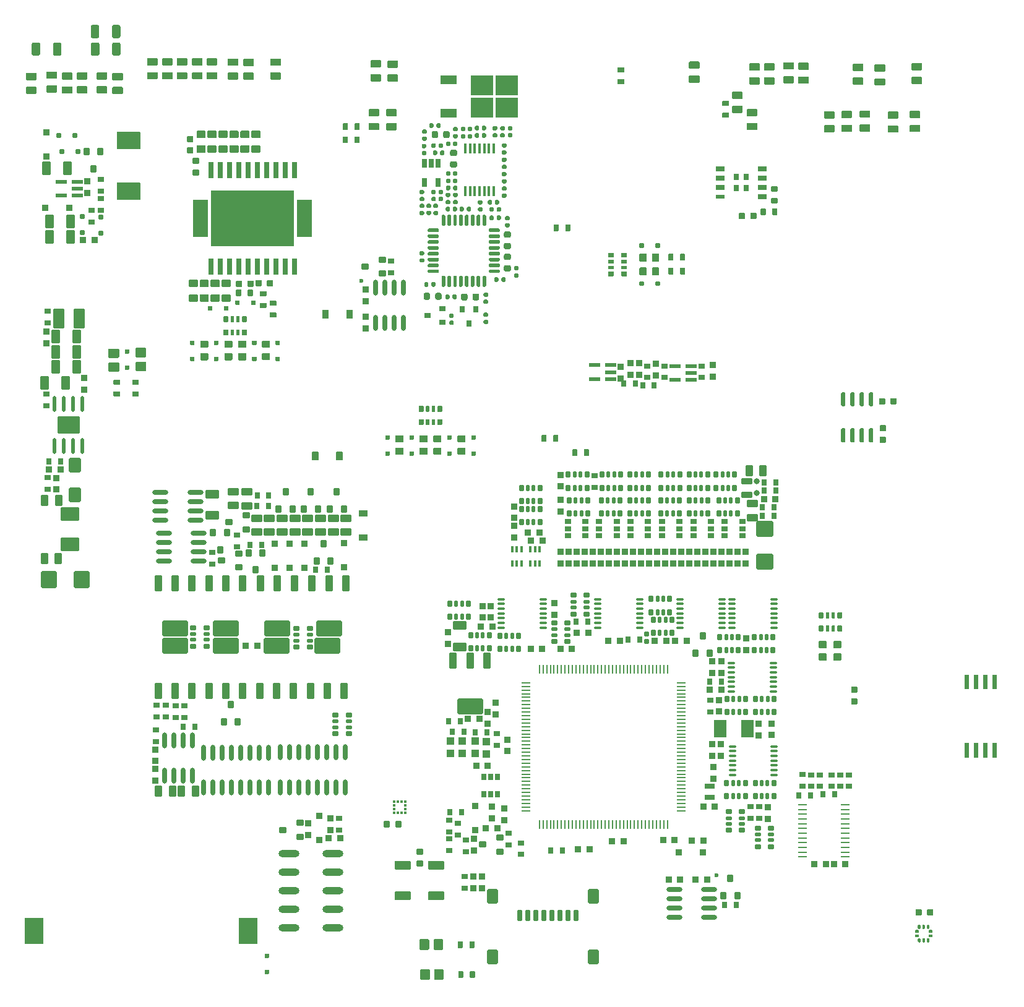
<source format=gtp>
G75*
G70*
%OFA0B0*%
%FSLAX25Y25*%
%IPPOS*%
%LPD*%
%AMOC8*
5,1,8,0,0,1.08239X$1,22.5*
%
%AMM145*
21,1,0.027560,0.030710,-0.000000,0.000000,180.000000*
21,1,0.022050,0.036220,-0.000000,0.000000,180.000000*
1,1,0.005510,-0.011020,0.015350*
1,1,0.005510,0.011020,0.015350*
1,1,0.005510,0.011020,-0.015350*
1,1,0.005510,-0.011020,-0.015350*
%
%AMM150*
21,1,0.033470,0.026770,-0.000000,0.000000,0.000000*
21,1,0.026770,0.033470,-0.000000,0.000000,0.000000*
1,1,0.006690,0.013390,-0.013390*
1,1,0.006690,-0.013390,-0.013390*
1,1,0.006690,-0.013390,0.013390*
1,1,0.006690,0.013390,0.013390*
%
%AMM151*
21,1,0.027560,0.030710,-0.000000,0.000000,90.000000*
21,1,0.022050,0.036220,-0.000000,0.000000,90.000000*
1,1,0.005510,0.015350,0.011020*
1,1,0.005510,0.015350,-0.011020*
1,1,0.005510,-0.015350,-0.011020*
1,1,0.005510,-0.015350,0.011020*
%
%AMM152*
21,1,0.039370,0.049210,-0.000000,0.000000,180.000000*
21,1,0.031500,0.057090,-0.000000,0.000000,180.000000*
1,1,0.007870,-0.015750,0.024610*
1,1,0.007870,0.015750,0.024610*
1,1,0.007870,0.015750,-0.024610*
1,1,0.007870,-0.015750,-0.024610*
%
%AMM153*
21,1,0.033470,0.026770,-0.000000,0.000000,270.000000*
21,1,0.026770,0.033470,-0.000000,0.000000,270.000000*
1,1,0.006690,-0.013390,-0.013390*
1,1,0.006690,-0.013390,0.013390*
1,1,0.006690,0.013390,0.013390*
1,1,0.006690,0.013390,-0.013390*
%
%AMM172*
21,1,0.035430,0.050000,-0.000000,-0.000000,90.000000*
21,1,0.028350,0.057090,-0.000000,-0.000000,90.000000*
1,1,0.007090,0.025000,0.014170*
1,1,0.007090,0.025000,-0.014170*
1,1,0.007090,-0.025000,-0.014170*
1,1,0.007090,-0.025000,0.014170*
%
%AMM173*
21,1,0.086610,0.073230,-0.000000,-0.000000,90.000000*
21,1,0.069290,0.090550,-0.000000,-0.000000,90.000000*
1,1,0.017320,0.036610,0.034650*
1,1,0.017320,0.036610,-0.034650*
1,1,0.017320,-0.036610,-0.034650*
1,1,0.017320,-0.036610,0.034650*
%
%AMM174*
21,1,0.027560,0.030710,-0.000000,-0.000000,270.000000*
21,1,0.022050,0.036220,-0.000000,-0.000000,270.000000*
1,1,0.005510,-0.015350,-0.011020*
1,1,0.005510,-0.015350,0.011020*
1,1,0.005510,0.015350,0.011020*
1,1,0.005510,0.015350,-0.011020*
%
%AMM175*
21,1,0.039370,0.049210,-0.000000,-0.000000,0.000000*
21,1,0.031500,0.057090,-0.000000,-0.000000,0.000000*
1,1,0.007870,0.015750,-0.024610*
1,1,0.007870,-0.015750,-0.024610*
1,1,0.007870,-0.015750,0.024610*
1,1,0.007870,0.015750,0.024610*
%
%AMM176*
21,1,0.023620,0.030710,-0.000000,-0.000000,270.000000*
21,1,0.018900,0.035430,-0.000000,-0.000000,270.000000*
1,1,0.004720,-0.015350,-0.009450*
1,1,0.004720,-0.015350,0.009450*
1,1,0.004720,0.015350,0.009450*
1,1,0.004720,0.015350,-0.009450*
%
%AMM177*
21,1,0.025590,0.026380,-0.000000,-0.000000,180.000000*
21,1,0.020470,0.031500,-0.000000,-0.000000,180.000000*
1,1,0.005120,-0.010240,0.013190*
1,1,0.005120,0.010240,0.013190*
1,1,0.005120,0.010240,-0.013190*
1,1,0.005120,-0.010240,-0.013190*
%
%AMM178*
21,1,0.017720,0.027950,-0.000000,-0.000000,180.000000*
21,1,0.014170,0.031500,-0.000000,-0.000000,180.000000*
1,1,0.003540,-0.007090,0.013980*
1,1,0.003540,0.007090,0.013980*
1,1,0.003540,0.007090,-0.013980*
1,1,0.003540,-0.007090,-0.013980*
%
%AMM179*
21,1,0.033470,0.026770,-0.000000,-0.000000,90.000000*
21,1,0.026770,0.033470,-0.000000,-0.000000,90.000000*
1,1,0.006690,0.013390,0.013390*
1,1,0.006690,0.013390,-0.013390*
1,1,0.006690,-0.013390,-0.013390*
1,1,0.006690,-0.013390,0.013390*
%
%AMM180*
21,1,0.027560,0.030710,-0.000000,-0.000000,180.000000*
21,1,0.022050,0.036220,-0.000000,-0.000000,180.000000*
1,1,0.005510,-0.011020,0.015350*
1,1,0.005510,0.011020,0.015350*
1,1,0.005510,0.011020,-0.015350*
1,1,0.005510,-0.011020,-0.015350*
%
%AMM181*
21,1,0.039370,0.049210,-0.000000,-0.000000,270.000000*
21,1,0.031500,0.057090,-0.000000,-0.000000,270.000000*
1,1,0.007870,-0.024610,-0.015750*
1,1,0.007870,-0.024610,0.015750*
1,1,0.007870,0.024610,0.015750*
1,1,0.007870,0.024610,-0.015750*
%
%AMM182*
21,1,0.033470,0.026770,-0.000000,-0.000000,0.000000*
21,1,0.026770,0.033470,-0.000000,-0.000000,0.000000*
1,1,0.006690,0.013390,-0.013390*
1,1,0.006690,-0.013390,-0.013390*
1,1,0.006690,-0.013390,0.013390*
1,1,0.006690,0.013390,0.013390*
%
%AMM206*
21,1,0.033470,0.026770,-0.000000,-0.000000,180.000000*
21,1,0.026770,0.033470,-0.000000,-0.000000,180.000000*
1,1,0.006690,-0.013390,0.013390*
1,1,0.006690,0.013390,0.013390*
1,1,0.006690,0.013390,-0.013390*
1,1,0.006690,-0.013390,-0.013390*
%
%AMM207*
21,1,0.027560,0.030710,-0.000000,-0.000000,90.000000*
21,1,0.022050,0.036220,-0.000000,-0.000000,90.000000*
1,1,0.005510,0.015350,0.011020*
1,1,0.005510,0.015350,-0.011020*
1,1,0.005510,-0.015350,-0.011020*
1,1,0.005510,-0.015350,0.011020*
%
%AMM211*
21,1,0.070870,0.036220,-0.000000,0.000000,90.000000*
21,1,0.061810,0.045280,-0.000000,0.000000,90.000000*
1,1,0.009060,0.018110,0.030910*
1,1,0.009060,0.018110,-0.030910*
1,1,0.009060,-0.018110,-0.030910*
1,1,0.009060,-0.018110,0.030910*
%
%AMM212*
21,1,0.033470,0.026770,-0.000000,0.000000,180.000000*
21,1,0.026770,0.033470,-0.000000,0.000000,180.000000*
1,1,0.006690,-0.013390,0.013390*
1,1,0.006690,0.013390,0.013390*
1,1,0.006690,0.013390,-0.013390*
1,1,0.006690,-0.013390,-0.013390*
%
%AMM213*
21,1,0.027560,0.030710,-0.000000,0.000000,270.000000*
21,1,0.022050,0.036220,-0.000000,0.000000,270.000000*
1,1,0.005510,-0.015350,-0.011020*
1,1,0.005510,-0.015350,0.011020*
1,1,0.005510,0.015350,0.011020*
1,1,0.005510,0.015350,-0.011020*
%
%AMM258*
21,1,0.070870,0.036220,-0.000000,-0.000000,180.000000*
21,1,0.061810,0.045280,-0.000000,-0.000000,180.000000*
1,1,0.009060,-0.030910,0.018110*
1,1,0.009060,0.030910,0.018110*
1,1,0.009060,0.030910,-0.018110*
1,1,0.009060,-0.030910,-0.018110*
%
%AMM259*
21,1,0.033470,0.026770,-0.000000,-0.000000,270.000000*
21,1,0.026770,0.033470,-0.000000,-0.000000,270.000000*
1,1,0.006690,-0.013390,-0.013390*
1,1,0.006690,-0.013390,0.013390*
1,1,0.006690,0.013390,0.013390*
1,1,0.006690,0.013390,-0.013390*
%
%AMM260*
21,1,0.027560,0.030710,-0.000000,-0.000000,0.000000*
21,1,0.022050,0.036220,-0.000000,-0.000000,0.000000*
1,1,0.005510,0.011020,-0.015350*
1,1,0.005510,-0.011020,-0.015350*
1,1,0.005510,-0.011020,0.015350*
1,1,0.005510,0.011020,0.015350*
%
%AMM261*
21,1,0.023620,0.030710,-0.000000,-0.000000,0.000000*
21,1,0.018900,0.035430,-0.000000,-0.000000,0.000000*
1,1,0.004720,0.009450,-0.015350*
1,1,0.004720,-0.009450,-0.015350*
1,1,0.004720,-0.009450,0.015350*
1,1,0.004720,0.009450,0.015350*
%
%AMM262*
21,1,0.027560,0.018900,-0.000000,-0.000000,0.000000*
21,1,0.022840,0.023620,-0.000000,-0.000000,0.000000*
1,1,0.004720,0.011420,-0.009450*
1,1,0.004720,-0.011420,-0.009450*
1,1,0.004720,-0.011420,0.009450*
1,1,0.004720,0.011420,0.009450*
%
%AMM263*
21,1,0.137800,0.067720,-0.000000,-0.000000,180.000000*
21,1,0.120870,0.084650,-0.000000,-0.000000,180.000000*
1,1,0.016930,-0.060430,0.033860*
1,1,0.016930,0.060430,0.033860*
1,1,0.016930,0.060430,-0.033860*
1,1,0.016930,-0.060430,-0.033860*
%
%AMM264*
21,1,0.043310,0.075980,-0.000000,-0.000000,180.000000*
21,1,0.034650,0.084650,-0.000000,-0.000000,180.000000*
1,1,0.008660,-0.017320,0.037990*
1,1,0.008660,0.017320,0.037990*
1,1,0.008660,0.017320,-0.037990*
1,1,0.008660,-0.017320,-0.037990*
%
%AMM265*
21,1,0.043310,0.075990,-0.000000,-0.000000,180.000000*
21,1,0.034650,0.084650,-0.000000,-0.000000,180.000000*
1,1,0.008660,-0.017320,0.037990*
1,1,0.008660,0.017320,0.037990*
1,1,0.008660,0.017320,-0.037990*
1,1,0.008660,-0.017320,-0.037990*
%
%AMM266*
21,1,0.039370,0.035430,-0.000000,-0.000000,90.000000*
21,1,0.031500,0.043310,-0.000000,-0.000000,90.000000*
1,1,0.007870,0.017720,0.015750*
1,1,0.007870,0.017720,-0.015750*
1,1,0.007870,-0.017720,-0.015750*
1,1,0.007870,-0.017720,0.015750*
%
%AMM267*
21,1,0.035430,0.030320,-0.000000,-0.000000,90.000000*
21,1,0.028350,0.037400,-0.000000,-0.000000,90.000000*
1,1,0.007090,0.015160,0.014170*
1,1,0.007090,0.015160,-0.014170*
1,1,0.007090,-0.015160,-0.014170*
1,1,0.007090,-0.015160,0.014170*
%
%AMM268*
21,1,0.035830,0.026770,-0.000000,-0.000000,90.000000*
21,1,0.029130,0.033470,-0.000000,-0.000000,90.000000*
1,1,0.006690,0.013390,0.014570*
1,1,0.006690,0.013390,-0.014570*
1,1,0.006690,-0.013390,-0.014570*
1,1,0.006690,-0.013390,0.014570*
%
%AMM269*
21,1,0.035430,0.030320,-0.000000,-0.000000,0.000000*
21,1,0.028350,0.037400,-0.000000,-0.000000,0.000000*
1,1,0.007090,0.014170,-0.015160*
1,1,0.007090,-0.014170,-0.015160*
1,1,0.007090,-0.014170,0.015160*
1,1,0.007090,0.014170,0.015160*
%
%AMM270*
21,1,0.025590,0.026380,-0.000000,-0.000000,90.000000*
21,1,0.020470,0.031500,-0.000000,-0.000000,90.000000*
1,1,0.005120,0.013190,0.010240*
1,1,0.005120,0.013190,-0.010240*
1,1,0.005120,-0.013190,-0.010240*
1,1,0.005120,-0.013190,0.010240*
%
%AMM271*
21,1,0.017720,0.027950,-0.000000,-0.000000,90.000000*
21,1,0.014170,0.031500,-0.000000,-0.000000,90.000000*
1,1,0.003540,0.013980,0.007090*
1,1,0.003540,0.013980,-0.007090*
1,1,0.003540,-0.013980,-0.007090*
1,1,0.003540,-0.013980,0.007090*
%
%AMM272*
21,1,0.027560,0.049610,-0.000000,-0.000000,90.000000*
21,1,0.022050,0.055120,-0.000000,-0.000000,90.000000*
1,1,0.005510,0.024800,0.011020*
1,1,0.005510,0.024800,-0.011020*
1,1,0.005510,-0.024800,-0.011020*
1,1,0.005510,-0.024800,0.011020*
%
%AMM273*
21,1,0.035830,0.026770,-0.000000,-0.000000,0.000000*
21,1,0.029130,0.033470,-0.000000,-0.000000,0.000000*
1,1,0.006690,0.014570,-0.013390*
1,1,0.006690,-0.014570,-0.013390*
1,1,0.006690,-0.014570,0.013390*
1,1,0.006690,0.014570,0.013390*
%
%AMM305*
21,1,0.035430,0.030320,-0.000000,0.000000,90.000000*
21,1,0.028350,0.037400,-0.000000,0.000000,90.000000*
1,1,0.007090,0.015160,0.014170*
1,1,0.007090,0.015160,-0.014170*
1,1,0.007090,-0.015160,-0.014170*
1,1,0.007090,-0.015160,0.014170*
%
%AMM309*
21,1,0.025590,0.026380,-0.000000,0.000000,180.000000*
21,1,0.020470,0.031500,-0.000000,0.000000,180.000000*
1,1,0.005120,-0.010240,0.013190*
1,1,0.005120,0.010240,0.013190*
1,1,0.005120,0.010240,-0.013190*
1,1,0.005120,-0.010240,-0.013190*
%
%AMM31*
21,1,0.027560,0.030710,0.000000,0.000000,270.000000*
21,1,0.022050,0.036220,0.000000,0.000000,270.000000*
1,1,0.005510,-0.015350,-0.011020*
1,1,0.005510,-0.015350,0.011020*
1,1,0.005510,0.015350,0.011020*
1,1,0.005510,0.015350,-0.011020*
%
%AMM310*
21,1,0.017720,0.027950,-0.000000,0.000000,180.000000*
21,1,0.014170,0.031500,-0.000000,0.000000,180.000000*
1,1,0.003540,-0.007090,0.013980*
1,1,0.003540,0.007090,0.013980*
1,1,0.003540,0.007090,-0.013980*
1,1,0.003540,-0.007090,-0.013980*
%
%AMM311*
21,1,0.035830,0.026770,-0.000000,0.000000,180.000000*
21,1,0.029130,0.033470,-0.000000,0.000000,180.000000*
1,1,0.006690,-0.014570,0.013390*
1,1,0.006690,0.014570,0.013390*
1,1,0.006690,0.014570,-0.013390*
1,1,0.006690,-0.014570,-0.013390*
%
%AMM323*
21,1,0.035430,0.030320,-0.000000,-0.000000,180.000000*
21,1,0.028350,0.037400,-0.000000,-0.000000,180.000000*
1,1,0.007090,-0.014170,0.015160*
1,1,0.007090,0.014170,0.015160*
1,1,0.007090,0.014170,-0.015160*
1,1,0.007090,-0.014170,-0.015160*
%
%AMM324*
21,1,0.043310,0.075980,-0.000000,-0.000000,0.000000*
21,1,0.034650,0.084650,-0.000000,-0.000000,0.000000*
1,1,0.008660,0.017320,-0.037990*
1,1,0.008660,-0.017320,-0.037990*
1,1,0.008660,-0.017320,0.037990*
1,1,0.008660,0.017320,0.037990*
%
%AMM325*
21,1,0.043310,0.075990,-0.000000,-0.000000,0.000000*
21,1,0.034650,0.084650,-0.000000,-0.000000,0.000000*
1,1,0.008660,0.017320,-0.037990*
1,1,0.008660,-0.017320,-0.037990*
1,1,0.008660,-0.017320,0.037990*
1,1,0.008660,0.017320,0.037990*
%
%AMM326*
21,1,0.137800,0.067720,-0.000000,-0.000000,0.000000*
21,1,0.120870,0.084650,-0.000000,-0.000000,0.000000*
1,1,0.016930,0.060430,-0.033860*
1,1,0.016930,-0.060430,-0.033860*
1,1,0.016930,-0.060430,0.033860*
1,1,0.016930,0.060430,0.033860*
%
%AMM327*
21,1,0.025590,0.026380,-0.000000,-0.000000,270.000000*
21,1,0.020470,0.031500,-0.000000,-0.000000,270.000000*
1,1,0.005120,-0.013190,-0.010240*
1,1,0.005120,-0.013190,0.010240*
1,1,0.005120,0.013190,0.010240*
1,1,0.005120,0.013190,-0.010240*
%
%AMM328*
21,1,0.017720,0.027950,-0.000000,-0.000000,270.000000*
21,1,0.014170,0.031500,-0.000000,-0.000000,270.000000*
1,1,0.003540,-0.013980,-0.007090*
1,1,0.003540,-0.013980,0.007090*
1,1,0.003540,0.013980,0.007090*
1,1,0.003540,0.013980,-0.007090*
%
%AMM329*
21,1,0.035830,0.026770,-0.000000,-0.000000,270.000000*
21,1,0.029130,0.033470,-0.000000,-0.000000,270.000000*
1,1,0.006690,-0.013390,-0.014570*
1,1,0.006690,-0.013390,0.014570*
1,1,0.006690,0.013390,0.014570*
1,1,0.006690,0.013390,-0.014570*
%
%AMM341*
21,1,0.012600,0.028980,-0.000000,0.000000,0.000000*
21,1,0.010080,0.031500,-0.000000,0.000000,0.000000*
1,1,0.002520,0.005040,-0.014490*
1,1,0.002520,-0.005040,-0.014490*
1,1,0.002520,-0.005040,0.014490*
1,1,0.002520,0.005040,0.014490*
%
%AMM343*
21,1,0.035830,0.026770,-0.000000,0.000000,90.000000*
21,1,0.029130,0.033470,-0.000000,0.000000,90.000000*
1,1,0.006690,0.013390,0.014570*
1,1,0.006690,0.013390,-0.014570*
1,1,0.006690,-0.013390,-0.014570*
1,1,0.006690,-0.013390,0.014570*
%
%AMM355*
21,1,0.035430,0.030320,0.000000,-0.000000,90.000000*
21,1,0.028350,0.037400,0.000000,-0.000000,90.000000*
1,1,0.007090,0.015160,0.014170*
1,1,0.007090,0.015160,-0.014170*
1,1,0.007090,-0.015160,-0.014170*
1,1,0.007090,-0.015160,0.014170*
%
%AMM356*
21,1,0.033470,0.026770,0.000000,-0.000000,270.000000*
21,1,0.026770,0.033470,0.000000,-0.000000,270.000000*
1,1,0.006690,-0.013390,-0.013390*
1,1,0.006690,-0.013390,0.013390*
1,1,0.006690,0.013390,0.013390*
1,1,0.006690,0.013390,-0.013390*
%
%AMM357*
21,1,0.027560,0.030710,0.000000,-0.000000,90.000000*
21,1,0.022050,0.036220,0.000000,-0.000000,90.000000*
1,1,0.005510,0.015350,0.011020*
1,1,0.005510,0.015350,-0.011020*
1,1,0.005510,-0.015350,-0.011020*
1,1,0.005510,-0.015350,0.011020*
%
%AMM36*
21,1,0.033470,0.026770,0.000000,0.000000,90.000000*
21,1,0.026770,0.033470,0.000000,0.000000,90.000000*
1,1,0.006690,0.013390,0.013390*
1,1,0.006690,0.013390,-0.013390*
1,1,0.006690,-0.013390,-0.013390*
1,1,0.006690,-0.013390,0.013390*
%
%AMM363*
21,1,0.021650,0.052760,-0.000000,-0.000000,90.000000*
21,1,0.017320,0.057090,-0.000000,-0.000000,90.000000*
1,1,0.004330,0.026380,0.008660*
1,1,0.004330,0.026380,-0.008660*
1,1,0.004330,-0.026380,-0.008660*
1,1,0.004330,-0.026380,0.008660*
%
%AMM365*
21,1,0.035430,0.030320,-0.000000,0.000000,180.000000*
21,1,0.028350,0.037400,-0.000000,0.000000,180.000000*
1,1,0.007090,-0.014170,0.015160*
1,1,0.007090,0.014170,0.015160*
1,1,0.007090,0.014170,-0.015160*
1,1,0.007090,-0.014170,-0.015160*
%
%AMM366*
21,1,0.021650,0.052760,-0.000000,0.000000,90.000000*
21,1,0.017320,0.057090,-0.000000,0.000000,90.000000*
1,1,0.004330,0.026380,0.008660*
1,1,0.004330,0.026380,-0.008660*
1,1,0.004330,-0.026380,-0.008660*
1,1,0.004330,-0.026380,0.008660*
%
%AMM367*
21,1,0.094490,0.111020,-0.000000,0.000000,270.000000*
21,1,0.075590,0.129920,-0.000000,0.000000,270.000000*
1,1,0.018900,-0.055510,-0.037800*
1,1,0.018900,-0.055510,0.037800*
1,1,0.018900,0.055510,0.037800*
1,1,0.018900,0.055510,-0.037800*
%
%AMM368*
21,1,0.023620,0.018900,-0.000000,0.000000,0.000000*
21,1,0.018900,0.023620,-0.000000,0.000000,0.000000*
1,1,0.004720,0.009450,-0.009450*
1,1,0.004720,-0.009450,-0.009450*
1,1,0.004720,-0.009450,0.009450*
1,1,0.004720,0.009450,0.009450*
%
%AMM369*
21,1,0.023620,0.018900,-0.000000,0.000000,270.000000*
21,1,0.018900,0.023620,-0.000000,0.000000,270.000000*
1,1,0.004720,-0.009450,-0.009450*
1,1,0.004720,-0.009450,0.009450*
1,1,0.004720,0.009450,0.009450*
1,1,0.004720,0.009450,-0.009450*
%
%AMM376*
21,1,0.106300,0.050390,-0.000000,0.000000,90.000000*
21,1,0.093700,0.062990,-0.000000,0.000000,90.000000*
1,1,0.012600,0.025200,0.046850*
1,1,0.012600,0.025200,-0.046850*
1,1,0.012600,-0.025200,-0.046850*
1,1,0.012600,-0.025200,0.046850*
%
%AMM377*
21,1,0.074800,0.083460,-0.000000,0.000000,270.000000*
21,1,0.059840,0.098430,-0.000000,0.000000,270.000000*
1,1,0.014960,-0.041730,-0.029920*
1,1,0.014960,-0.041730,0.029920*
1,1,0.014960,0.041730,0.029920*
1,1,0.014960,0.041730,-0.029920*
%
%AMM378*
21,1,0.122050,0.075590,-0.000000,0.000000,0.000000*
21,1,0.103150,0.094490,-0.000000,0.000000,0.000000*
1,1,0.018900,0.051580,-0.037800*
1,1,0.018900,-0.051580,-0.037800*
1,1,0.018900,-0.051580,0.037800*
1,1,0.018900,0.051580,0.037800*
%
%AMM379*
21,1,0.078740,0.053540,-0.000000,0.000000,270.000000*
21,1,0.065350,0.066930,-0.000000,0.000000,270.000000*
1,1,0.013390,-0.026770,-0.032680*
1,1,0.013390,-0.026770,0.032680*
1,1,0.013390,0.026770,0.032680*
1,1,0.013390,0.026770,-0.032680*
%
%AMM380*
21,1,0.070870,0.036220,-0.000000,0.000000,270.000000*
21,1,0.061810,0.045280,-0.000000,0.000000,270.000000*
1,1,0.009060,-0.018110,-0.030910*
1,1,0.009060,-0.018110,0.030910*
1,1,0.009060,0.018110,0.030910*
1,1,0.009060,0.018110,-0.030910*
%
%AMM381*
21,1,0.086610,0.073230,-0.000000,0.000000,180.000000*
21,1,0.069290,0.090550,-0.000000,0.000000,180.000000*
1,1,0.017320,-0.034650,0.036610*
1,1,0.017320,0.034650,0.036610*
1,1,0.017320,0.034650,-0.036610*
1,1,0.017320,-0.034650,-0.036610*
%
%AMM82*
21,1,0.078740,0.045670,0.000000,0.000000,270.000000*
21,1,0.067320,0.057090,0.000000,0.000000,270.000000*
1,1,0.011420,-0.022840,-0.033660*
1,1,0.011420,-0.022840,0.033660*
1,1,0.011420,0.022840,0.033660*
1,1,0.011420,0.022840,-0.033660*
%
%AMM83*
21,1,0.059060,0.020470,0.000000,0.000000,270.000000*
21,1,0.053940,0.025590,0.000000,0.000000,270.000000*
1,1,0.005120,-0.010240,-0.026970*
1,1,0.005120,-0.010240,0.026970*
1,1,0.005120,0.010240,0.026970*
1,1,0.005120,0.010240,-0.026970*
%
%ADD102C,0.03150*%
%ADD104O,0.00000X0.00000*%
%ADD105R,0.03130X0.03543*%
%ADD163O,0.04961X0.00984*%
%ADD165M31*%
%ADD17C,0.02362*%
%ADD174M36*%
%ADD177O,0.05118X0.00866*%
%ADD178O,0.00866X0.05118*%
%ADD183O,0.04331X0.01181*%
%ADD186R,0.06693X0.09449*%
%ADD234M82*%
%ADD235M83*%
%ADD249O,0.02362X0.08661*%
%ADD250O,0.08661X0.02362*%
%ADD309O,0.03937X0.01968*%
%ADD345R,0.03543X0.03150*%
%ADD348R,0.03150X0.03543*%
%ADD364M145*%
%ADD369M150*%
%ADD370M151*%
%ADD371M152*%
%ADD372M153*%
%ADD391M172*%
%ADD392M173*%
%ADD393M174*%
%ADD394M175*%
%ADD395M176*%
%ADD396M177*%
%ADD397M178*%
%ADD398M179*%
%ADD399M180*%
%ADD400M181*%
%ADD401M182*%
%ADD429M206*%
%ADD430M207*%
%ADD434M211*%
%ADD435M212*%
%ADD436M213*%
%ADD485M258*%
%ADD486M259*%
%ADD487M260*%
%ADD488M261*%
%ADD489M262*%
%ADD490M263*%
%ADD491M264*%
%ADD492M265*%
%ADD493M266*%
%ADD494M267*%
%ADD495M268*%
%ADD496M269*%
%ADD497M270*%
%ADD498M271*%
%ADD499M272*%
%ADD500M273*%
%ADD51R,0.01476X0.01378*%
%ADD52R,0.01378X0.01476*%
%ADD53R,0.10236X0.14173*%
%ADD532M305*%
%ADD536M309*%
%ADD537M310*%
%ADD538M311*%
%ADD565M323*%
%ADD566M324*%
%ADD567M325*%
%ADD568M326*%
%ADD569M327*%
%ADD570M328*%
%ADD571M329*%
%ADD583M341*%
%ADD585O,0.11221X0.04016*%
%ADD586M343*%
%ADD599M355*%
%ADD600M356*%
%ADD601M357*%
%ADD607M363*%
%ADD609M365*%
%ADD610M366*%
%ADD611M367*%
%ADD612M368*%
%ADD613M369*%
%ADD624M376*%
%ADD625M377*%
%ADD626O,0.01968X0.08661*%
%ADD627M378*%
%ADD628M379*%
%ADD629M380*%
%ADD630M381*%
%ADD640R,0.08661X0.04724*%
%ADD642R,0.01772X0.05709*%
%ADD643R,0.02559X0.04803*%
%ADD646R,0.12008X0.10827*%
%ADD74R,0.05157X0.02559*%
%ADD75R,0.05157X0.02362*%
%ADD86R,0.03150X0.08661*%
%ADD87R,0.08000X0.20000*%
%ADD88R,0.45000X0.30000*%
X0000000Y0000000D02*
%LPD*%
G01*
D104*
X0354207Y0023012D03*
X0323695Y0076358D03*
X0326727Y0017992D03*
G36*
G01*
X0229613Y0473919D02*
X0229613Y0470848D01*
G75*
G02*
X0229337Y0470572I-000276J0000000D01*
G01*
X0227133Y0470572D01*
G75*
G02*
X0226857Y0470848I0000000J0000276D01*
G01*
X0226857Y0473919D01*
G75*
G02*
X0227133Y0474194I0000276J0000000D01*
G01*
X0229337Y0474194D01*
G75*
G02*
X0229613Y0473919I0000000J-000276D01*
G01*
G37*
G36*
G01*
X0223314Y0473919D02*
X0223314Y0470848D01*
G75*
G02*
X0223038Y0470572I-000276J0000000D01*
G01*
X0220833Y0470572D01*
G75*
G02*
X0220558Y0470848I0000000J0000276D01*
G01*
X0220558Y0473919D01*
G75*
G02*
X0220833Y0474194I0000276J0000000D01*
G01*
X0223038Y0474194D01*
G75*
G02*
X0223314Y0473919I0000000J-000276D01*
G01*
G37*
G36*
G01*
X0239711Y0477580D02*
X0234790Y0477580D01*
G75*
G02*
X0234396Y0477974I0000000J0000394D01*
G01*
X0234396Y0481123D01*
G75*
G02*
X0234790Y0481517I0000394J0000000D01*
G01*
X0239711Y0481517D01*
G75*
G02*
X0240105Y0481123I0000000J-000394D01*
G01*
X0240105Y0477974D01*
G75*
G02*
X0239711Y0477580I-000394J0000000D01*
G01*
G37*
G36*
G01*
X0239711Y0485060D02*
X0234790Y0485060D01*
G75*
G02*
X0234396Y0485454I0000000J0000394D01*
G01*
X0234396Y0488604D01*
G75*
G02*
X0234790Y0488997I0000394J0000000D01*
G01*
X0239711Y0488997D01*
G75*
G02*
X0240105Y0488604I0000000J-000394D01*
G01*
X0240105Y0485454D01*
G75*
G02*
X0239711Y0485060I-000394J0000000D01*
G01*
G37*
G36*
G01*
X0152467Y0504942D02*
X0147546Y0504942D01*
G75*
G02*
X0147152Y0505336I0000000J0000394D01*
G01*
X0147152Y0508486D01*
G75*
G02*
X0147546Y0508879I0000394J0000000D01*
G01*
X0152467Y0508879D01*
G75*
G02*
X0152861Y0508486I0000000J-000394D01*
G01*
X0152861Y0505336D01*
G75*
G02*
X0152467Y0504942I-000394J0000000D01*
G01*
G37*
G36*
G01*
X0152467Y0512423D02*
X0147546Y0512423D01*
G75*
G02*
X0147152Y0512816I0000000J0000394D01*
G01*
X0147152Y0515966D01*
G75*
G02*
X0147546Y0516360I0000394J0000000D01*
G01*
X0152467Y0516360D01*
G75*
G02*
X0152861Y0515966I0000000J-000394D01*
G01*
X0152861Y0512816D01*
G75*
G02*
X0152467Y0512423I-000394J0000000D01*
G01*
G37*
G36*
G01*
X0097283Y0343159D02*
X0100354Y0343159D01*
G75*
G02*
X0100630Y0342884I0000000J-000276D01*
G01*
X0100630Y0340679D01*
G75*
G02*
X0100354Y0340404I-000276J0000000D01*
G01*
X0097283Y0340404D01*
G75*
G02*
X0097008Y0340679I0000000J0000276D01*
G01*
X0097008Y0342884D01*
G75*
G02*
X0097283Y0343159I0000276J0000000D01*
G01*
G37*
G36*
G01*
X0097283Y0336860D02*
X0100354Y0336860D01*
G75*
G02*
X0100630Y0336585I0000000J-000276D01*
G01*
X0100630Y0334380D01*
G75*
G02*
X0100354Y0334104I-000276J0000000D01*
G01*
X0097283Y0334104D01*
G75*
G02*
X0097008Y0334380I0000000J0000276D01*
G01*
X0097008Y0336585D01*
G75*
G02*
X0097283Y0336860I0000276J0000000D01*
G01*
G37*
G36*
G01*
X0445597Y0432068D02*
X0445597Y0435139D01*
G75*
G02*
X0445873Y0435415I0000276J0000000D01*
G01*
X0448077Y0435415D01*
G75*
G02*
X0448353Y0435139I0000000J-000276D01*
G01*
X0448353Y0432068D01*
G75*
G02*
X0448077Y0431793I-000276J0000000D01*
G01*
X0445873Y0431793D01*
G75*
G02*
X0445597Y0432068I0000000J0000276D01*
G01*
G37*
G36*
G01*
X0451896Y0432068D02*
X0451896Y0435139D01*
G75*
G02*
X0452172Y0435415I0000276J0000000D01*
G01*
X0454377Y0435415D01*
G75*
G02*
X0454652Y0435139I0000000J-000276D01*
G01*
X0454652Y0432068D01*
G75*
G02*
X0454377Y0431793I-000276J0000000D01*
G01*
X0452172Y0431793D01*
G75*
G02*
X0451896Y0432068I0000000J0000276D01*
G01*
G37*
G36*
G01*
X0242507Y0102226D02*
X0242507Y0104903D01*
G75*
G02*
X0242841Y0105238I0000335J0000000D01*
G01*
X0245518Y0105238D01*
G75*
G02*
X0245853Y0104903I0000000J-000335D01*
G01*
X0245853Y0102226D01*
G75*
G02*
X0245518Y0101891I-000335J0000000D01*
G01*
X0242841Y0101891D01*
G75*
G02*
X0242507Y0102226I0000000J0000335D01*
G01*
G37*
G36*
G01*
X0248727Y0102226D02*
X0248727Y0104903D01*
G75*
G02*
X0249062Y0105238I0000335J0000000D01*
G01*
X0251739Y0105238D01*
G75*
G02*
X0252074Y0104903I0000000J-000335D01*
G01*
X0252074Y0102226D01*
G75*
G02*
X0251739Y0101891I-000335J0000000D01*
G01*
X0249062Y0101891D01*
G75*
G02*
X0248727Y0102226I0000000J0000335D01*
G01*
G37*
G36*
G01*
X0176109Y0390848D02*
X0179180Y0390848D01*
G75*
G02*
X0179455Y0390572I0000000J-000276D01*
G01*
X0179455Y0388367D01*
G75*
G02*
X0179180Y0388092I-000276J0000000D01*
G01*
X0176109Y0388092D01*
G75*
G02*
X0175833Y0388367I0000000J0000276D01*
G01*
X0175833Y0390572D01*
G75*
G02*
X0176109Y0390848I0000276J0000000D01*
G01*
G37*
G36*
G01*
X0176109Y0384549D02*
X0179180Y0384549D01*
G75*
G02*
X0179455Y0384273I0000000J-000276D01*
G01*
X0179455Y0382068D01*
G75*
G02*
X0179180Y0381793I-000276J0000000D01*
G01*
X0176109Y0381793D01*
G75*
G02*
X0175833Y0382068I0000000J0000276D01*
G01*
X0175833Y0384273D01*
G75*
G02*
X0176109Y0384549I0000276J0000000D01*
G01*
G37*
G36*
G01*
X0428314Y0484273D02*
X0425243Y0484273D01*
G75*
G02*
X0424967Y0484549I0000000J0000276D01*
G01*
X0424967Y0486753D01*
G75*
G02*
X0425243Y0487029I0000276J0000000D01*
G01*
X0428314Y0487029D01*
G75*
G02*
X0428589Y0486753I0000000J-000276D01*
G01*
X0428589Y0484549D01*
G75*
G02*
X0428314Y0484273I-000276J0000000D01*
G01*
G37*
G36*
G01*
X0428314Y0490572D02*
X0425243Y0490572D01*
G75*
G02*
X0424967Y0490848I0000000J0000276D01*
G01*
X0424967Y0493053D01*
G75*
G02*
X0425243Y0493328I0000276J0000000D01*
G01*
X0428314Y0493328D01*
G75*
G02*
X0428589Y0493053I0000000J-000276D01*
G01*
X0428589Y0490848D01*
G75*
G02*
X0428314Y0490572I-000276J0000000D01*
G01*
G37*
X0225374Y0268983D03*
G36*
G01*
X0120381Y0504942D02*
X0115459Y0504942D01*
G75*
G02*
X0115066Y0505336I0000000J0000394D01*
G01*
X0115066Y0508486D01*
G75*
G02*
X0115459Y0508879I0000394J0000000D01*
G01*
X0120381Y0508879D01*
G75*
G02*
X0120774Y0508486I0000000J-000394D01*
G01*
X0120774Y0505336D01*
G75*
G02*
X0120381Y0504942I-000394J0000000D01*
G01*
G37*
G36*
G01*
X0120381Y0512423D02*
X0115459Y0512423D01*
G75*
G02*
X0115066Y0512816I0000000J0000394D01*
G01*
X0115066Y0515966D01*
G75*
G02*
X0115459Y0516360I0000394J0000000D01*
G01*
X0120381Y0516360D01*
G75*
G02*
X0120774Y0515966I0000000J-000394D01*
G01*
X0120774Y0512816D01*
G75*
G02*
X0120381Y0512423I-000394J0000000D01*
G01*
G37*
G36*
G01*
X0267347Y0025001D02*
X0267347Y0020119D01*
G75*
G02*
X0266835Y0019608I-000512J0000000D01*
G01*
X0262740Y0019608D01*
G75*
G02*
X0262228Y0020119I0000000J0000512D01*
G01*
X0262228Y0025001D01*
G75*
G02*
X0262740Y0025513I0000512J0000000D01*
G01*
X0266835Y0025513D01*
G75*
G02*
X0267347Y0025001I0000000J-000512D01*
G01*
G37*
G36*
G01*
X0274827Y0025001D02*
X0274827Y0020119D01*
G75*
G02*
X0274315Y0019608I-000512J0000000D01*
G01*
X0270221Y0019608D01*
G75*
G02*
X0269709Y0020119I0000000J0000512D01*
G01*
X0269709Y0025001D01*
G75*
G02*
X0270221Y0025513I0000512J0000000D01*
G01*
X0274315Y0025513D01*
G75*
G02*
X0274827Y0025001I0000000J-000512D01*
G01*
G37*
G36*
G01*
X0444790Y0502186D02*
X0439869Y0502186D01*
G75*
G02*
X0439475Y0502580I0000000J0000394D01*
G01*
X0439475Y0505730D01*
G75*
G02*
X0439869Y0506123I0000394J0000000D01*
G01*
X0444790Y0506123D01*
G75*
G02*
X0445184Y0505730I0000000J-000394D01*
G01*
X0445184Y0502580D01*
G75*
G02*
X0444790Y0502186I-000394J0000000D01*
G01*
G37*
G36*
G01*
X0444790Y0509667D02*
X0439869Y0509667D01*
G75*
G02*
X0439475Y0510060I0000000J0000394D01*
G01*
X0439475Y0513210D01*
G75*
G02*
X0439869Y0513604I0000394J0000000D01*
G01*
X0444790Y0513604D01*
G75*
G02*
X0445184Y0513210I0000000J-000394D01*
G01*
X0445184Y0510060D01*
G75*
G02*
X0444790Y0509667I-000394J0000000D01*
G01*
G37*
G36*
G01*
X0245716Y0312977D02*
X0245716Y0311087D01*
G75*
G02*
X0245480Y0310851I-000236J0000000D01*
G01*
X0243590Y0310851D01*
G75*
G02*
X0243354Y0311087I0000000J0000236D01*
G01*
X0243354Y0312977D01*
G75*
G02*
X0243590Y0313213I0000236J0000000D01*
G01*
X0245480Y0313213D01*
G75*
G02*
X0245716Y0312977I0000000J-000236D01*
G01*
G37*
G36*
G01*
X0245716Y0304315D02*
X0245716Y0302426D01*
G75*
G02*
X0245480Y0302189I-000236J0000000D01*
G01*
X0243590Y0302189D01*
G75*
G02*
X0243354Y0302426I0000000J0000236D01*
G01*
X0243354Y0304315D01*
G75*
G02*
X0243590Y0304552I0000236J0000000D01*
G01*
X0245480Y0304552D01*
G75*
G02*
X0245716Y0304315I0000000J-000236D01*
G01*
G37*
G36*
G01*
X0136969Y0474515D02*
X0139646Y0474515D01*
G75*
G02*
X0139981Y0474180I0000000J-000335D01*
G01*
X0139981Y0471503D01*
G75*
G02*
X0139646Y0471168I-000335J0000000D01*
G01*
X0136969Y0471168D01*
G75*
G02*
X0136635Y0471503I0000000J0000335D01*
G01*
X0136635Y0474180D01*
G75*
G02*
X0136969Y0474515I0000335J0000000D01*
G01*
G37*
G36*
G01*
X0136969Y0468294D02*
X0139646Y0468294D01*
G75*
G02*
X0139981Y0467960I0000000J-000335D01*
G01*
X0139981Y0465283D01*
G75*
G02*
X0139646Y0464948I-000335J0000000D01*
G01*
X0136969Y0464948D01*
G75*
G02*
X0136635Y0465283I0000000J0000335D01*
G01*
X0136635Y0467960D01*
G75*
G02*
X0136969Y0468294I0000335J0000000D01*
G01*
G37*
G36*
G01*
X0260676Y0090336D02*
X0263353Y0090336D01*
G75*
G02*
X0263688Y0090001I0000000J-000335D01*
G01*
X0263688Y0087324D01*
G75*
G02*
X0263353Y0086990I-000335J0000000D01*
G01*
X0260676Y0086990D01*
G75*
G02*
X0260341Y0087324I0000000J0000335D01*
G01*
X0260341Y0090001D01*
G75*
G02*
X0260676Y0090336I0000335J0000000D01*
G01*
G37*
G36*
G01*
X0260676Y0084116D02*
X0263353Y0084116D01*
G75*
G02*
X0263688Y0083781I0000000J-000335D01*
G01*
X0263688Y0081104D01*
G75*
G02*
X0263353Y0080769I-000335J0000000D01*
G01*
X0260676Y0080769D01*
G75*
G02*
X0260341Y0081104I0000000J0000335D01*
G01*
X0260341Y0083781D01*
G75*
G02*
X0260676Y0084116I0000335J0000000D01*
G01*
G37*
G36*
G01*
X0088373Y0527186D02*
X0085656Y0527186D01*
G75*
G02*
X0084751Y0528092I0000000J0000906D01*
G01*
X0084751Y0533367D01*
G75*
G02*
X0085656Y0534273I0000906J0000000D01*
G01*
X0088373Y0534273D01*
G75*
G02*
X0089278Y0533367I0000000J-000906D01*
G01*
X0089278Y0528092D01*
G75*
G02*
X0088373Y0527186I-000906J0000000D01*
G01*
G37*
G36*
G01*
X0099790Y0527186D02*
X0097074Y0527186D01*
G75*
G02*
X0096168Y0528092I0000000J0000906D01*
G01*
X0096168Y0533367D01*
G75*
G02*
X0097074Y0534273I0000906J0000000D01*
G01*
X0099790Y0534273D01*
G75*
G02*
X0100696Y0533367I0000000J-000906D01*
G01*
X0100696Y0528092D01*
G75*
G02*
X0099790Y0527186I-000906J0000000D01*
G01*
G37*
G36*
G01*
X0248904Y0083879D02*
X0256621Y0083879D01*
G75*
G02*
X0257093Y0083407I0000000J-000472D01*
G01*
X0257093Y0079627D01*
G75*
G02*
X0256621Y0079155I-000472J0000000D01*
G01*
X0248904Y0079155D01*
G75*
G02*
X0248432Y0079627I0000000J0000472D01*
G01*
X0248432Y0083407D01*
G75*
G02*
X0248904Y0083879I0000472J0000000D01*
G01*
G37*
G36*
G01*
X0248904Y0067344D02*
X0256621Y0067344D01*
G75*
G02*
X0257093Y0066871I0000000J-000472D01*
G01*
X0257093Y0063092D01*
G75*
G02*
X0256621Y0062619I-000472J0000000D01*
G01*
X0248904Y0062619D01*
G75*
G02*
X0248432Y0063092I0000000J0000472D01*
G01*
X0248432Y0066871D01*
G75*
G02*
X0248904Y0067344I0000472J0000000D01*
G01*
G37*
G36*
G01*
X0282724Y0313213D02*
X0286267Y0313213D01*
G75*
G02*
X0286661Y0312819I0000000J-000394D01*
G01*
X0286661Y0309670D01*
G75*
G02*
X0286267Y0309276I-000394J0000000D01*
G01*
X0282724Y0309276D01*
G75*
G02*
X0282330Y0309670I0000000J0000394D01*
G01*
X0282330Y0312819D01*
G75*
G02*
X0282724Y0313213I0000394J0000000D01*
G01*
G37*
G36*
G01*
X0282724Y0306520D02*
X0286267Y0306520D01*
G75*
G02*
X0286661Y0306126I0000000J-000394D01*
G01*
X0286661Y0302977D01*
G75*
G02*
X0286267Y0302583I-000394J0000000D01*
G01*
X0282724Y0302583D01*
G75*
G02*
X0282330Y0302977I0000000J0000394D01*
G01*
X0282330Y0306126D01*
G75*
G02*
X0282724Y0306520I0000394J0000000D01*
G01*
G37*
G36*
G01*
X0518924Y0332856D02*
X0518924Y0330179D01*
G75*
G02*
X0518589Y0329844I-000335J0000000D01*
G01*
X0515912Y0329844D01*
G75*
G02*
X0515577Y0330179I0000000J0000335D01*
G01*
X0515577Y0332856D01*
G75*
G02*
X0515912Y0333190I0000335J0000000D01*
G01*
X0518589Y0333190D01*
G75*
G02*
X0518924Y0332856I0000000J-000335D01*
G01*
G37*
G36*
G01*
X0512703Y0332856D02*
X0512703Y0330179D01*
G75*
G02*
X0512369Y0329844I-000335J0000000D01*
G01*
X0509692Y0329844D01*
G75*
G02*
X0509357Y0330179I0000000J0000335D01*
G01*
X0509357Y0332856D01*
G75*
G02*
X0509692Y0333190I0000335J0000000D01*
G01*
X0512369Y0333190D01*
G75*
G02*
X0512703Y0332856I0000000J-000335D01*
G01*
G37*
G36*
G01*
X0443412Y0477580D02*
X0438491Y0477580D01*
G75*
G02*
X0438097Y0477974I0000000J0000394D01*
G01*
X0438097Y0481123D01*
G75*
G02*
X0438491Y0481517I0000394J0000000D01*
G01*
X0443412Y0481517D01*
G75*
G02*
X0443806Y0481123I0000000J-000394D01*
G01*
X0443806Y0477974D01*
G75*
G02*
X0443412Y0477580I-000394J0000000D01*
G01*
G37*
G36*
G01*
X0443412Y0485060D02*
X0438491Y0485060D01*
G75*
G02*
X0438097Y0485454I0000000J0000394D01*
G01*
X0438097Y0488604D01*
G75*
G02*
X0438491Y0488997I0000394J0000000D01*
G01*
X0443412Y0488997D01*
G75*
G02*
X0443806Y0488604I0000000J-000394D01*
G01*
X0443806Y0485454D01*
G75*
G02*
X0443412Y0485060I-000394J0000000D01*
G01*
G37*
G36*
G01*
X0220459Y0303997D02*
X0220459Y0299982D01*
G75*
G02*
X0220105Y0299627I-000354J0000000D01*
G01*
X0217270Y0299627D01*
G75*
G02*
X0216916Y0299982I0000000J0000354D01*
G01*
X0216916Y0303997D01*
G75*
G02*
X0217270Y0304352I0000354J0000000D01*
G01*
X0220105Y0304352D01*
G75*
G02*
X0220459Y0303997I0000000J-000354D01*
G01*
G37*
G36*
G01*
X0207467Y0303997D02*
X0207467Y0299982D01*
G75*
G02*
X0207113Y0299627I-000354J0000000D01*
G01*
X0204278Y0299627D01*
G75*
G02*
X0203924Y0299982I0000000J0000354D01*
G01*
X0203924Y0303997D01*
G75*
G02*
X0204278Y0304352I0000354J0000000D01*
G01*
X0207113Y0304352D01*
G75*
G02*
X0207467Y0303997I0000000J-000354D01*
G01*
G37*
G36*
G01*
X0128451Y0504942D02*
X0123530Y0504942D01*
G75*
G02*
X0123137Y0505336I0000000J0000394D01*
G01*
X0123137Y0508486D01*
G75*
G02*
X0123530Y0508879I0000394J0000000D01*
G01*
X0128451Y0508879D01*
G75*
G02*
X0128845Y0508486I0000000J-000394D01*
G01*
X0128845Y0505336D01*
G75*
G02*
X0128451Y0504942I-000394J0000000D01*
G01*
G37*
G36*
G01*
X0128451Y0512423D02*
X0123530Y0512423D01*
G75*
G02*
X0123137Y0512816I0000000J0000394D01*
G01*
X0123137Y0515966D01*
G75*
G02*
X0123530Y0516360I0000394J0000000D01*
G01*
X0128451Y0516360D01*
G75*
G02*
X0128845Y0515966I0000000J-000394D01*
G01*
X0128845Y0512816D01*
G75*
G02*
X0128451Y0512423I-000394J0000000D01*
G01*
G37*
G36*
G01*
X0292124Y0312971D02*
X0292124Y0311081D01*
G75*
G02*
X0291887Y0310845I-000236J0000000D01*
G01*
X0289998Y0310845D01*
G75*
G02*
X0289761Y0311081I0000000J0000236D01*
G01*
X0289761Y0312971D01*
G75*
G02*
X0289998Y0313207I0000236J0000000D01*
G01*
X0291887Y0313207D01*
G75*
G02*
X0292124Y0312971I0000000J-000236D01*
G01*
G37*
G36*
G01*
X0292124Y0304309D02*
X0292124Y0302420D01*
G75*
G02*
X0291887Y0302183I-000236J0000000D01*
G01*
X0289998Y0302183D01*
G75*
G02*
X0289761Y0302420I0000000J0000236D01*
G01*
X0289761Y0304309D01*
G75*
G02*
X0289998Y0304546I0000236J0000000D01*
G01*
X0291887Y0304546D01*
G75*
G02*
X0292124Y0304309I0000000J-000236D01*
G01*
G37*
G36*
G01*
X0055182Y0497084D02*
X0050261Y0497084D01*
G75*
G02*
X0049867Y0497478I0000000J0000394D01*
G01*
X0049867Y0500628D01*
G75*
G02*
X0050261Y0501021I0000394J0000000D01*
G01*
X0055182Y0501021D01*
G75*
G02*
X0055576Y0500628I0000000J-000394D01*
G01*
X0055576Y0497478D01*
G75*
G02*
X0055182Y0497084I-000394J0000000D01*
G01*
G37*
G36*
G01*
X0055182Y0504565D02*
X0050261Y0504565D01*
G75*
G02*
X0049867Y0504958I0000000J0000394D01*
G01*
X0049867Y0508108D01*
G75*
G02*
X0050261Y0508502I0000394J0000000D01*
G01*
X0055182Y0508502D01*
G75*
G02*
X0055576Y0508108I0000000J-000394D01*
G01*
X0055576Y0504958D01*
G75*
G02*
X0055182Y0504565I-000394J0000000D01*
G01*
G37*
G36*
G01*
X0153501Y0363952D02*
X0153501Y0362062D01*
G75*
G02*
X0153264Y0361826I-000236J0000000D01*
G01*
X0151375Y0361826D01*
G75*
G02*
X0151138Y0362062I0000000J0000236D01*
G01*
X0151138Y0363952D01*
G75*
G02*
X0151375Y0364188I0000236J0000000D01*
G01*
X0153264Y0364188D01*
G75*
G02*
X0153501Y0363952I0000000J-000236D01*
G01*
G37*
G36*
G01*
X0153501Y0355291D02*
X0153501Y0353401D01*
G75*
G02*
X0153264Y0353165I-000236J0000000D01*
G01*
X0151375Y0353165D01*
G75*
G02*
X0151138Y0353401I0000000J0000236D01*
G01*
X0151138Y0355291D01*
G75*
G02*
X0151375Y0355527I0000236J0000000D01*
G01*
X0153264Y0355527D01*
G75*
G02*
X0153501Y0355291I0000000J-000236D01*
G01*
G37*
G36*
G01*
X0114154Y0355167D02*
X0109272Y0355167D01*
G75*
G02*
X0108760Y0355679I0000000J0000512D01*
G01*
X0108760Y0359774D01*
G75*
G02*
X0109272Y0360286I0000512J0000000D01*
G01*
X0114154Y0360286D01*
G75*
G02*
X0114665Y0359774I0000000J-000512D01*
G01*
X0114665Y0355679D01*
G75*
G02*
X0114154Y0355167I-000512J0000000D01*
G01*
G37*
G36*
G01*
X0114154Y0347687D02*
X0109272Y0347687D01*
G75*
G02*
X0108760Y0348199I0000000J0000512D01*
G01*
X0108760Y0352293D01*
G75*
G02*
X0109272Y0352805I0000512J0000000D01*
G01*
X0114154Y0352805D01*
G75*
G02*
X0114665Y0352293I0000000J-000512D01*
G01*
X0114665Y0348199D01*
G75*
G02*
X0114154Y0347687I-000512J0000000D01*
G01*
G37*
G36*
G01*
X0155617Y0396970D02*
X0159751Y0396970D01*
G75*
G02*
X0160144Y0396576I0000000J-000394D01*
G01*
X0160144Y0393427D01*
G75*
G02*
X0159751Y0393033I-000394J0000000D01*
G01*
X0155617Y0393033D01*
G75*
G02*
X0155223Y0393427I0000000J0000394D01*
G01*
X0155223Y0396576D01*
G75*
G02*
X0155617Y0396970I0000394J0000000D01*
G01*
G37*
G36*
G01*
X0155617Y0389096D02*
X0159751Y0389096D01*
G75*
G02*
X0160144Y0388702I0000000J-000394D01*
G01*
X0160144Y0385553D01*
G75*
G02*
X0159751Y0385159I-000394J0000000D01*
G01*
X0155617Y0385159D01*
G75*
G02*
X0155223Y0385553I0000000J0000394D01*
G01*
X0155223Y0388702D01*
G75*
G02*
X0155617Y0389096I0000394J0000000D01*
G01*
G37*
G36*
G01*
X0368786Y0511399D02*
X0371857Y0511399D01*
G75*
G02*
X0372133Y0511123I0000000J-000276D01*
G01*
X0372133Y0508919D01*
G75*
G02*
X0371857Y0508643I-000276J0000000D01*
G01*
X0368786Y0508643D01*
G75*
G02*
X0368511Y0508919I0000000J0000276D01*
G01*
X0368511Y0511123D01*
G75*
G02*
X0368786Y0511399I0000276J0000000D01*
G01*
G37*
G36*
G01*
X0368786Y0505100D02*
X0371857Y0505100D01*
G75*
G02*
X0372133Y0504824I0000000J-000276D01*
G01*
X0372133Y0502619D01*
G75*
G02*
X0371857Y0502344I-000276J0000000D01*
G01*
X0368786Y0502344D01*
G75*
G02*
X0368511Y0502619I0000000J0000276D01*
G01*
X0368511Y0504824D01*
G75*
G02*
X0368786Y0505100I0000276J0000000D01*
G01*
G37*
G36*
G01*
X0274063Y0328705D02*
X0274063Y0326067D01*
G75*
G02*
X0273807Y0325811I-000256J0000000D01*
G01*
X0271759Y0325811D01*
G75*
G02*
X0271504Y0326067I0000000J0000256D01*
G01*
X0271504Y0328705D01*
G75*
G02*
X0271759Y0328961I0000256J0000000D01*
G01*
X0273807Y0328961D01*
G75*
G02*
X0274063Y0328705I0000000J-000256D01*
G01*
G37*
G36*
G01*
X0270224Y0328784D02*
X0270224Y0325989D01*
G75*
G02*
X0270047Y0325811I-000177J0000000D01*
G01*
X0268629Y0325811D01*
G75*
G02*
X0268452Y0325989I0000000J0000177D01*
G01*
X0268452Y0328784D01*
G75*
G02*
X0268629Y0328961I0000177J0000000D01*
G01*
X0270047Y0328961D01*
G75*
G02*
X0270224Y0328784I0000000J-000177D01*
G01*
G37*
G36*
G01*
X0267074Y0328784D02*
X0267074Y0325989D01*
G75*
G02*
X0266897Y0325811I-000177J0000000D01*
G01*
X0265480Y0325811D01*
G75*
G02*
X0265303Y0325989I0000000J0000177D01*
G01*
X0265303Y0328784D01*
G75*
G02*
X0265480Y0328961I0000177J0000000D01*
G01*
X0266897Y0328961D01*
G75*
G02*
X0267074Y0328784I0000000J-000177D01*
G01*
G37*
G36*
G01*
X0264023Y0328705D02*
X0264023Y0326067D01*
G75*
G02*
X0263767Y0325811I-000256J0000000D01*
G01*
X0261720Y0325811D01*
G75*
G02*
X0261464Y0326067I0000000J0000256D01*
G01*
X0261464Y0328705D01*
G75*
G02*
X0261720Y0328961I0000256J0000000D01*
G01*
X0263767Y0328961D01*
G75*
G02*
X0264023Y0328705I0000000J-000256D01*
G01*
G37*
G36*
G01*
X0264023Y0321618D02*
X0264023Y0318981D01*
G75*
G02*
X0263767Y0318725I-000256J0000000D01*
G01*
X0261720Y0318725D01*
G75*
G02*
X0261464Y0318981I0000000J0000256D01*
G01*
X0261464Y0321618D01*
G75*
G02*
X0261720Y0321874I0000256J0000000D01*
G01*
X0263767Y0321874D01*
G75*
G02*
X0264023Y0321618I0000000J-000256D01*
G01*
G37*
G36*
G01*
X0267074Y0321697D02*
X0267074Y0318902D01*
G75*
G02*
X0266897Y0318725I-000177J0000000D01*
G01*
X0265480Y0318725D01*
G75*
G02*
X0265303Y0318902I0000000J0000177D01*
G01*
X0265303Y0321697D01*
G75*
G02*
X0265480Y0321874I0000177J0000000D01*
G01*
X0266897Y0321874D01*
G75*
G02*
X0267074Y0321697I0000000J-000177D01*
G01*
G37*
G36*
G01*
X0270224Y0321697D02*
X0270224Y0318902D01*
G75*
G02*
X0270047Y0318725I-000177J0000000D01*
G01*
X0268629Y0318725D01*
G75*
G02*
X0268452Y0318902I0000000J0000177D01*
G01*
X0268452Y0321697D01*
G75*
G02*
X0268629Y0321874I0000177J0000000D01*
G01*
X0270047Y0321874D01*
G75*
G02*
X0270224Y0321697I0000000J-000177D01*
G01*
G37*
G36*
G01*
X0274063Y0321618D02*
X0274063Y0318981D01*
G75*
G02*
X0273807Y0318725I-000256J0000000D01*
G01*
X0271759Y0318725D01*
G75*
G02*
X0271504Y0318981I0000000J0000256D01*
G01*
X0271504Y0321618D01*
G75*
G02*
X0271759Y0321874I0000256J0000000D01*
G01*
X0273807Y0321874D01*
G75*
G02*
X0274063Y0321618I0000000J-000256D01*
G01*
G37*
G36*
G01*
X0504239Y0476793D02*
X0499318Y0476793D01*
G75*
G02*
X0498924Y0477186I0000000J0000394D01*
G01*
X0498924Y0480336D01*
G75*
G02*
X0499318Y0480730I0000394J0000000D01*
G01*
X0504239Y0480730D01*
G75*
G02*
X0504633Y0480336I0000000J-000394D01*
G01*
X0504633Y0477186D01*
G75*
G02*
X0504239Y0476793I-000394J0000000D01*
G01*
G37*
G36*
G01*
X0504239Y0484273D02*
X0499318Y0484273D01*
G75*
G02*
X0498924Y0484667I0000000J0000394D01*
G01*
X0498924Y0487816D01*
G75*
G02*
X0499318Y0488210I0000394J0000000D01*
G01*
X0504239Y0488210D01*
G75*
G02*
X0504633Y0487816I0000000J-000394D01*
G01*
X0504633Y0484667D01*
G75*
G02*
X0504239Y0484273I-000394J0000000D01*
G01*
G37*
G36*
G01*
X0343117Y0426556D02*
X0343117Y0423486D01*
G75*
G02*
X0342841Y0423210I-000276J0000000D01*
G01*
X0340637Y0423210D01*
G75*
G02*
X0340361Y0423486I0000000J0000276D01*
G01*
X0340361Y0426556D01*
G75*
G02*
X0340637Y0426832I0000276J0000000D01*
G01*
X0342841Y0426832D01*
G75*
G02*
X0343117Y0426556I0000000J-000276D01*
G01*
G37*
G36*
G01*
X0336818Y0426556D02*
X0336818Y0423486D01*
G75*
G02*
X0336542Y0423210I-000276J0000000D01*
G01*
X0334337Y0423210D01*
G75*
G02*
X0334062Y0423486I0000000J0000276D01*
G01*
X0334062Y0426556D01*
G75*
G02*
X0334337Y0426832I0000276J0000000D01*
G01*
X0336542Y0426832D01*
G75*
G02*
X0336818Y0426556I0000000J-000276D01*
G01*
G37*
G36*
G01*
X0249239Y0477541D02*
X0244318Y0477541D01*
G75*
G02*
X0243924Y0477934I0000000J0000394D01*
G01*
X0243924Y0481084D01*
G75*
G02*
X0244318Y0481478I0000394J0000000D01*
G01*
X0249239Y0481478D01*
G75*
G02*
X0249633Y0481084I0000000J-000394D01*
G01*
X0249633Y0477934D01*
G75*
G02*
X0249239Y0477541I-000394J0000000D01*
G01*
G37*
G36*
G01*
X0249239Y0485021D02*
X0244318Y0485021D01*
G75*
G02*
X0243924Y0485415I0000000J0000394D01*
G01*
X0243924Y0488564D01*
G75*
G02*
X0244318Y0488958I0000394J0000000D01*
G01*
X0249239Y0488958D01*
G75*
G02*
X0249633Y0488564I0000000J-000394D01*
G01*
X0249633Y0485415D01*
G75*
G02*
X0249239Y0485021I-000394J0000000D01*
G01*
G37*
G36*
G01*
X0380561Y0396063D02*
X0382450Y0396063D01*
G75*
G02*
X0382687Y0395826I0000000J-000236D01*
G01*
X0382687Y0393937D01*
G75*
G02*
X0382450Y0393700I-000236J0000000D01*
G01*
X0380561Y0393700D01*
G75*
G02*
X0380324Y0393937I0000000J0000236D01*
G01*
X0380324Y0395826D01*
G75*
G02*
X0380561Y0396063I0000236J0000000D01*
G01*
G37*
G36*
G01*
X0389222Y0396063D02*
X0391112Y0396063D01*
G75*
G02*
X0391348Y0395826I0000000J-000236D01*
G01*
X0391348Y0393937D01*
G75*
G02*
X0391112Y0393700I-000236J0000000D01*
G01*
X0389222Y0393700D01*
G75*
G02*
X0388986Y0393937I0000000J0000236D01*
G01*
X0388986Y0395826D01*
G75*
G02*
X0389222Y0396063I0000236J0000000D01*
G01*
G37*
X0229760Y0386614D03*
G36*
G01*
X0514475Y0487659D02*
X0519396Y0487659D01*
G75*
G02*
X0519790Y0487265I0000000J-000394D01*
G01*
X0519790Y0484116D01*
G75*
G02*
X0519396Y0483722I-000394J0000000D01*
G01*
X0514475Y0483722D01*
G75*
G02*
X0514081Y0484116I0000000J0000394D01*
G01*
X0514081Y0487265D01*
G75*
G02*
X0514475Y0487659I0000394J0000000D01*
G01*
G37*
G36*
G01*
X0514475Y0480178D02*
X0519396Y0480178D01*
G75*
G02*
X0519790Y0479785I0000000J-000394D01*
G01*
X0519790Y0476635D01*
G75*
G02*
X0519396Y0476241I-000394J0000000D01*
G01*
X0514475Y0476241D01*
G75*
G02*
X0514081Y0476635I0000000J0000394D01*
G01*
X0514081Y0479785D01*
G75*
G02*
X0514475Y0480178I0000394J0000000D01*
G01*
G37*
X0411884Y0076982D03*
G36*
G01*
X0266916Y0083879D02*
X0274633Y0083879D01*
G75*
G02*
X0275105Y0083407I0000000J-000472D01*
G01*
X0275105Y0079627D01*
G75*
G02*
X0274633Y0079155I-000472J0000000D01*
G01*
X0266916Y0079155D01*
G75*
G02*
X0266444Y0079627I0000000J0000472D01*
G01*
X0266444Y0083407D01*
G75*
G02*
X0266916Y0083879I0000472J0000000D01*
G01*
G37*
G36*
G01*
X0266916Y0067344D02*
X0274633Y0067344D01*
G75*
G02*
X0275105Y0066871I0000000J-000472D01*
G01*
X0275105Y0063092D01*
G75*
G02*
X0274633Y0062619I-000472J0000000D01*
G01*
X0266916Y0062619D01*
G75*
G02*
X0266444Y0063092I0000000J0000472D01*
G01*
X0266444Y0066871D01*
G75*
G02*
X0266916Y0067344I0000472J0000000D01*
G01*
G37*
G36*
G01*
X0074554Y0497265D02*
X0069633Y0497265D01*
G75*
G02*
X0069239Y0497659I0000000J0000394D01*
G01*
X0069239Y0500808D01*
G75*
G02*
X0069633Y0501202I0000394J0000000D01*
G01*
X0074554Y0501202D01*
G75*
G02*
X0074948Y0500808I0000000J-000394D01*
G01*
X0074948Y0497659D01*
G75*
G02*
X0074554Y0497265I-000394J0000000D01*
G01*
G37*
G36*
G01*
X0074554Y0504746D02*
X0069633Y0504746D01*
G75*
G02*
X0069239Y0505139I0000000J0000394D01*
G01*
X0069239Y0508289D01*
G75*
G02*
X0069633Y0508683I0000394J0000000D01*
G01*
X0074554Y0508683D01*
G75*
G02*
X0074948Y0508289I0000000J-000394D01*
G01*
X0074948Y0505139D01*
G75*
G02*
X0074554Y0504746I-000394J0000000D01*
G01*
G37*
G36*
G01*
X0140558Y0363958D02*
X0140558Y0362068D01*
G75*
G02*
X0140322Y0361832I-000236J0000000D01*
G01*
X0138432Y0361832D01*
G75*
G02*
X0138196Y0362068I0000000J0000236D01*
G01*
X0138196Y0363958D01*
G75*
G02*
X0138432Y0364194I0000236J0000000D01*
G01*
X0140322Y0364194D01*
G75*
G02*
X0140558Y0363958I0000000J-000236D01*
G01*
G37*
G36*
G01*
X0140558Y0355297D02*
X0140558Y0353407D01*
G75*
G02*
X0140322Y0353171I-000236J0000000D01*
G01*
X0138432Y0353171D01*
G75*
G02*
X0138196Y0353407I0000000J0000236D01*
G01*
X0138196Y0355297D01*
G75*
G02*
X0138432Y0355533I0000236J0000000D01*
G01*
X0140322Y0355533D01*
G75*
G02*
X0140558Y0355297I0000000J-000236D01*
G01*
G37*
G36*
G01*
X0380324Y0407135D02*
X0380324Y0410679D01*
G75*
G02*
X0380718Y0411072I0000394J0000000D01*
G01*
X0383868Y0411072D01*
G75*
G02*
X0384261Y0410679I0000000J-000394D01*
G01*
X0384261Y0407135D01*
G75*
G02*
X0383868Y0406742I-000394J0000000D01*
G01*
X0380718Y0406742D01*
G75*
G02*
X0380324Y0407135I0000000J0000394D01*
G01*
G37*
G36*
G01*
X0387017Y0407135D02*
X0387017Y0410679D01*
G75*
G02*
X0387411Y0411072I0000394J0000000D01*
G01*
X0390561Y0411072D01*
G75*
G02*
X0390954Y0410679I0000000J-000394D01*
G01*
X0390954Y0407135D01*
G75*
G02*
X0390561Y0406742I-000394J0000000D01*
G01*
X0387411Y0406742D01*
G75*
G02*
X0387017Y0407135I0000000J0000394D01*
G01*
G37*
G36*
G01*
X0443373Y0432659D02*
X0443373Y0429982D01*
G75*
G02*
X0443038Y0429647I-000335J0000000D01*
G01*
X0440361Y0429647D01*
G75*
G02*
X0440026Y0429982I0000000J0000335D01*
G01*
X0440026Y0432659D01*
G75*
G02*
X0440361Y0432993I0000335J0000000D01*
G01*
X0443038Y0432993D01*
G75*
G02*
X0443373Y0432659I0000000J-000335D01*
G01*
G37*
G36*
G01*
X0437152Y0432659D02*
X0437152Y0429982D01*
G75*
G02*
X0436818Y0429647I-000335J0000000D01*
G01*
X0434140Y0429647D01*
G75*
G02*
X0433806Y0429982I0000000J0000335D01*
G01*
X0433806Y0432659D01*
G75*
G02*
X0434140Y0432993I0000335J0000000D01*
G01*
X0436818Y0432993D01*
G75*
G02*
X0437152Y0432659I0000000J-000335D01*
G01*
G37*
G36*
G01*
X0171640Y0477265D02*
X0175774Y0477265D01*
G75*
G02*
X0176168Y0476871I0000000J-000394D01*
G01*
X0176168Y0473722D01*
G75*
G02*
X0175774Y0473328I-000394J0000000D01*
G01*
X0171640Y0473328D01*
G75*
G02*
X0171247Y0473722I0000000J0000394D01*
G01*
X0171247Y0476871D01*
G75*
G02*
X0171640Y0477265I0000394J0000000D01*
G01*
G37*
G36*
G01*
X0171640Y0469391D02*
X0175774Y0469391D01*
G75*
G02*
X0176168Y0468997I0000000J-000394D01*
G01*
X0176168Y0465848D01*
G75*
G02*
X0175774Y0465454I-000394J0000000D01*
G01*
X0171640Y0465454D01*
G75*
G02*
X0171247Y0465848I0000000J0000394D01*
G01*
X0171247Y0468997D01*
G75*
G02*
X0171640Y0469391I0000394J0000000D01*
G01*
G37*
G36*
G01*
X0363651Y0411466D02*
X0366289Y0411466D01*
G75*
G02*
X0366545Y0411210I0000000J-000256D01*
G01*
X0366545Y0409163D01*
G75*
G02*
X0366289Y0408907I-000256J0000000D01*
G01*
X0363651Y0408907D01*
G75*
G02*
X0363395Y0409163I0000000J0000256D01*
G01*
X0363395Y0411210D01*
G75*
G02*
X0363651Y0411466I0000256J0000000D01*
G01*
G37*
G36*
G01*
X0363572Y0407628D02*
X0366368Y0407628D01*
G75*
G02*
X0366545Y0407450I0000000J-000177D01*
G01*
X0366545Y0406033D01*
G75*
G02*
X0366368Y0405856I-000177J0000000D01*
G01*
X0363572Y0405856D01*
G75*
G02*
X0363395Y0406033I0000000J0000177D01*
G01*
X0363395Y0407450D01*
G75*
G02*
X0363572Y0407628I0000177J0000000D01*
G01*
G37*
G36*
G01*
X0363572Y0404478D02*
X0366368Y0404478D01*
G75*
G02*
X0366545Y0404301I0000000J-000177D01*
G01*
X0366545Y0402883D01*
G75*
G02*
X0366368Y0402706I-000177J0000000D01*
G01*
X0363572Y0402706D01*
G75*
G02*
X0363395Y0402883I0000000J0000177D01*
G01*
X0363395Y0404301D01*
G75*
G02*
X0363572Y0404478I0000177J0000000D01*
G01*
G37*
G36*
G01*
X0363651Y0401427D02*
X0366289Y0401427D01*
G75*
G02*
X0366545Y0401171I0000000J-000256D01*
G01*
X0366545Y0399124D01*
G75*
G02*
X0366289Y0398868I-000256J0000000D01*
G01*
X0363651Y0398868D01*
G75*
G02*
X0363395Y0399124I0000000J0000256D01*
G01*
X0363395Y0401171D01*
G75*
G02*
X0363651Y0401427I0000256J0000000D01*
G01*
G37*
G36*
G01*
X0370738Y0401427D02*
X0373376Y0401427D01*
G75*
G02*
X0373631Y0401171I0000000J-000256D01*
G01*
X0373631Y0399124D01*
G75*
G02*
X0373376Y0398868I-000256J0000000D01*
G01*
X0370738Y0398868D01*
G75*
G02*
X0370482Y0399124I0000000J0000256D01*
G01*
X0370482Y0401171D01*
G75*
G02*
X0370738Y0401427I0000256J0000000D01*
G01*
G37*
G36*
G01*
X0370659Y0404478D02*
X0373454Y0404478D01*
G75*
G02*
X0373631Y0404301I0000000J-000177D01*
G01*
X0373631Y0402883D01*
G75*
G02*
X0373454Y0402706I-000177J0000000D01*
G01*
X0370659Y0402706D01*
G75*
G02*
X0370482Y0402883I0000000J0000177D01*
G01*
X0370482Y0404301D01*
G75*
G02*
X0370659Y0404478I0000177J0000000D01*
G01*
G37*
G36*
G01*
X0370659Y0407628D02*
X0373454Y0407628D01*
G75*
G02*
X0373631Y0407450I0000000J-000177D01*
G01*
X0373631Y0406033D01*
G75*
G02*
X0373454Y0405856I-000177J0000000D01*
G01*
X0370659Y0405856D01*
G75*
G02*
X0370482Y0406033I0000000J0000177D01*
G01*
X0370482Y0407450D01*
G75*
G02*
X0370659Y0407628I0000177J0000000D01*
G01*
G37*
G36*
G01*
X0370738Y0411466D02*
X0373376Y0411466D01*
G75*
G02*
X0373631Y0411210I0000000J-000256D01*
G01*
X0373631Y0409163D01*
G75*
G02*
X0373376Y0408907I-000256J0000000D01*
G01*
X0370738Y0408907D01*
G75*
G02*
X0370482Y0409163I0000000J0000256D01*
G01*
X0370482Y0411210D01*
G75*
G02*
X0370738Y0411466I0000256J0000000D01*
G01*
G37*
G36*
G01*
X0249259Y0313213D02*
X0252803Y0313213D01*
G75*
G02*
X0253196Y0312819I0000000J-000394D01*
G01*
X0253196Y0309670D01*
G75*
G02*
X0252803Y0309276I-000394J0000000D01*
G01*
X0249259Y0309276D01*
G75*
G02*
X0248866Y0309670I0000000J0000394D01*
G01*
X0248866Y0312819D01*
G75*
G02*
X0249259Y0313213I0000394J0000000D01*
G01*
G37*
G36*
G01*
X0249259Y0306520D02*
X0252803Y0306520D01*
G75*
G02*
X0253196Y0306126I0000000J-000394D01*
G01*
X0253196Y0302977D01*
G75*
G02*
X0252803Y0302583I-000394J0000000D01*
G01*
X0249259Y0302583D01*
G75*
G02*
X0248866Y0302977I0000000J0000394D01*
G01*
X0248866Y0306126D01*
G75*
G02*
X0249259Y0306520I0000394J0000000D01*
G01*
G37*
G36*
G01*
X0262252Y0313213D02*
X0265795Y0313213D01*
G75*
G02*
X0266189Y0312819I0000000J-000394D01*
G01*
X0266189Y0309670D01*
G75*
G02*
X0265795Y0309276I-000394J0000000D01*
G01*
X0262252Y0309276D01*
G75*
G02*
X0261858Y0309670I0000000J0000394D01*
G01*
X0261858Y0312819D01*
G75*
G02*
X0262252Y0313213I0000394J0000000D01*
G01*
G37*
G36*
G01*
X0262252Y0306520D02*
X0265795Y0306520D01*
G75*
G02*
X0266189Y0306126I0000000J-000394D01*
G01*
X0266189Y0302977D01*
G75*
G02*
X0265795Y0302583I-000394J0000000D01*
G01*
X0262252Y0302583D01*
G75*
G02*
X0261858Y0302977I0000000J0000394D01*
G01*
X0261858Y0306126D01*
G75*
G02*
X0262252Y0306520I0000394J0000000D01*
G01*
G37*
G36*
G01*
X0258708Y0312977D02*
X0258708Y0311087D01*
G75*
G02*
X0258472Y0310851I-000236J0000000D01*
G01*
X0256582Y0310851D01*
G75*
G02*
X0256346Y0311087I0000000J0000236D01*
G01*
X0256346Y0312977D01*
G75*
G02*
X0256582Y0313213I0000236J0000000D01*
G01*
X0258472Y0313213D01*
G75*
G02*
X0258708Y0312977I0000000J-000236D01*
G01*
G37*
G36*
G01*
X0258708Y0304315D02*
X0258708Y0302426D01*
G75*
G02*
X0258472Y0302189I-000236J0000000D01*
G01*
X0256582Y0302189D01*
G75*
G02*
X0256346Y0302426I0000000J0000236D01*
G01*
X0256346Y0304315D01*
G75*
G02*
X0256582Y0304552I0000236J0000000D01*
G01*
X0258472Y0304552D01*
G75*
G02*
X0258708Y0304315I0000000J-000236D01*
G01*
G37*
G36*
G01*
X0163963Y0465454D02*
X0159829Y0465454D01*
G75*
G02*
X0159436Y0465848I0000000J0000394D01*
G01*
X0159436Y0468997D01*
G75*
G02*
X0159829Y0469391I0000394J0000000D01*
G01*
X0163963Y0469391D01*
G75*
G02*
X0164357Y0468997I0000000J-000394D01*
G01*
X0164357Y0465848D01*
G75*
G02*
X0163963Y0465454I-000394J0000000D01*
G01*
G37*
G36*
G01*
X0163963Y0473328D02*
X0159829Y0473328D01*
G75*
G02*
X0159436Y0473722I0000000J0000394D01*
G01*
X0159436Y0476871D01*
G75*
G02*
X0159829Y0477265I0000394J0000000D01*
G01*
X0163963Y0477265D01*
G75*
G02*
X0164357Y0476871I0000000J-000394D01*
G01*
X0164357Y0473722D01*
G75*
G02*
X0163963Y0473328I-000394J0000000D01*
G01*
G37*
G36*
G01*
X0380561Y0416584D02*
X0382450Y0416584D01*
G75*
G02*
X0382687Y0416348I0000000J-000236D01*
G01*
X0382687Y0414458D01*
G75*
G02*
X0382450Y0414222I-000236J0000000D01*
G01*
X0380561Y0414222D01*
G75*
G02*
X0380324Y0414458I0000000J0000236D01*
G01*
X0380324Y0416348D01*
G75*
G02*
X0380561Y0416584I0000236J0000000D01*
G01*
G37*
G36*
G01*
X0389222Y0416584D02*
X0391112Y0416584D01*
G75*
G02*
X0391348Y0416348I0000000J-000236D01*
G01*
X0391348Y0414458D01*
G75*
G02*
X0391112Y0414222I-000236J0000000D01*
G01*
X0389222Y0414222D01*
G75*
G02*
X0388986Y0414458I0000000J0000236D01*
G01*
X0388986Y0416348D01*
G75*
G02*
X0389222Y0416584I0000236J0000000D01*
G01*
G37*
G36*
G01*
X0082585Y0497344D02*
X0077664Y0497344D01*
G75*
G02*
X0077270Y0497738I0000000J0000394D01*
G01*
X0077270Y0500887D01*
G75*
G02*
X0077664Y0501281I0000394J0000000D01*
G01*
X0082585Y0501281D01*
G75*
G02*
X0082979Y0500887I0000000J-000394D01*
G01*
X0082979Y0497738D01*
G75*
G02*
X0082585Y0497344I-000394J0000000D01*
G01*
G37*
G36*
G01*
X0082585Y0504824D02*
X0077664Y0504824D01*
G75*
G02*
X0077270Y0505218I0000000J0000394D01*
G01*
X0077270Y0508368D01*
G75*
G02*
X0077664Y0508761I0000394J0000000D01*
G01*
X0082585Y0508761D01*
G75*
G02*
X0082979Y0508368I0000000J-000394D01*
G01*
X0082979Y0505218D01*
G75*
G02*
X0082585Y0504824I-000394J0000000D01*
G01*
G37*
G36*
G01*
X0500591Y0501968D02*
X0495669Y0501968D01*
G75*
G02*
X0495276Y0502362I0000000J0000394D01*
G01*
X0495276Y0505512D01*
G75*
G02*
X0495669Y0505906I0000394J0000000D01*
G01*
X0500591Y0505906D01*
G75*
G02*
X0500984Y0505512I0000000J-000394D01*
G01*
X0500984Y0502362D01*
G75*
G02*
X0500591Y0501968I-000394J0000000D01*
G01*
G37*
G36*
G01*
X0500591Y0509449D02*
X0495669Y0509449D01*
G75*
G02*
X0495276Y0509843I0000000J0000394D01*
G01*
X0495276Y0512992D01*
G75*
G02*
X0495669Y0513386I0000394J0000000D01*
G01*
X0500591Y0513386D01*
G75*
G02*
X0500984Y0512992I0000000J-000394D01*
G01*
X0500984Y0509843D01*
G75*
G02*
X0500591Y0509449I-000394J0000000D01*
G01*
G37*
G36*
G01*
X0146247Y0465454D02*
X0142113Y0465454D01*
G75*
G02*
X0141719Y0465848I0000000J0000394D01*
G01*
X0141719Y0468997D01*
G75*
G02*
X0142113Y0469391I0000394J0000000D01*
G01*
X0146247Y0469391D01*
G75*
G02*
X0146640Y0468997I0000000J-000394D01*
G01*
X0146640Y0465848D01*
G75*
G02*
X0146247Y0465454I-000394J0000000D01*
G01*
G37*
G36*
G01*
X0146247Y0473328D02*
X0142113Y0473328D01*
G75*
G02*
X0141719Y0473722I0000000J0000394D01*
G01*
X0141719Y0476871D01*
G75*
G02*
X0142113Y0477265I0000394J0000000D01*
G01*
X0146247Y0477265D01*
G75*
G02*
X0146640Y0476871I0000000J-000394D01*
G01*
X0146640Y0473722D01*
G75*
G02*
X0146247Y0473328I-000394J0000000D01*
G01*
G37*
G36*
G01*
X0177369Y0364222D02*
X0180912Y0364222D01*
G75*
G02*
X0181306Y0363828I0000000J-000394D01*
G01*
X0181306Y0360679D01*
G75*
G02*
X0180912Y0360285I-000394J0000000D01*
G01*
X0177369Y0360285D01*
G75*
G02*
X0176975Y0360679I0000000J0000394D01*
G01*
X0176975Y0363828D01*
G75*
G02*
X0177369Y0364222I0000394J0000000D01*
G01*
G37*
G36*
G01*
X0177369Y0357529D02*
X0180912Y0357529D01*
G75*
G02*
X0181306Y0357135I0000000J-000394D01*
G01*
X0181306Y0353986D01*
G75*
G02*
X0180912Y0353592I-000394J0000000D01*
G01*
X0177369Y0353592D01*
G75*
G02*
X0176975Y0353986I0000000J0000394D01*
G01*
X0176975Y0357135D01*
G75*
G02*
X0177369Y0357529I0000394J0000000D01*
G01*
G37*
G36*
G01*
X0344101Y0302226D02*
X0344101Y0305297D01*
G75*
G02*
X0344377Y0305572I0000276J0000000D01*
G01*
X0346581Y0305572D01*
G75*
G02*
X0346857Y0305297I0000000J-000276D01*
G01*
X0346857Y0302226D01*
G75*
G02*
X0346581Y0301950I-000276J0000000D01*
G01*
X0344377Y0301950D01*
G75*
G02*
X0344101Y0302226I0000000J0000276D01*
G01*
G37*
G36*
G01*
X0350400Y0302226D02*
X0350400Y0305297D01*
G75*
G02*
X0350676Y0305572I0000276J0000000D01*
G01*
X0352881Y0305572D01*
G75*
G02*
X0353156Y0305297I0000000J-000276D01*
G01*
X0353156Y0302226D01*
G75*
G02*
X0352881Y0301950I-000276J0000000D01*
G01*
X0350676Y0301950D01*
G75*
G02*
X0350400Y0302226I0000000J0000276D01*
G01*
G37*
G36*
G01*
X0172054Y0391517D02*
X0172054Y0388446D01*
G75*
G02*
X0171778Y0388171I-000276J0000000D01*
G01*
X0169574Y0388171D01*
G75*
G02*
X0169298Y0388446I0000000J0000276D01*
G01*
X0169298Y0391517D01*
G75*
G02*
X0169574Y0391793I0000276J0000000D01*
G01*
X0171778Y0391793D01*
G75*
G02*
X0172054Y0391517I0000000J-000276D01*
G01*
G37*
G36*
G01*
X0165755Y0391517D02*
X0165755Y0388446D01*
G75*
G02*
X0165479Y0388171I-000276J0000000D01*
G01*
X0163274Y0388171D01*
G75*
G02*
X0162999Y0388446I0000000J0000276D01*
G01*
X0162999Y0391517D01*
G75*
G02*
X0163274Y0391793I0000276J0000000D01*
G01*
X0165479Y0391793D01*
G75*
G02*
X0165755Y0391517I0000000J-000276D01*
G01*
G37*
G36*
G01*
X0144101Y0364194D02*
X0147644Y0364194D01*
G75*
G02*
X0148038Y0363801I0000000J-000394D01*
G01*
X0148038Y0360651D01*
G75*
G02*
X0147644Y0360257I-000394J0000000D01*
G01*
X0144101Y0360257D01*
G75*
G02*
X0143707Y0360651I0000000J0000394D01*
G01*
X0143707Y0363801D01*
G75*
G02*
X0144101Y0364194I0000394J0000000D01*
G01*
G37*
G36*
G01*
X0144101Y0357501D02*
X0147644Y0357501D01*
G75*
G02*
X0148038Y0357108I0000000J-000394D01*
G01*
X0148038Y0353958D01*
G75*
G02*
X0147644Y0353564I-000394J0000000D01*
G01*
X0144101Y0353564D01*
G75*
G02*
X0143707Y0353958I0000000J0000394D01*
G01*
X0143707Y0357108D01*
G75*
G02*
X0144101Y0357501I0000394J0000000D01*
G01*
G37*
G36*
G01*
X0163806Y0504785D02*
X0158885Y0504785D01*
G75*
G02*
X0158491Y0505178I0000000J0000394D01*
G01*
X0158491Y0508328D01*
G75*
G02*
X0158885Y0508722I0000394J0000000D01*
G01*
X0163806Y0508722D01*
G75*
G02*
X0164200Y0508328I0000000J-000394D01*
G01*
X0164200Y0505178D01*
G75*
G02*
X0163806Y0504785I-000394J0000000D01*
G01*
G37*
G36*
G01*
X0163806Y0512265D02*
X0158885Y0512265D01*
G75*
G02*
X0158491Y0512659I0000000J0000394D01*
G01*
X0158491Y0515809D01*
G75*
G02*
X0158885Y0516202I0000394J0000000D01*
G01*
X0163806Y0516202D01*
G75*
G02*
X0164200Y0515809I0000000J-000394D01*
G01*
X0164200Y0512659D01*
G75*
G02*
X0163806Y0512265I-000394J0000000D01*
G01*
G37*
G36*
G01*
X0174022Y0363958D02*
X0174022Y0362068D01*
G75*
G02*
X0173786Y0361832I-000236J0000000D01*
G01*
X0171896Y0361832D01*
G75*
G02*
X0171660Y0362068I0000000J0000236D01*
G01*
X0171660Y0363958D01*
G75*
G02*
X0171896Y0364194I0000236J0000000D01*
G01*
X0173786Y0364194D01*
G75*
G02*
X0174022Y0363958I0000000J-000236D01*
G01*
G37*
G36*
G01*
X0174022Y0355297D02*
X0174022Y0353407D01*
G75*
G02*
X0173786Y0353171I-000236J0000000D01*
G01*
X0171896Y0353171D01*
G75*
G02*
X0171660Y0353407I0000000J0000236D01*
G01*
X0171660Y0355297D01*
G75*
G02*
X0171896Y0355533I0000236J0000000D01*
G01*
X0173786Y0355533D01*
G75*
G02*
X0174022Y0355297I0000000J-000236D01*
G01*
G37*
G36*
G01*
X0144593Y0504942D02*
X0139672Y0504942D01*
G75*
G02*
X0139278Y0505336I0000000J0000394D01*
G01*
X0139278Y0508486D01*
G75*
G02*
X0139672Y0508879I0000394J0000000D01*
G01*
X0144593Y0508879D01*
G75*
G02*
X0144987Y0508486I0000000J-000394D01*
G01*
X0144987Y0505336D01*
G75*
G02*
X0144593Y0504942I-000394J0000000D01*
G01*
G37*
G36*
G01*
X0144593Y0512423D02*
X0139672Y0512423D01*
G75*
G02*
X0139278Y0512816I0000000J0000394D01*
G01*
X0139278Y0515966D01*
G75*
G02*
X0139672Y0516360I0000394J0000000D01*
G01*
X0144593Y0516360D01*
G75*
G02*
X0144987Y0515966I0000000J-000394D01*
G01*
X0144987Y0512816D01*
G75*
G02*
X0144593Y0512423I-000394J0000000D01*
G01*
G37*
G36*
G01*
X0229613Y0481005D02*
X0229613Y0477934D01*
G75*
G02*
X0229337Y0477659I-000276J0000000D01*
G01*
X0227133Y0477659D01*
G75*
G02*
X0226857Y0477934I0000000J0000276D01*
G01*
X0226857Y0481005D01*
G75*
G02*
X0227133Y0481281I0000276J0000000D01*
G01*
X0229337Y0481281D01*
G75*
G02*
X0229613Y0481005I0000000J-000276D01*
G01*
G37*
G36*
G01*
X0223314Y0481005D02*
X0223314Y0477934D01*
G75*
G02*
X0223038Y0477659I-000276J0000000D01*
G01*
X0220833Y0477659D01*
G75*
G02*
X0220558Y0477934I0000000J0000276D01*
G01*
X0220558Y0481005D01*
G75*
G02*
X0220833Y0481281I0000276J0000000D01*
G01*
X0223038Y0481281D01*
G75*
G02*
X0223314Y0481005I0000000J-000276D01*
G01*
G37*
D51*
X0254190Y0109667D03*
X0254190Y0111635D03*
X0254190Y0113604D03*
X0254190Y0115572D03*
D52*
X0252172Y0115621D03*
X0250203Y0115621D03*
D51*
X0248186Y0115572D03*
X0248186Y0113604D03*
X0248186Y0111635D03*
X0248186Y0109667D03*
D52*
X0250203Y0109617D03*
X0252172Y0109617D03*
D53*
X0169495Y0046084D03*
X0054140Y0046084D03*
G36*
G01*
X0107323Y0343159D02*
X0110394Y0343159D01*
G75*
G02*
X0110669Y0342884I0000000J-000276D01*
G01*
X0110669Y0340679D01*
G75*
G02*
X0110394Y0340404I-000276J0000000D01*
G01*
X0107323Y0340404D01*
G75*
G02*
X0107047Y0340679I0000000J0000276D01*
G01*
X0107047Y0342884D01*
G75*
G02*
X0107323Y0343159I0000276J0000000D01*
G01*
G37*
G36*
G01*
X0107323Y0336860D02*
X0110394Y0336860D01*
G75*
G02*
X0110669Y0336585I0000000J-000276D01*
G01*
X0110669Y0334380D01*
G75*
G02*
X0110394Y0334104I-000276J0000000D01*
G01*
X0107323Y0334104D01*
G75*
G02*
X0107047Y0334380I0000000J0000276D01*
G01*
X0107047Y0336585D01*
G75*
G02*
X0107323Y0336860I0000276J0000000D01*
G01*
G37*
G36*
G01*
X0267034Y0041143D02*
X0267034Y0036261D01*
G75*
G02*
X0266522Y0035749I-000512J0000000D01*
G01*
X0262428Y0035749D01*
G75*
G02*
X0261916Y0036261I0000000J0000512D01*
G01*
X0261916Y0041143D01*
G75*
G02*
X0262428Y0041655I0000512J0000000D01*
G01*
X0266522Y0041655D01*
G75*
G02*
X0267034Y0041143I0000000J-000512D01*
G01*
G37*
G36*
G01*
X0274514Y0041143D02*
X0274514Y0036261D01*
G75*
G02*
X0274003Y0035749I-000512J0000000D01*
G01*
X0269908Y0035749D01*
G75*
G02*
X0269396Y0036261I0000000J0000512D01*
G01*
X0269396Y0041143D01*
G75*
G02*
X0269908Y0041655I0000512J0000000D01*
G01*
X0274003Y0041655D01*
G75*
G02*
X0274514Y0041143I0000000J-000512D01*
G01*
G37*
G36*
G01*
X0099546Y0354774D02*
X0094664Y0354774D01*
G75*
G02*
X0094153Y0355286I0000000J0000512D01*
G01*
X0094153Y0359380D01*
G75*
G02*
X0094664Y0359892I0000512J0000000D01*
G01*
X0099546Y0359892D01*
G75*
G02*
X0100058Y0359380I0000000J-000512D01*
G01*
X0100058Y0355286D01*
G75*
G02*
X0099546Y0354774I-000512J0000000D01*
G01*
G37*
G36*
G01*
X0099546Y0347293D02*
X0094664Y0347293D01*
G75*
G02*
X0094153Y0347805I0000000J0000512D01*
G01*
X0094153Y0351900D01*
G75*
G02*
X0094664Y0352411I0000512J0000000D01*
G01*
X0099546Y0352411D01*
G75*
G02*
X0100058Y0351900I0000000J-000512D01*
G01*
X0100058Y0347805D01*
G75*
G02*
X0099546Y0347293I-000512J0000000D01*
G01*
G37*
D104*
X0076232Y0476631D03*
X0097895Y0476296D03*
G36*
G01*
X0115307Y0441887D02*
X0115307Y0441887D01*
X0115307Y0441887D01*
X0115307Y0441887D01*
X0115307Y0441887D01*
G37*
X0103496Y0439919D03*
G36*
G01*
X0164574Y0364194D02*
X0168117Y0364194D01*
G75*
G02*
X0168511Y0363801I0000000J-000394D01*
G01*
X0168511Y0360651D01*
G75*
G02*
X0168117Y0360257I-000394J0000000D01*
G01*
X0164574Y0360257D01*
G75*
G02*
X0164180Y0360651I0000000J0000394D01*
G01*
X0164180Y0363801D01*
G75*
G02*
X0164574Y0364194I0000394J0000000D01*
G01*
G37*
G36*
G01*
X0164574Y0357501D02*
X0168117Y0357501D01*
G75*
G02*
X0168511Y0357108I0000000J-000394D01*
G01*
X0168511Y0353958D01*
G75*
G02*
X0168117Y0353564I-000394J0000000D01*
G01*
X0164574Y0353564D01*
G75*
G02*
X0164180Y0353958I0000000J0000394D01*
G01*
X0164180Y0357108D01*
G75*
G02*
X0164574Y0357501I0000394J0000000D01*
G01*
G37*
G36*
G01*
X0452664Y0502186D02*
X0447743Y0502186D01*
G75*
G02*
X0447349Y0502580I0000000J0000394D01*
G01*
X0447349Y0505730D01*
G75*
G02*
X0447743Y0506123I0000394J0000000D01*
G01*
X0452664Y0506123D01*
G75*
G02*
X0453058Y0505730I0000000J-000394D01*
G01*
X0453058Y0502580D01*
G75*
G02*
X0452664Y0502186I-000394J0000000D01*
G01*
G37*
G36*
G01*
X0452664Y0509667D02*
X0447743Y0509667D01*
G75*
G02*
X0447349Y0510060I0000000J0000394D01*
G01*
X0447349Y0513210D01*
G75*
G02*
X0447743Y0513604I0000394J0000000D01*
G01*
X0452664Y0513604D01*
G75*
G02*
X0453058Y0513210I0000000J-000394D01*
G01*
X0453058Y0510060D01*
G75*
G02*
X0452664Y0509667I-000394J0000000D01*
G01*
G37*
G36*
G01*
X0451424Y0447265D02*
X0454495Y0447265D01*
G75*
G02*
X0454770Y0446990I0000000J-000276D01*
G01*
X0454770Y0444785D01*
G75*
G02*
X0454495Y0444509I-000276J0000000D01*
G01*
X0451424Y0444509D01*
G75*
G02*
X0451148Y0444785I0000000J0000276D01*
G01*
X0451148Y0446990D01*
G75*
G02*
X0451424Y0447265I0000276J0000000D01*
G01*
G37*
G36*
G01*
X0451424Y0440966D02*
X0454495Y0440966D01*
G75*
G02*
X0454770Y0440690I0000000J-000276D01*
G01*
X0454770Y0438486D01*
G75*
G02*
X0454495Y0438210I-000276J0000000D01*
G01*
X0451424Y0438210D01*
G75*
G02*
X0451148Y0438486I0000000J0000276D01*
G01*
X0451148Y0440690D01*
G75*
G02*
X0451424Y0440966I0000276J0000000D01*
G01*
G37*
G36*
G01*
X0488704Y0191696D02*
X0485161Y0191696D01*
G75*
G02*
X0484767Y0192090I0000000J0000394D01*
G01*
X0484767Y0195240D01*
G75*
G02*
X0485161Y0195633I0000394J0000000D01*
G01*
X0488704Y0195633D01*
G75*
G02*
X0489098Y0195240I0000000J-000394D01*
G01*
X0489098Y0192090D01*
G75*
G02*
X0488704Y0191696I-000394J0000000D01*
G01*
G37*
G36*
G01*
X0488704Y0198389D02*
X0485161Y0198389D01*
G75*
G02*
X0484767Y0198783I0000000J0000394D01*
G01*
X0484767Y0201932D01*
G75*
G02*
X0485161Y0202326I0000394J0000000D01*
G01*
X0488704Y0202326D01*
G75*
G02*
X0489098Y0201932I0000000J-000394D01*
G01*
X0489098Y0198783D01*
G75*
G02*
X0488704Y0198389I-000394J0000000D01*
G01*
G37*
G36*
G01*
X0504554Y0336438D02*
X0505735Y0336438D01*
G75*
G02*
X0506326Y0335848I0000000J-000591D01*
G01*
X0506326Y0329352D01*
G75*
G02*
X0505735Y0328761I-000591J0000000D01*
G01*
X0504554Y0328761D01*
G75*
G02*
X0503963Y0329352I0000000J0000591D01*
G01*
X0503963Y0335848D01*
G75*
G02*
X0504554Y0336438I0000591J0000000D01*
G01*
G37*
G36*
G01*
X0499554Y0336438D02*
X0500735Y0336438D01*
G75*
G02*
X0501326Y0335848I0000000J-000591D01*
G01*
X0501326Y0329352D01*
G75*
G02*
X0500735Y0328761I-000591J0000000D01*
G01*
X0499554Y0328761D01*
G75*
G02*
X0498963Y0329352I0000000J0000591D01*
G01*
X0498963Y0335848D01*
G75*
G02*
X0499554Y0336438I0000591J0000000D01*
G01*
G37*
G36*
G01*
X0494554Y0336438D02*
X0495735Y0336438D01*
G75*
G02*
X0496326Y0335848I0000000J-000591D01*
G01*
X0496326Y0329352D01*
G75*
G02*
X0495735Y0328761I-000591J0000000D01*
G01*
X0494554Y0328761D01*
G75*
G02*
X0493963Y0329352I0000000J0000591D01*
G01*
X0493963Y0335848D01*
G75*
G02*
X0494554Y0336438I0000591J0000000D01*
G01*
G37*
G36*
G01*
X0489554Y0336438D02*
X0490735Y0336438D01*
G75*
G02*
X0491326Y0335848I0000000J-000591D01*
G01*
X0491326Y0329352D01*
G75*
G02*
X0490735Y0328761I-000591J0000000D01*
G01*
X0489554Y0328761D01*
G75*
G02*
X0488963Y0329352I0000000J0000591D01*
G01*
X0488963Y0335848D01*
G75*
G02*
X0489554Y0336438I0000591J0000000D01*
G01*
G37*
G36*
G01*
X0489554Y0316950D02*
X0490735Y0316950D01*
G75*
G02*
X0491326Y0316360I0000000J-000591D01*
G01*
X0491326Y0309864D01*
G75*
G02*
X0490735Y0309273I-000591J0000000D01*
G01*
X0489554Y0309273D01*
G75*
G02*
X0488963Y0309864I0000000J0000591D01*
G01*
X0488963Y0316360D01*
G75*
G02*
X0489554Y0316950I0000591J0000000D01*
G01*
G37*
G36*
G01*
X0494554Y0316950D02*
X0495735Y0316950D01*
G75*
G02*
X0496326Y0316360I0000000J-000591D01*
G01*
X0496326Y0309864D01*
G75*
G02*
X0495735Y0309273I-000591J0000000D01*
G01*
X0494554Y0309273D01*
G75*
G02*
X0493963Y0309864I0000000J0000591D01*
G01*
X0493963Y0316360D01*
G75*
G02*
X0494554Y0316950I0000591J0000000D01*
G01*
G37*
G36*
G01*
X0499554Y0316950D02*
X0500735Y0316950D01*
G75*
G02*
X0501326Y0316360I0000000J-000591D01*
G01*
X0501326Y0309864D01*
G75*
G02*
X0500735Y0309273I-000591J0000000D01*
G01*
X0499554Y0309273D01*
G75*
G02*
X0498963Y0309864I0000000J0000591D01*
G01*
X0498963Y0316360D01*
G75*
G02*
X0499554Y0316950I0000591J0000000D01*
G01*
G37*
G36*
G01*
X0504554Y0316950D02*
X0505735Y0316950D01*
G75*
G02*
X0506326Y0316360I0000000J-000591D01*
G01*
X0506326Y0309864D01*
G75*
G02*
X0505735Y0309273I-000591J0000000D01*
G01*
X0504554Y0309273D01*
G75*
G02*
X0503963Y0309864I0000000J0000591D01*
G01*
X0503963Y0316360D01*
G75*
G02*
X0504554Y0316950I0000591J0000000D01*
G01*
G37*
G36*
G01*
X0528747Y0045395D02*
X0528747Y0046182D01*
G75*
G02*
X0529140Y0046576I0000394J0000000D01*
G01*
X0530518Y0046576D01*
G75*
G02*
X0530912Y0046182I0000000J-000394D01*
G01*
X0530912Y0045395D01*
G75*
G02*
X0530518Y0045001I-000394J0000000D01*
G01*
X0529140Y0045001D01*
G75*
G02*
X0528747Y0045395I0000000J0000394D01*
G01*
G37*
G36*
G01*
X0528747Y0043033D02*
X0528747Y0043820D01*
G75*
G02*
X0529140Y0044214I0000394J0000000D01*
G01*
X0530518Y0044214D01*
G75*
G02*
X0530912Y0043820I0000000J-000394D01*
G01*
X0530912Y0043033D01*
G75*
G02*
X0530518Y0042639I-000394J0000000D01*
G01*
X0529140Y0042639D01*
G75*
G02*
X0528747Y0043033I0000000J0000394D01*
G01*
G37*
G36*
G01*
X0530322Y0040277D02*
X0530322Y0041655D01*
G75*
G02*
X0530715Y0042049I0000394J0000000D01*
G01*
X0531503Y0042049D01*
G75*
G02*
X0531896Y0041655I0000000J-000394D01*
G01*
X0531896Y0040277D01*
G75*
G02*
X0531503Y0039883I-000394J0000000D01*
G01*
X0530715Y0039883D01*
G75*
G02*
X0530322Y0040277I0000000J0000394D01*
G01*
G37*
G36*
G01*
X0532684Y0040277D02*
X0532684Y0041655D01*
G75*
G02*
X0533077Y0042049I0000394J0000000D01*
G01*
X0533865Y0042049D01*
G75*
G02*
X0534259Y0041655I0000000J-000394D01*
G01*
X0534259Y0040277D01*
G75*
G02*
X0533865Y0039883I-000394J0000000D01*
G01*
X0533077Y0039883D01*
G75*
G02*
X0532684Y0040277I0000000J0000394D01*
G01*
G37*
G36*
G01*
X0535046Y0040277D02*
X0535046Y0041655D01*
G75*
G02*
X0535440Y0042049I0000394J0000000D01*
G01*
X0536227Y0042049D01*
G75*
G02*
X0536621Y0041655I0000000J-000394D01*
G01*
X0536621Y0040277D01*
G75*
G02*
X0536227Y0039883I-000394J0000000D01*
G01*
X0535440Y0039883D01*
G75*
G02*
X0535046Y0040277I0000000J0000394D01*
G01*
G37*
G36*
G01*
X0536030Y0043033D02*
X0536030Y0043820D01*
G75*
G02*
X0536424Y0044214I0000394J0000000D01*
G01*
X0537802Y0044214D01*
G75*
G02*
X0538196Y0043820I0000000J-000394D01*
G01*
X0538196Y0043033D01*
G75*
G02*
X0537802Y0042639I-000394J0000000D01*
G01*
X0536424Y0042639D01*
G75*
G02*
X0536030Y0043033I0000000J0000394D01*
G01*
G37*
G36*
G01*
X0536030Y0045395D02*
X0536030Y0046182D01*
G75*
G02*
X0536424Y0046576I0000394J0000000D01*
G01*
X0537802Y0046576D01*
G75*
G02*
X0538196Y0046182I0000000J-000394D01*
G01*
X0538196Y0045395D01*
G75*
G02*
X0537802Y0045001I-000394J0000000D01*
G01*
X0536424Y0045001D01*
G75*
G02*
X0536030Y0045395I0000000J0000394D01*
G01*
G37*
G36*
G01*
X0535046Y0047560D02*
X0535046Y0048938D01*
G75*
G02*
X0535440Y0049332I0000394J0000000D01*
G01*
X0536227Y0049332D01*
G75*
G02*
X0536621Y0048938I0000000J-000394D01*
G01*
X0536621Y0047560D01*
G75*
G02*
X0536227Y0047167I-000394J0000000D01*
G01*
X0535440Y0047167D01*
G75*
G02*
X0535046Y0047560I0000000J0000394D01*
G01*
G37*
G36*
G01*
X0532684Y0047560D02*
X0532684Y0048938D01*
G75*
G02*
X0533077Y0049332I0000394J0000000D01*
G01*
X0533865Y0049332D01*
G75*
G02*
X0534259Y0048938I0000000J-000394D01*
G01*
X0534259Y0047560D01*
G75*
G02*
X0533865Y0047167I-000394J0000000D01*
G01*
X0533077Y0047167D01*
G75*
G02*
X0532684Y0047560I0000000J0000394D01*
G01*
G37*
G36*
G01*
X0530322Y0047560D02*
X0530322Y0048938D01*
G75*
G02*
X0530715Y0049332I0000394J0000000D01*
G01*
X0531503Y0049332D01*
G75*
G02*
X0531896Y0048938I0000000J-000394D01*
G01*
X0531896Y0047560D01*
G75*
G02*
X0531503Y0047167I-000394J0000000D01*
G01*
X0530715Y0047167D01*
G75*
G02*
X0530322Y0047560I0000000J0000394D01*
G01*
G37*
G36*
G01*
X0142034Y0385159D02*
X0137900Y0385159D01*
G75*
G02*
X0137507Y0385553I0000000J0000394D01*
G01*
X0137507Y0388702D01*
G75*
G02*
X0137900Y0389096I0000394J0000000D01*
G01*
X0142034Y0389096D01*
G75*
G02*
X0142428Y0388702I0000000J-000394D01*
G01*
X0142428Y0385553D01*
G75*
G02*
X0142034Y0385159I-000394J0000000D01*
G01*
G37*
G36*
G01*
X0142034Y0393033D02*
X0137900Y0393033D01*
G75*
G02*
X0137507Y0393427I0000000J0000394D01*
G01*
X0137507Y0396576D01*
G75*
G02*
X0137900Y0396970I0000394J0000000D01*
G01*
X0142034Y0396970D01*
G75*
G02*
X0142428Y0396576I0000000J-000394D01*
G01*
X0142428Y0393427D01*
G75*
G02*
X0142034Y0393033I-000394J0000000D01*
G01*
G37*
G36*
G01*
X0471168Y0502580D02*
X0466247Y0502580D01*
G75*
G02*
X0465853Y0502974I0000000J0000394D01*
G01*
X0465853Y0506123D01*
G75*
G02*
X0466247Y0506517I0000394J0000000D01*
G01*
X0471168Y0506517D01*
G75*
G02*
X0471562Y0506123I0000000J-000394D01*
G01*
X0471562Y0502974D01*
G75*
G02*
X0471168Y0502580I-000394J0000000D01*
G01*
G37*
G36*
G01*
X0471168Y0510060D02*
X0466247Y0510060D01*
G75*
G02*
X0465853Y0510454I0000000J0000394D01*
G01*
X0465853Y0513604D01*
G75*
G02*
X0466247Y0513997I0000394J0000000D01*
G01*
X0471168Y0513997D01*
G75*
G02*
X0471562Y0513604I0000000J-000394D01*
G01*
X0471562Y0510454D01*
G75*
G02*
X0471168Y0510060I-000394J0000000D01*
G01*
G37*
G36*
G01*
X0172507Y0396143D02*
X0172507Y0393466D01*
G75*
G02*
X0172172Y0393131I-000335J0000000D01*
G01*
X0169495Y0393131D01*
G75*
G02*
X0169160Y0393466I0000000J0000335D01*
G01*
X0169160Y0396143D01*
G75*
G02*
X0169495Y0396478I0000335J0000000D01*
G01*
X0172172Y0396478D01*
G75*
G02*
X0172507Y0396143I0000000J-000335D01*
G01*
G37*
G36*
G01*
X0166286Y0396143D02*
X0166286Y0393466D01*
G75*
G02*
X0165951Y0393131I-000335J0000000D01*
G01*
X0163274Y0393131D01*
G75*
G02*
X0162940Y0393466I0000000J0000335D01*
G01*
X0162940Y0396143D01*
G75*
G02*
X0163274Y0396478I0000335J0000000D01*
G01*
X0165951Y0396478D01*
G75*
G02*
X0166286Y0396143I0000000J-000335D01*
G01*
G37*
G36*
G01*
X0088465Y0517717D02*
X0085748Y0517717D01*
G75*
G02*
X0084842Y0518622I0000000J0000906D01*
G01*
X0084842Y0523898D01*
G75*
G02*
X0085748Y0524803I0000906J0000000D01*
G01*
X0088465Y0524803D01*
G75*
G02*
X0089370Y0523898I0000000J-000906D01*
G01*
X0089370Y0518622D01*
G75*
G02*
X0088465Y0517717I-000906J0000000D01*
G01*
G37*
G36*
G01*
X0099882Y0517717D02*
X0097165Y0517717D01*
G75*
G02*
X0096260Y0518622I0000000J0000906D01*
G01*
X0096260Y0523898D01*
G75*
G02*
X0097165Y0524803I0000906J0000000D01*
G01*
X0099882Y0524803D01*
G75*
G02*
X0100787Y0523898I0000000J-000906D01*
G01*
X0100787Y0518622D01*
G75*
G02*
X0099882Y0517717I-000906J0000000D01*
G01*
G37*
G36*
G01*
X0140000Y0462657D02*
X0142677Y0462657D01*
G75*
G02*
X0143012Y0462323I0000000J-000335D01*
G01*
X0143012Y0459646D01*
G75*
G02*
X0142677Y0459311I-000335J0000000D01*
G01*
X0140000Y0459311D01*
G75*
G02*
X0139665Y0459646I0000000J0000335D01*
G01*
X0139665Y0462323D01*
G75*
G02*
X0140000Y0462657I0000335J0000000D01*
G01*
G37*
G36*
G01*
X0140000Y0456437D02*
X0142677Y0456437D01*
G75*
G02*
X0143012Y0456102I0000000J-000335D01*
G01*
X0143012Y0453425D01*
G75*
G02*
X0142677Y0453091I-000335J0000000D01*
G01*
X0140000Y0453091D01*
G75*
G02*
X0139665Y0453425I0000000J0000335D01*
G01*
X0139665Y0456102D01*
G75*
G02*
X0140000Y0456437I0000335J0000000D01*
G01*
G37*
G36*
G01*
X0404931Y0410639D02*
X0404931Y0407569D01*
G75*
G02*
X0404655Y0407293I-000276J0000000D01*
G01*
X0402450Y0407293D01*
G75*
G02*
X0402175Y0407569I0000000J0000276D01*
G01*
X0402175Y0410639D01*
G75*
G02*
X0402450Y0410915I0000276J0000000D01*
G01*
X0404655Y0410915D01*
G75*
G02*
X0404931Y0410639I0000000J-000276D01*
G01*
G37*
G36*
G01*
X0398631Y0410639D02*
X0398631Y0407569D01*
G75*
G02*
X0398356Y0407293I-000276J0000000D01*
G01*
X0396151Y0407293D01*
G75*
G02*
X0395876Y0407569I0000000J0000276D01*
G01*
X0395876Y0410639D01*
G75*
G02*
X0396151Y0410915I0000276J0000000D01*
G01*
X0398356Y0410915D01*
G75*
G02*
X0398631Y0410639I0000000J-000276D01*
G01*
G37*
G36*
G01*
X0105413Y0359262D02*
X0105413Y0357372D01*
G75*
G02*
X0105177Y0357136I-000236J0000000D01*
G01*
X0103287Y0357136D01*
G75*
G02*
X0103051Y0357372I0000000J0000236D01*
G01*
X0103051Y0359262D01*
G75*
G02*
X0103287Y0359498I0000236J0000000D01*
G01*
X0105177Y0359498D01*
G75*
G02*
X0105413Y0359262I0000000J-000236D01*
G01*
G37*
G36*
G01*
X0105413Y0350600D02*
X0105413Y0348711D01*
G75*
G02*
X0105177Y0348474I-000236J0000000D01*
G01*
X0103287Y0348474D01*
G75*
G02*
X0103051Y0348711I0000000J0000236D01*
G01*
X0103051Y0350600D01*
G75*
G02*
X0103287Y0350837I0000236J0000000D01*
G01*
X0105177Y0350837D01*
G75*
G02*
X0105413Y0350600I0000000J-000236D01*
G01*
G37*
G36*
G01*
X0152152Y0465454D02*
X0148018Y0465454D01*
G75*
G02*
X0147625Y0465848I0000000J0000394D01*
G01*
X0147625Y0468997D01*
G75*
G02*
X0148018Y0469391I0000394J0000000D01*
G01*
X0152152Y0469391D01*
G75*
G02*
X0152546Y0468997I0000000J-000394D01*
G01*
X0152546Y0465848D01*
G75*
G02*
X0152152Y0465454I-000394J0000000D01*
G01*
G37*
G36*
G01*
X0152152Y0473328D02*
X0148018Y0473328D01*
G75*
G02*
X0147625Y0473722I0000000J0000394D01*
G01*
X0147625Y0476871D01*
G75*
G02*
X0148018Y0477265I0000394J0000000D01*
G01*
X0152152Y0477265D01*
G75*
G02*
X0152546Y0476871I0000000J-000394D01*
G01*
X0152546Y0473722D01*
G75*
G02*
X0152152Y0473328I-000394J0000000D01*
G01*
G37*
G36*
G01*
X0147940Y0385159D02*
X0143806Y0385159D01*
G75*
G02*
X0143412Y0385553I0000000J0000394D01*
G01*
X0143412Y0388702D01*
G75*
G02*
X0143806Y0389096I0000394J0000000D01*
G01*
X0147940Y0389096D01*
G75*
G02*
X0148333Y0388702I0000000J-000394D01*
G01*
X0148333Y0385553D01*
G75*
G02*
X0147940Y0385159I-000394J0000000D01*
G01*
G37*
G36*
G01*
X0147940Y0393033D02*
X0143806Y0393033D01*
G75*
G02*
X0143412Y0393427I0000000J0000394D01*
G01*
X0143412Y0396576D01*
G75*
G02*
X0143806Y0396970I0000394J0000000D01*
G01*
X0147940Y0396970D01*
G75*
G02*
X0148333Y0396576I0000000J-000394D01*
G01*
X0148333Y0393427D01*
G75*
G02*
X0147940Y0393033I-000394J0000000D01*
G01*
G37*
G36*
G01*
X0209455Y0376360D02*
X0209455Y0380375D01*
G75*
G02*
X0209810Y0380730I0000354J0000000D01*
G01*
X0212644Y0380730D01*
G75*
G02*
X0212999Y0380375I0000000J-000354D01*
G01*
X0212999Y0376360D01*
G75*
G02*
X0212644Y0376005I-000354J0000000D01*
G01*
X0209810Y0376005D01*
G75*
G02*
X0209455Y0376360I0000000J0000354D01*
G01*
G37*
G36*
G01*
X0222448Y0376360D02*
X0222448Y0380375D01*
G75*
G02*
X0222802Y0380730I0000354J0000000D01*
G01*
X0225637Y0380730D01*
G75*
G02*
X0225991Y0380375I0000000J-000354D01*
G01*
X0225991Y0376360D01*
G75*
G02*
X0225637Y0376005I-000354J0000000D01*
G01*
X0222802Y0376005D01*
G75*
G02*
X0222448Y0376360I0000000J0000354D01*
G01*
G37*
G36*
G01*
X0136326Y0504942D02*
X0131404Y0504942D01*
G75*
G02*
X0131011Y0505336I0000000J0000394D01*
G01*
X0131011Y0508486D01*
G75*
G02*
X0131404Y0508879I0000394J0000000D01*
G01*
X0136326Y0508879D01*
G75*
G02*
X0136719Y0508486I0000000J-000394D01*
G01*
X0136719Y0505336D01*
G75*
G02*
X0136326Y0504942I-000394J0000000D01*
G01*
G37*
G36*
G01*
X0136326Y0512423D02*
X0131404Y0512423D01*
G75*
G02*
X0131011Y0512816I0000000J0000394D01*
G01*
X0131011Y0515966D01*
G75*
G02*
X0131404Y0516360I0000394J0000000D01*
G01*
X0136326Y0516360D01*
G75*
G02*
X0136719Y0515966I0000000J-000394D01*
G01*
X0136719Y0512816D01*
G75*
G02*
X0136326Y0512423I-000394J0000000D01*
G01*
G37*
G36*
G01*
X0101639Y0496986D02*
X0096717Y0496986D01*
G75*
G02*
X0096324Y0497380I0000000J0000394D01*
G01*
X0096324Y0500529D01*
G75*
G02*
X0096717Y0500923I0000394J0000000D01*
G01*
X0101639Y0500923D01*
G75*
G02*
X0102032Y0500529I0000000J-000394D01*
G01*
X0102032Y0497380D01*
G75*
G02*
X0101639Y0496986I-000394J0000000D01*
G01*
G37*
G36*
G01*
X0101639Y0504466D02*
X0096717Y0504466D01*
G75*
G02*
X0096324Y0504860I0000000J0000394D01*
G01*
X0096324Y0508010D01*
G75*
G02*
X0096717Y0508403I0000394J0000000D01*
G01*
X0101639Y0508403D01*
G75*
G02*
X0102032Y0508010I0000000J-000394D01*
G01*
X0102032Y0504860D01*
G75*
G02*
X0101639Y0504466I-000394J0000000D01*
G01*
G37*
G36*
G01*
X0157093Y0364194D02*
X0160637Y0364194D01*
G75*
G02*
X0161030Y0363801I0000000J-000394D01*
G01*
X0161030Y0360651D01*
G75*
G02*
X0160637Y0360257I-000394J0000000D01*
G01*
X0157093Y0360257D01*
G75*
G02*
X0156700Y0360651I0000000J0000394D01*
G01*
X0156700Y0363801D01*
G75*
G02*
X0157093Y0364194I0000394J0000000D01*
G01*
G37*
G36*
G01*
X0157093Y0357501D02*
X0160637Y0357501D01*
G75*
G02*
X0161030Y0357108I0000000J-000394D01*
G01*
X0161030Y0353958D01*
G75*
G02*
X0160637Y0353564I-000394J0000000D01*
G01*
X0157093Y0353564D01*
G75*
G02*
X0156700Y0353958I0000000J0000394D01*
G01*
X0156700Y0357108D01*
G75*
G02*
X0157093Y0357501I0000394J0000000D01*
G01*
G37*
G36*
G01*
X0186621Y0363980D02*
X0186621Y0362090D01*
G75*
G02*
X0186385Y0361854I-000236J0000000D01*
G01*
X0184495Y0361854D01*
G75*
G02*
X0184259Y0362090I0000000J0000236D01*
G01*
X0184259Y0363980D01*
G75*
G02*
X0184495Y0364216I0000236J0000000D01*
G01*
X0186385Y0364216D01*
G75*
G02*
X0186621Y0363980I0000000J-000236D01*
G01*
G37*
G36*
G01*
X0186621Y0355319D02*
X0186621Y0353429D01*
G75*
G02*
X0186385Y0353193I-000236J0000000D01*
G01*
X0184495Y0353193D01*
G75*
G02*
X0184259Y0353429I0000000J0000236D01*
G01*
X0184259Y0355319D01*
G75*
G02*
X0184495Y0355555I0000236J0000000D01*
G01*
X0186385Y0355555D01*
G75*
G02*
X0186621Y0355319I0000000J-000236D01*
G01*
G37*
G36*
G01*
X0158721Y0380385D02*
X0156831Y0380385D01*
G75*
G02*
X0156595Y0380621I0000000J0000236D01*
G01*
X0156595Y0382511D01*
G75*
G02*
X0156831Y0382747I0000236J0000000D01*
G01*
X0158721Y0382747D01*
G75*
G02*
X0158957Y0382511I0000000J-000236D01*
G01*
X0158957Y0380621D01*
G75*
G02*
X0158721Y0380385I-000236J0000000D01*
G01*
G37*
G36*
G01*
X0150060Y0380385D02*
X0148170Y0380385D01*
G75*
G02*
X0147934Y0380621I0000000J0000236D01*
G01*
X0147934Y0382511D01*
G75*
G02*
X0148170Y0382747I0000236J0000000D01*
G01*
X0150060Y0382747D01*
G75*
G02*
X0150296Y0382511I0000000J-000236D01*
G01*
X0150296Y0380621D01*
G75*
G02*
X0150060Y0380385I-000236J0000000D01*
G01*
G37*
G36*
G01*
X0380324Y0399655D02*
X0380324Y0403198D01*
G75*
G02*
X0380718Y0403592I0000394J0000000D01*
G01*
X0383868Y0403592D01*
G75*
G02*
X0384261Y0403198I0000000J-000394D01*
G01*
X0384261Y0399655D01*
G75*
G02*
X0383868Y0399261I-000394J0000000D01*
G01*
X0380718Y0399261D01*
G75*
G02*
X0380324Y0399655I0000000J0000394D01*
G01*
G37*
G36*
G01*
X0387017Y0399655D02*
X0387017Y0403198D01*
G75*
G02*
X0387411Y0403592I0000394J0000000D01*
G01*
X0390561Y0403592D01*
G75*
G02*
X0390954Y0403198I0000000J-000394D01*
G01*
X0390954Y0399655D01*
G75*
G02*
X0390561Y0399261I-000394J0000000D01*
G01*
X0387411Y0399261D01*
G75*
G02*
X0387017Y0399655I0000000J0000394D01*
G01*
G37*
G36*
G01*
X0149711Y0396970D02*
X0153845Y0396970D01*
G75*
G02*
X0154239Y0396576I0000000J-000394D01*
G01*
X0154239Y0393427D01*
G75*
G02*
X0153845Y0393033I-000394J0000000D01*
G01*
X0149711Y0393033D01*
G75*
G02*
X0149318Y0393427I0000000J0000394D01*
G01*
X0149318Y0396576D01*
G75*
G02*
X0149711Y0396970I0000394J0000000D01*
G01*
G37*
G36*
G01*
X0149711Y0389096D02*
X0153845Y0389096D01*
G75*
G02*
X0154239Y0388702I0000000J-000394D01*
G01*
X0154239Y0385553D01*
G75*
G02*
X0153845Y0385159I-000394J0000000D01*
G01*
X0149711Y0385159D01*
G75*
G02*
X0149318Y0385553I0000000J0000394D01*
G01*
X0149318Y0388702D01*
G75*
G02*
X0149711Y0389096I0000394J0000000D01*
G01*
G37*
G36*
G01*
X0249869Y0503722D02*
X0244948Y0503722D01*
G75*
G02*
X0244554Y0504116I0000000J0000394D01*
G01*
X0244554Y0507265D01*
G75*
G02*
X0244948Y0507659I0000394J0000000D01*
G01*
X0249869Y0507659D01*
G75*
G02*
X0250263Y0507265I0000000J-000394D01*
G01*
X0250263Y0504116D01*
G75*
G02*
X0249869Y0503722I-000394J0000000D01*
G01*
G37*
G36*
G01*
X0249869Y0511202D02*
X0244948Y0511202D01*
G75*
G02*
X0244554Y0511596I0000000J0000394D01*
G01*
X0244554Y0514746D01*
G75*
G02*
X0244948Y0515139I0000394J0000000D01*
G01*
X0249869Y0515139D01*
G75*
G02*
X0250263Y0514746I0000000J-000394D01*
G01*
X0250263Y0511596D01*
G75*
G02*
X0249869Y0511202I-000394J0000000D01*
G01*
G37*
G36*
G01*
X0066207Y0497777D02*
X0061286Y0497777D01*
G75*
G02*
X0060892Y0498171I0000000J0000394D01*
G01*
X0060892Y0501320D01*
G75*
G02*
X0061286Y0501714I0000394J0000000D01*
G01*
X0066207Y0501714D01*
G75*
G02*
X0066601Y0501320I0000000J-000394D01*
G01*
X0066601Y0498171D01*
G75*
G02*
X0066207Y0497777I-000394J0000000D01*
G01*
G37*
G36*
G01*
X0066207Y0505257D02*
X0061286Y0505257D01*
G75*
G02*
X0060892Y0505651I0000000J0000394D01*
G01*
X0060892Y0508801D01*
G75*
G02*
X0061286Y0509194I0000394J0000000D01*
G01*
X0066207Y0509194D01*
G75*
G02*
X0066601Y0508801I0000000J-000394D01*
G01*
X0066601Y0505651D01*
G75*
G02*
X0066207Y0505257I-000394J0000000D01*
G01*
G37*
G36*
G01*
X0186719Y0504785D02*
X0181798Y0504785D01*
G75*
G02*
X0181404Y0505178I0000000J0000394D01*
G01*
X0181404Y0508328D01*
G75*
G02*
X0181798Y0508722I0000394J0000000D01*
G01*
X0186719Y0508722D01*
G75*
G02*
X0187113Y0508328I0000000J-000394D01*
G01*
X0187113Y0505178D01*
G75*
G02*
X0186719Y0504785I-000394J0000000D01*
G01*
G37*
G36*
G01*
X0186719Y0512265D02*
X0181798Y0512265D01*
G75*
G02*
X0181404Y0512659I0000000J0000394D01*
G01*
X0181404Y0515809D01*
G75*
G02*
X0181798Y0516202I0000394J0000000D01*
G01*
X0186719Y0516202D01*
G75*
G02*
X0187113Y0515809I0000000J-000394D01*
G01*
X0187113Y0512659D01*
G75*
G02*
X0186719Y0512265I-000394J0000000D01*
G01*
G37*
G36*
G01*
X0531251Y0476576D02*
X0526329Y0476576D01*
G75*
G02*
X0525936Y0476970I0000000J0000394D01*
G01*
X0525936Y0480119D01*
G75*
G02*
X0526329Y0480513I0000394J0000000D01*
G01*
X0531251Y0480513D01*
G75*
G02*
X0531644Y0480119I0000000J-000394D01*
G01*
X0531644Y0476970D01*
G75*
G02*
X0531251Y0476576I-000394J0000000D01*
G01*
G37*
G36*
G01*
X0531251Y0484057D02*
X0526329Y0484057D01*
G75*
G02*
X0525936Y0484450I0000000J0000394D01*
G01*
X0525936Y0487600D01*
G75*
G02*
X0526329Y0487994I0000394J0000000D01*
G01*
X0531251Y0487994D01*
G75*
G02*
X0531644Y0487600I0000000J-000394D01*
G01*
X0531644Y0484450D01*
G75*
G02*
X0531251Y0484057I-000394J0000000D01*
G01*
G37*
G36*
G01*
X0178402Y0023098D02*
X0178402Y0024988D01*
G75*
G02*
X0178639Y0025224I0000236J0000000D01*
G01*
X0180528Y0025224D01*
G75*
G02*
X0180764Y0024988I0000000J-000236D01*
G01*
X0180764Y0023098D01*
G75*
G02*
X0180528Y0022862I-000236J0000000D01*
G01*
X0178639Y0022862D01*
G75*
G02*
X0178402Y0023098I0000000J0000236D01*
G01*
G37*
G36*
G01*
X0178402Y0031759D02*
X0178402Y0033649D01*
G75*
G02*
X0178639Y0033885I0000236J0000000D01*
G01*
X0180528Y0033885D01*
G75*
G02*
X0180764Y0033649I0000000J-000236D01*
G01*
X0180764Y0031759D01*
G75*
G02*
X0180528Y0031523I-000236J0000000D01*
G01*
X0178639Y0031523D01*
G75*
G02*
X0178402Y0031759I0000000J0000236D01*
G01*
G37*
G36*
G01*
X0532192Y0502347D02*
X0527270Y0502347D01*
G75*
G02*
X0526877Y0502740I0000000J0000394D01*
G01*
X0526877Y0505890D01*
G75*
G02*
X0527270Y0506284I0000394J0000000D01*
G01*
X0532192Y0506284D01*
G75*
G02*
X0532585Y0505890I0000000J-000394D01*
G01*
X0532585Y0502740D01*
G75*
G02*
X0532192Y0502347I-000394J0000000D01*
G01*
G37*
G36*
G01*
X0532192Y0509827D02*
X0527270Y0509827D01*
G75*
G02*
X0526877Y0510221I0000000J0000394D01*
G01*
X0526877Y0513370D01*
G75*
G02*
X0527270Y0513764I0000394J0000000D01*
G01*
X0532192Y0513764D01*
G75*
G02*
X0532585Y0513370I0000000J-000394D01*
G01*
X0532585Y0510221D01*
G75*
G02*
X0532192Y0509827I-000394J0000000D01*
G01*
G37*
G36*
G01*
X0173412Y0393840D02*
X0173412Y0396517D01*
G75*
G02*
X0173747Y0396852I0000335J0000000D01*
G01*
X0176424Y0396852D01*
G75*
G02*
X0176759Y0396517I0000000J-000335D01*
G01*
X0176759Y0393840D01*
G75*
G02*
X0176424Y0393505I-000335J0000000D01*
G01*
X0173747Y0393505D01*
G75*
G02*
X0173412Y0393840I0000000J0000335D01*
G01*
G37*
G36*
G01*
X0179633Y0393840D02*
X0179633Y0396517D01*
G75*
G02*
X0179967Y0396852I0000335J0000000D01*
G01*
X0182644Y0396852D01*
G75*
G02*
X0182979Y0396517I0000000J-000335D01*
G01*
X0182979Y0393840D01*
G75*
G02*
X0182644Y0393505I-000335J0000000D01*
G01*
X0179967Y0393505D01*
G75*
G02*
X0179633Y0393840I0000000J0000335D01*
G01*
G37*
G36*
G01*
X0240696Y0503879D02*
X0235774Y0503879D01*
G75*
G02*
X0235381Y0504273I0000000J0000394D01*
G01*
X0235381Y0507423D01*
G75*
G02*
X0235774Y0507816I0000394J0000000D01*
G01*
X0240696Y0507816D01*
G75*
G02*
X0241089Y0507423I0000000J-000394D01*
G01*
X0241089Y0504273D01*
G75*
G02*
X0240696Y0503879I-000394J0000000D01*
G01*
G37*
G36*
G01*
X0240696Y0511360D02*
X0235774Y0511360D01*
G75*
G02*
X0235381Y0511753I0000000J0000394D01*
G01*
X0235381Y0514903D01*
G75*
G02*
X0235774Y0515297I0000394J0000000D01*
G01*
X0240696Y0515297D01*
G75*
G02*
X0241089Y0514903I0000000J-000394D01*
G01*
X0241089Y0511753D01*
G75*
G02*
X0240696Y0511360I-000394J0000000D01*
G01*
G37*
G36*
G01*
X0173353Y0383446D02*
X0171463Y0383446D01*
G75*
G02*
X0171227Y0383682I0000000J0000236D01*
G01*
X0171227Y0385572D01*
G75*
G02*
X0171463Y0385808I0000236J0000000D01*
G01*
X0173353Y0385808D01*
G75*
G02*
X0173589Y0385572I0000000J-000236D01*
G01*
X0173589Y0383682D01*
G75*
G02*
X0173353Y0383446I-000236J0000000D01*
G01*
G37*
G36*
G01*
X0164692Y0383446D02*
X0162802Y0383446D01*
G75*
G02*
X0162566Y0383682I0000000J0000236D01*
G01*
X0162566Y0385572D01*
G75*
G02*
X0162802Y0385808I0000236J0000000D01*
G01*
X0164692Y0385808D01*
G75*
G02*
X0164928Y0385572I0000000J-000236D01*
G01*
X0164928Y0383682D01*
G75*
G02*
X0164692Y0383446I-000236J0000000D01*
G01*
G37*
G36*
G01*
X0430617Y0498249D02*
X0435538Y0498249D01*
G75*
G02*
X0435932Y0497856I0000000J-000394D01*
G01*
X0435932Y0494706D01*
G75*
G02*
X0435538Y0494312I-000394J0000000D01*
G01*
X0430617Y0494312D01*
G75*
G02*
X0430223Y0494706I0000000J0000394D01*
G01*
X0430223Y0497856D01*
G75*
G02*
X0430617Y0498249I0000394J0000000D01*
G01*
G37*
G36*
G01*
X0430617Y0490769D02*
X0435538Y0490769D01*
G75*
G02*
X0435932Y0490375I0000000J-000394D01*
G01*
X0435932Y0487226D01*
G75*
G02*
X0435538Y0486832I-000394J0000000D01*
G01*
X0430617Y0486832D01*
G75*
G02*
X0430223Y0487226I0000000J0000394D01*
G01*
X0430223Y0490375D01*
G75*
G02*
X0430617Y0490769I0000394J0000000D01*
G01*
G37*
G36*
G01*
X0282389Y0037167D02*
X0282389Y0040238D01*
G75*
G02*
X0282664Y0040513I0000276J0000000D01*
G01*
X0284869Y0040513D01*
G75*
G02*
X0285144Y0040238I0000000J-000276D01*
G01*
X0285144Y0037167D01*
G75*
G02*
X0284869Y0036891I-000276J0000000D01*
G01*
X0282664Y0036891D01*
G75*
G02*
X0282389Y0037167I0000000J0000276D01*
G01*
G37*
G36*
G01*
X0288688Y0037167D02*
X0288688Y0040238D01*
G75*
G02*
X0288963Y0040513I0000276J0000000D01*
G01*
X0291168Y0040513D01*
G75*
G02*
X0291444Y0040238I0000000J-000276D01*
G01*
X0291444Y0037167D01*
G75*
G02*
X0291168Y0036891I-000276J0000000D01*
G01*
X0288963Y0036891D01*
G75*
G02*
X0288688Y0037167I0000000J0000276D01*
G01*
G37*
G36*
G01*
X0538609Y0057462D02*
X0538609Y0054785D01*
G75*
G02*
X0538274Y0054450I-000335J0000000D01*
G01*
X0535597Y0054450D01*
G75*
G02*
X0535263Y0054785I0000000J0000335D01*
G01*
X0535263Y0057462D01*
G75*
G02*
X0535597Y0057797I0000335J0000000D01*
G01*
X0538274Y0057797D01*
G75*
G02*
X0538609Y0057462I0000000J-000335D01*
G01*
G37*
G36*
G01*
X0532389Y0057462D02*
X0532389Y0054785D01*
G75*
G02*
X0532054Y0054450I-000335J0000000D01*
G01*
X0529377Y0054450D01*
G75*
G02*
X0529042Y0054785I0000000J0000335D01*
G01*
X0529042Y0057462D01*
G75*
G02*
X0529377Y0057797I0000335J0000000D01*
G01*
X0532054Y0057797D01*
G75*
G02*
X0532389Y0057462I0000000J-000335D01*
G01*
G37*
G36*
G01*
X0404931Y0403159D02*
X0404931Y0400088D01*
G75*
G02*
X0404655Y0399813I-000276J0000000D01*
G01*
X0402450Y0399813D01*
G75*
G02*
X0402175Y0400088I0000000J0000276D01*
G01*
X0402175Y0403159D01*
G75*
G02*
X0402450Y0403435I0000276J0000000D01*
G01*
X0404655Y0403435D01*
G75*
G02*
X0404931Y0403159I0000000J-000276D01*
G01*
G37*
G36*
G01*
X0398631Y0403159D02*
X0398631Y0400088D01*
G75*
G02*
X0398356Y0399813I-000276J0000000D01*
G01*
X0396151Y0399813D01*
G75*
G02*
X0395876Y0400088I0000000J0000276D01*
G01*
X0395876Y0403159D01*
G75*
G02*
X0396151Y0403435I0000276J0000000D01*
G01*
X0398356Y0403435D01*
G75*
G02*
X0398631Y0403159I0000000J-000276D01*
G01*
G37*
G36*
G01*
X0093176Y0497344D02*
X0088255Y0497344D01*
G75*
G02*
X0087861Y0497738I0000000J0000394D01*
G01*
X0087861Y0500887D01*
G75*
G02*
X0088255Y0501281I0000394J0000000D01*
G01*
X0093176Y0501281D01*
G75*
G02*
X0093570Y0500887I0000000J-000394D01*
G01*
X0093570Y0497738D01*
G75*
G02*
X0093176Y0497344I-000394J0000000D01*
G01*
G37*
G36*
G01*
X0093176Y0504824D02*
X0088255Y0504824D01*
G75*
G02*
X0087861Y0505218I0000000J0000394D01*
G01*
X0087861Y0508368D01*
G75*
G02*
X0088255Y0508761I0000394J0000000D01*
G01*
X0093176Y0508761D01*
G75*
G02*
X0093570Y0508368I0000000J-000394D01*
G01*
X0093570Y0505218D01*
G75*
G02*
X0093176Y0504824I-000394J0000000D01*
G01*
G37*
G36*
G01*
X0412310Y0503171D02*
X0407389Y0503171D01*
G75*
G02*
X0406995Y0503564I0000000J0000394D01*
G01*
X0406995Y0506714D01*
G75*
G02*
X0407389Y0507108I0000394J0000000D01*
G01*
X0412310Y0507108D01*
G75*
G02*
X0412703Y0506714I0000000J-000394D01*
G01*
X0412703Y0503564D01*
G75*
G02*
X0412310Y0503171I-000394J0000000D01*
G01*
G37*
G36*
G01*
X0412310Y0510651D02*
X0407389Y0510651D01*
G75*
G02*
X0406995Y0511045I0000000J0000394D01*
G01*
X0406995Y0514194D01*
G75*
G02*
X0407389Y0514588I0000394J0000000D01*
G01*
X0412310Y0514588D01*
G75*
G02*
X0412703Y0514194I0000000J-000394D01*
G01*
X0412703Y0511045D01*
G75*
G02*
X0412310Y0510651I-000394J0000000D01*
G01*
G37*
G36*
G01*
X0480830Y0191696D02*
X0477287Y0191696D01*
G75*
G02*
X0476893Y0192090I0000000J0000394D01*
G01*
X0476893Y0195240D01*
G75*
G02*
X0477287Y0195633I0000394J0000000D01*
G01*
X0480830Y0195633D01*
G75*
G02*
X0481224Y0195240I0000000J-000394D01*
G01*
X0481224Y0192090D01*
G75*
G02*
X0480830Y0191696I-000394J0000000D01*
G01*
G37*
G36*
G01*
X0480830Y0198389D02*
X0477287Y0198389D01*
G75*
G02*
X0476893Y0198783I0000000J0000394D01*
G01*
X0476893Y0201932D01*
G75*
G02*
X0477287Y0202326I0000394J0000000D01*
G01*
X0480830Y0202326D01*
G75*
G02*
X0481224Y0201932I0000000J-000394D01*
G01*
X0481224Y0198783D01*
G75*
G02*
X0480830Y0198389I-000394J0000000D01*
G01*
G37*
G36*
G01*
X0494396Y0476596D02*
X0489475Y0476596D01*
G75*
G02*
X0489081Y0476989I0000000J0000394D01*
G01*
X0489081Y0480139D01*
G75*
G02*
X0489475Y0480533I0000394J0000000D01*
G01*
X0494396Y0480533D01*
G75*
G02*
X0494790Y0480139I0000000J-000394D01*
G01*
X0494790Y0476989D01*
G75*
G02*
X0494396Y0476596I-000394J0000000D01*
G01*
G37*
G36*
G01*
X0494396Y0484076D02*
X0489475Y0484076D01*
G75*
G02*
X0489081Y0484470I0000000J0000394D01*
G01*
X0489081Y0487619D01*
G75*
G02*
X0489475Y0488013I0000394J0000000D01*
G01*
X0494396Y0488013D01*
G75*
G02*
X0494790Y0487619I0000000J-000394D01*
G01*
X0494790Y0484470D01*
G75*
G02*
X0494396Y0484076I-000394J0000000D01*
G01*
G37*
G36*
G01*
X0269732Y0313213D02*
X0273275Y0313213D01*
G75*
G02*
X0273669Y0312819I0000000J-000394D01*
G01*
X0273669Y0309670D01*
G75*
G02*
X0273275Y0309276I-000394J0000000D01*
G01*
X0269732Y0309276D01*
G75*
G02*
X0269338Y0309670I0000000J0000394D01*
G01*
X0269338Y0312819D01*
G75*
G02*
X0269732Y0313213I0000394J0000000D01*
G01*
G37*
G36*
G01*
X0269732Y0306520D02*
X0273275Y0306520D01*
G75*
G02*
X0273669Y0306126I0000000J-000394D01*
G01*
X0273669Y0302977D01*
G75*
G02*
X0273275Y0302583I-000394J0000000D01*
G01*
X0269732Y0302583D01*
G75*
G02*
X0269338Y0302977I0000000J0000394D01*
G01*
X0269338Y0306126D01*
G75*
G02*
X0269732Y0306520I0000394J0000000D01*
G01*
G37*
G36*
G01*
X0510085Y0318584D02*
X0512763Y0318584D01*
G75*
G02*
X0513097Y0318249I0000000J-000335D01*
G01*
X0513097Y0315572D01*
G75*
G02*
X0512763Y0315238I-000335J0000000D01*
G01*
X0510085Y0315238D01*
G75*
G02*
X0509751Y0315572I0000000J0000335D01*
G01*
X0509751Y0318249D01*
G75*
G02*
X0510085Y0318584I0000335J0000000D01*
G01*
G37*
G36*
G01*
X0510085Y0312364D02*
X0512763Y0312364D01*
G75*
G02*
X0513097Y0312029I0000000J-000335D01*
G01*
X0513097Y0309352D01*
G75*
G02*
X0512763Y0309017I-000335J0000000D01*
G01*
X0510085Y0309017D01*
G75*
G02*
X0509751Y0309352I0000000J0000335D01*
G01*
X0509751Y0312029D01*
G75*
G02*
X0510085Y0312364I0000335J0000000D01*
G01*
G37*
G36*
G01*
X0489491Y0217425D02*
X0489491Y0214787D01*
G75*
G02*
X0489236Y0214531I-000256J0000000D01*
G01*
X0487188Y0214531D01*
G75*
G02*
X0486932Y0214787I0000000J0000256D01*
G01*
X0486932Y0217425D01*
G75*
G02*
X0487188Y0217681I0000256J0000000D01*
G01*
X0489236Y0217681D01*
G75*
G02*
X0489491Y0217425I0000000J-000256D01*
G01*
G37*
G36*
G01*
X0485653Y0217503D02*
X0485653Y0214708D01*
G75*
G02*
X0485476Y0214531I-000177J0000000D01*
G01*
X0484058Y0214531D01*
G75*
G02*
X0483881Y0214708I0000000J0000177D01*
G01*
X0483881Y0217503D01*
G75*
G02*
X0484058Y0217681I0000177J0000000D01*
G01*
X0485476Y0217681D01*
G75*
G02*
X0485653Y0217503I0000000J-000177D01*
G01*
G37*
G36*
G01*
X0482503Y0217503D02*
X0482503Y0214708D01*
G75*
G02*
X0482326Y0214531I-000177J0000000D01*
G01*
X0480909Y0214531D01*
G75*
G02*
X0480732Y0214708I0000000J0000177D01*
G01*
X0480732Y0217503D01*
G75*
G02*
X0480909Y0217681I0000177J0000000D01*
G01*
X0482326Y0217681D01*
G75*
G02*
X0482503Y0217503I0000000J-000177D01*
G01*
G37*
G36*
G01*
X0479452Y0217425D02*
X0479452Y0214787D01*
G75*
G02*
X0479196Y0214531I-000256J0000000D01*
G01*
X0477149Y0214531D01*
G75*
G02*
X0476893Y0214787I0000000J0000256D01*
G01*
X0476893Y0217425D01*
G75*
G02*
X0477149Y0217681I0000256J0000000D01*
G01*
X0479196Y0217681D01*
G75*
G02*
X0479452Y0217425I0000000J-000256D01*
G01*
G37*
G36*
G01*
X0479452Y0210338D02*
X0479452Y0207700D01*
G75*
G02*
X0479196Y0207444I-000256J0000000D01*
G01*
X0477149Y0207444D01*
G75*
G02*
X0476893Y0207700I0000000J0000256D01*
G01*
X0476893Y0210338D01*
G75*
G02*
X0477149Y0210594I0000256J0000000D01*
G01*
X0479196Y0210594D01*
G75*
G02*
X0479452Y0210338I0000000J-000256D01*
G01*
G37*
G36*
G01*
X0482503Y0210417D02*
X0482503Y0207621D01*
G75*
G02*
X0482326Y0207444I-000177J0000000D01*
G01*
X0480909Y0207444D01*
G75*
G02*
X0480732Y0207621I0000000J0000177D01*
G01*
X0480732Y0210417D01*
G75*
G02*
X0480909Y0210594I0000177J0000000D01*
G01*
X0482326Y0210594D01*
G75*
G02*
X0482503Y0210417I0000000J-000177D01*
G01*
G37*
G36*
G01*
X0485653Y0210417D02*
X0485653Y0207621D01*
G75*
G02*
X0485476Y0207444I-000177J0000000D01*
G01*
X0484058Y0207444D01*
G75*
G02*
X0483881Y0207621I0000000J0000177D01*
G01*
X0483881Y0210417D01*
G75*
G02*
X0484058Y0210594I0000177J0000000D01*
G01*
X0485476Y0210594D01*
G75*
G02*
X0485653Y0210417I0000000J-000177D01*
G01*
G37*
G36*
G01*
X0489491Y0210338D02*
X0489491Y0207700D01*
G75*
G02*
X0489236Y0207444I-000256J0000000D01*
G01*
X0487188Y0207444D01*
G75*
G02*
X0486932Y0207700I0000000J0000256D01*
G01*
X0486932Y0210338D01*
G75*
G02*
X0487188Y0210594I0000256J0000000D01*
G01*
X0489236Y0210594D01*
G75*
G02*
X0489491Y0210338I0000000J-000256D01*
G01*
G37*
G36*
G01*
X0184455Y0376675D02*
X0181385Y0376675D01*
G75*
G02*
X0181109Y0376950I0000000J0000276D01*
G01*
X0181109Y0379155D01*
G75*
G02*
X0181385Y0379430I0000276J0000000D01*
G01*
X0184455Y0379430D01*
G75*
G02*
X0184731Y0379155I0000000J-000276D01*
G01*
X0184731Y0376950D01*
G75*
G02*
X0184455Y0376675I-000276J0000000D01*
G01*
G37*
G36*
G01*
X0184455Y0382974D02*
X0181385Y0382974D01*
G75*
G02*
X0181109Y0383249I0000000J0000276D01*
G01*
X0181109Y0385454D01*
G75*
G02*
X0181385Y0385730I0000276J0000000D01*
G01*
X0184455Y0385730D01*
G75*
G02*
X0184731Y0385454I0000000J-000276D01*
G01*
X0184731Y0383249D01*
G75*
G02*
X0184455Y0382974I-000276J0000000D01*
G01*
G37*
G36*
G01*
X0229495Y0272836D02*
X0233511Y0272836D01*
G75*
G02*
X0233865Y0272482I0000000J-000354D01*
G01*
X0233865Y0269647D01*
G75*
G02*
X0233511Y0269293I-000354J0000000D01*
G01*
X0229495Y0269293D01*
G75*
G02*
X0229140Y0269647I0000000J0000354D01*
G01*
X0229140Y0272482D01*
G75*
G02*
X0229495Y0272836I0000354J0000000D01*
G01*
G37*
G36*
G01*
X0229495Y0259844D02*
X0233511Y0259844D01*
G75*
G02*
X0233865Y0259490I0000000J-000354D01*
G01*
X0233865Y0256655D01*
G75*
G02*
X0233511Y0256301I-000354J0000000D01*
G01*
X0229495Y0256301D01*
G75*
G02*
X0229140Y0256655I0000000J0000354D01*
G01*
X0229140Y0259490D01*
G75*
G02*
X0229495Y0259844I0000354J0000000D01*
G01*
G37*
G36*
G01*
X0168806Y0377029D02*
X0168806Y0374391D01*
G75*
G02*
X0168550Y0374135I-000256J0000000D01*
G01*
X0166503Y0374135D01*
G75*
G02*
X0166247Y0374391I0000000J0000256D01*
G01*
X0166247Y0377029D01*
G75*
G02*
X0166503Y0377285I0000256J0000000D01*
G01*
X0168550Y0377285D01*
G75*
G02*
X0168806Y0377029I0000000J-000256D01*
G01*
G37*
G36*
G01*
X0164967Y0377108D02*
X0164967Y0374312D01*
G75*
G02*
X0164790Y0374135I-000177J0000000D01*
G01*
X0163373Y0374135D01*
G75*
G02*
X0163196Y0374312I0000000J0000177D01*
G01*
X0163196Y0377108D01*
G75*
G02*
X0163373Y0377285I0000177J0000000D01*
G01*
X0164790Y0377285D01*
G75*
G02*
X0164967Y0377108I0000000J-000177D01*
G01*
G37*
G36*
G01*
X0161818Y0377108D02*
X0161818Y0374312D01*
G75*
G02*
X0161640Y0374135I-000177J0000000D01*
G01*
X0160223Y0374135D01*
G75*
G02*
X0160046Y0374312I0000000J0000177D01*
G01*
X0160046Y0377108D01*
G75*
G02*
X0160223Y0377285I0000177J0000000D01*
G01*
X0161640Y0377285D01*
G75*
G02*
X0161818Y0377108I0000000J-000177D01*
G01*
G37*
G36*
G01*
X0158766Y0377029D02*
X0158766Y0374391D01*
G75*
G02*
X0158511Y0374135I-000256J0000000D01*
G01*
X0156463Y0374135D01*
G75*
G02*
X0156207Y0374391I0000000J0000256D01*
G01*
X0156207Y0377029D01*
G75*
G02*
X0156463Y0377285I0000256J0000000D01*
G01*
X0158511Y0377285D01*
G75*
G02*
X0158766Y0377029I0000000J-000256D01*
G01*
G37*
G36*
G01*
X0158766Y0369942D02*
X0158766Y0367304D01*
G75*
G02*
X0158511Y0367049I-000256J0000000D01*
G01*
X0156463Y0367049D01*
G75*
G02*
X0156207Y0367304I0000000J0000256D01*
G01*
X0156207Y0369942D01*
G75*
G02*
X0156463Y0370198I0000256J0000000D01*
G01*
X0158511Y0370198D01*
G75*
G02*
X0158766Y0369942I0000000J-000256D01*
G01*
G37*
G36*
G01*
X0161818Y0370021D02*
X0161818Y0367226D01*
G75*
G02*
X0161640Y0367049I-000177J0000000D01*
G01*
X0160223Y0367049D01*
G75*
G02*
X0160046Y0367226I0000000J0000177D01*
G01*
X0160046Y0370021D01*
G75*
G02*
X0160223Y0370198I0000177J0000000D01*
G01*
X0161640Y0370198D01*
G75*
G02*
X0161818Y0370021I0000000J-000177D01*
G01*
G37*
G36*
G01*
X0164967Y0370021D02*
X0164967Y0367226D01*
G75*
G02*
X0164790Y0367049I-000177J0000000D01*
G01*
X0163373Y0367049D01*
G75*
G02*
X0163196Y0367226I0000000J0000177D01*
G01*
X0163196Y0370021D01*
G75*
G02*
X0163373Y0370198I0000177J0000000D01*
G01*
X0164790Y0370198D01*
G75*
G02*
X0164967Y0370021I0000000J-000177D01*
G01*
G37*
G36*
G01*
X0168806Y0369942D02*
X0168806Y0367304D01*
G75*
G02*
X0168550Y0367049I-000256J0000000D01*
G01*
X0166503Y0367049D01*
G75*
G02*
X0166247Y0367304I0000000J0000256D01*
G01*
X0166247Y0369942D01*
G75*
G02*
X0166503Y0370198I0000256J0000000D01*
G01*
X0168550Y0370198D01*
G75*
G02*
X0168806Y0369942I0000000J-000256D01*
G01*
G37*
D74*
X0424003Y0456891D03*
X0424003Y0451891D03*
X0424003Y0446891D03*
D75*
X0424003Y0441891D03*
D74*
X0446404Y0441891D03*
X0446404Y0446891D03*
X0446404Y0451891D03*
X0446404Y0456891D03*
D105*
X0437812Y0452344D03*
X0437812Y0446438D03*
X0432595Y0446438D03*
X0432595Y0452344D03*
G36*
G01*
X0282701Y0021025D02*
X0282701Y0024096D01*
G75*
G02*
X0282977Y0024371I0000276J0000000D01*
G01*
X0285181Y0024371D01*
G75*
G02*
X0285457Y0024096I0000000J-000276D01*
G01*
X0285457Y0021025D01*
G75*
G02*
X0285181Y0020749I-000276J0000000D01*
G01*
X0282977Y0020749D01*
G75*
G02*
X0282701Y0021025I0000000J0000276D01*
G01*
G37*
G36*
G01*
X0289000Y0021025D02*
X0289000Y0024096D01*
G75*
G02*
X0289276Y0024371I0000276J0000000D01*
G01*
X0291480Y0024371D01*
G75*
G02*
X0291756Y0024096I0000000J-000276D01*
G01*
X0291756Y0021025D01*
G75*
G02*
X0291480Y0020749I-000276J0000000D01*
G01*
X0289276Y0020749D01*
G75*
G02*
X0289000Y0021025I0000000J0000276D01*
G01*
G37*
G36*
G01*
X0463097Y0502777D02*
X0458176Y0502777D01*
G75*
G02*
X0457782Y0503171I0000000J0000394D01*
G01*
X0457782Y0506320D01*
G75*
G02*
X0458176Y0506714I0000394J0000000D01*
G01*
X0463097Y0506714D01*
G75*
G02*
X0463491Y0506320I0000000J-000394D01*
G01*
X0463491Y0503171D01*
G75*
G02*
X0463097Y0502777I-000394J0000000D01*
G01*
G37*
G36*
G01*
X0463097Y0510257D02*
X0458176Y0510257D01*
G75*
G02*
X0457782Y0510651I0000000J0000394D01*
G01*
X0457782Y0513801D01*
G75*
G02*
X0458176Y0514194I0000394J0000000D01*
G01*
X0463097Y0514194D01*
G75*
G02*
X0463491Y0513801I0000000J-000394D01*
G01*
X0463491Y0510651D01*
G75*
G02*
X0463097Y0510257I-000394J0000000D01*
G01*
G37*
G36*
G01*
X0494734Y0177667D02*
X0497411Y0177667D01*
G75*
G02*
X0497746Y0177332I0000000J-000335D01*
G01*
X0497746Y0174655D01*
G75*
G02*
X0497411Y0174320I-000335J0000000D01*
G01*
X0494734Y0174320D01*
G75*
G02*
X0494399Y0174655I0000000J0000335D01*
G01*
X0494399Y0177332D01*
G75*
G02*
X0494734Y0177667I0000335J0000000D01*
G01*
G37*
G36*
G01*
X0494734Y0171446D02*
X0497411Y0171446D01*
G75*
G02*
X0497746Y0171112I0000000J-000335D01*
G01*
X0497746Y0168435D01*
G75*
G02*
X0497411Y0168100I-000335J0000000D01*
G01*
X0494734Y0168100D01*
G75*
G02*
X0494399Y0168435I0000000J0000335D01*
G01*
X0494399Y0171112D01*
G75*
G02*
X0494734Y0171446I0000335J0000000D01*
G01*
G37*
G36*
G01*
X0172270Y0504667D02*
X0167349Y0504667D01*
G75*
G02*
X0166955Y0505060I0000000J0000394D01*
G01*
X0166955Y0508210D01*
G75*
G02*
X0167349Y0508604I0000394J0000000D01*
G01*
X0172270Y0508604D01*
G75*
G02*
X0172664Y0508210I0000000J-000394D01*
G01*
X0172664Y0505060D01*
G75*
G02*
X0172270Y0504667I-000394J0000000D01*
G01*
G37*
G36*
G01*
X0172270Y0512147D02*
X0167349Y0512147D01*
G75*
G02*
X0166955Y0512541I0000000J0000394D01*
G01*
X0166955Y0515690D01*
G75*
G02*
X0167349Y0516084I0000394J0000000D01*
G01*
X0172270Y0516084D01*
G75*
G02*
X0172664Y0515690I0000000J-000394D01*
G01*
X0172664Y0512541D01*
G75*
G02*
X0172270Y0512147I-000394J0000000D01*
G01*
G37*
G36*
G01*
X0336621Y0313013D02*
X0336621Y0309942D01*
G75*
G02*
X0336345Y0309667I-000276J0000000D01*
G01*
X0334140Y0309667D01*
G75*
G02*
X0333865Y0309942I0000000J0000276D01*
G01*
X0333865Y0313013D01*
G75*
G02*
X0334140Y0313289I0000276J0000000D01*
G01*
X0336345Y0313289D01*
G75*
G02*
X0336621Y0313013I0000000J-000276D01*
G01*
G37*
G36*
G01*
X0330322Y0313013D02*
X0330322Y0309942D01*
G75*
G02*
X0330046Y0309667I-000276J0000000D01*
G01*
X0327841Y0309667D01*
G75*
G02*
X0327566Y0309942I0000000J0000276D01*
G01*
X0327566Y0313013D01*
G75*
G02*
X0327841Y0313289I0000276J0000000D01*
G01*
X0330046Y0313289D01*
G75*
G02*
X0330322Y0313013I0000000J-000276D01*
G01*
G37*
G36*
G01*
X0512310Y0501596D02*
X0507389Y0501596D01*
G75*
G02*
X0506995Y0501990I0000000J0000394D01*
G01*
X0506995Y0505139D01*
G75*
G02*
X0507389Y0505533I0000394J0000000D01*
G01*
X0512310Y0505533D01*
G75*
G02*
X0512703Y0505139I0000000J-000394D01*
G01*
X0512703Y0501990D01*
G75*
G02*
X0512310Y0501596I-000394J0000000D01*
G01*
G37*
G36*
G01*
X0512310Y0509076D02*
X0507389Y0509076D01*
G75*
G02*
X0506995Y0509470I0000000J0000394D01*
G01*
X0506995Y0512620D01*
G75*
G02*
X0507389Y0513013I0000394J0000000D01*
G01*
X0512310Y0513013D01*
G75*
G02*
X0512703Y0512620I0000000J-000394D01*
G01*
X0512703Y0509470D01*
G75*
G02*
X0512310Y0509076I-000394J0000000D01*
G01*
G37*
G36*
G01*
X0158058Y0465454D02*
X0153924Y0465454D01*
G75*
G02*
X0153530Y0465848I0000000J0000394D01*
G01*
X0153530Y0468997D01*
G75*
G02*
X0153924Y0469391I0000394J0000000D01*
G01*
X0158058Y0469391D01*
G75*
G02*
X0158451Y0468997I0000000J-000394D01*
G01*
X0158451Y0465848D01*
G75*
G02*
X0158058Y0465454I-000394J0000000D01*
G01*
G37*
G36*
G01*
X0158058Y0473328D02*
X0153924Y0473328D01*
G75*
G02*
X0153530Y0473722I0000000J0000394D01*
G01*
X0153530Y0476871D01*
G75*
G02*
X0153924Y0477265I0000394J0000000D01*
G01*
X0158058Y0477265D01*
G75*
G02*
X0158451Y0476871I0000000J-000394D01*
G01*
X0158451Y0473722D01*
G75*
G02*
X0158058Y0473328I-000394J0000000D01*
G01*
G37*
G36*
G01*
X0169869Y0465454D02*
X0165735Y0465454D01*
G75*
G02*
X0165341Y0465848I0000000J0000394D01*
G01*
X0165341Y0468997D01*
G75*
G02*
X0165735Y0469391I0000394J0000000D01*
G01*
X0169869Y0469391D01*
G75*
G02*
X0170263Y0468997I0000000J-000394D01*
G01*
X0170263Y0465848D01*
G75*
G02*
X0169869Y0465454I-000394J0000000D01*
G01*
G37*
G36*
G01*
X0169869Y0473328D02*
X0165735Y0473328D01*
G75*
G02*
X0165341Y0473722I0000000J0000394D01*
G01*
X0165341Y0476871D01*
G75*
G02*
X0165735Y0477265I0000394J0000000D01*
G01*
X0169869Y0477265D01*
G75*
G02*
X0170263Y0476871I0000000J-000394D01*
G01*
X0170263Y0473722D01*
G75*
G02*
X0169869Y0473328I-000394J0000000D01*
G01*
G37*
G36*
G01*
X0485046Y0476399D02*
X0480125Y0476399D01*
G75*
G02*
X0479731Y0476793I0000000J0000394D01*
G01*
X0479731Y0479942D01*
G75*
G02*
X0480125Y0480336I0000394J0000000D01*
G01*
X0485046Y0480336D01*
G75*
G02*
X0485440Y0479942I0000000J-000394D01*
G01*
X0485440Y0476793D01*
G75*
G02*
X0485046Y0476399I-000394J0000000D01*
G01*
G37*
G36*
G01*
X0485046Y0483879D02*
X0480125Y0483879D01*
G75*
G02*
X0479731Y0484273I0000000J0000394D01*
G01*
X0479731Y0487423D01*
G75*
G02*
X0480125Y0487816I0000394J0000000D01*
G01*
X0485046Y0487816D01*
G75*
G02*
X0485440Y0487423I0000000J-000394D01*
G01*
X0485440Y0484273D01*
G75*
G02*
X0485046Y0483879I-000394J0000000D01*
G01*
G37*
G36*
G01*
X0570602Y0184234D02*
X0572600Y0184234D01*
G75*
G02*
X0572763Y0184071I0000000J-000163D01*
G01*
X0572763Y0176443D01*
G75*
G02*
X0572600Y0176281I-000163J0000000D01*
G01*
X0570602Y0176281D01*
G75*
G02*
X0570440Y0176443I0000000J0000163D01*
G01*
X0570440Y0184071D01*
G75*
G02*
X0570602Y0184234I0000163J0000000D01*
G01*
G37*
G36*
G01*
X0565602Y0184234D02*
X0567600Y0184234D01*
G75*
G02*
X0567763Y0184071I0000000J-000163D01*
G01*
X0567763Y0176443D01*
G75*
G02*
X0567600Y0176281I-000163J0000000D01*
G01*
X0565602Y0176281D01*
G75*
G02*
X0565440Y0176443I0000000J0000163D01*
G01*
X0565440Y0184071D01*
G75*
G02*
X0565602Y0184234I0000163J0000000D01*
G01*
G37*
G36*
G01*
X0560602Y0184234D02*
X0562600Y0184234D01*
G75*
G02*
X0562763Y0184071I0000000J-000163D01*
G01*
X0562763Y0176443D01*
G75*
G02*
X0562600Y0176281I-000163J0000000D01*
G01*
X0560602Y0176281D01*
G75*
G02*
X0560440Y0176443I0000000J0000163D01*
G01*
X0560440Y0184071D01*
G75*
G02*
X0560602Y0184234I0000163J0000000D01*
G01*
G37*
G36*
G01*
X0555602Y0184234D02*
X0557600Y0184234D01*
G75*
G02*
X0557763Y0184071I0000000J-000163D01*
G01*
X0557763Y0176443D01*
G75*
G02*
X0557600Y0176281I-000163J0000000D01*
G01*
X0555602Y0176281D01*
G75*
G02*
X0555440Y0176443I0000000J0000163D01*
G01*
X0555440Y0184071D01*
G75*
G02*
X0555602Y0184234I0000163J0000000D01*
G01*
G37*
G36*
G01*
X0555602Y0147383D02*
X0557600Y0147383D01*
G75*
G02*
X0557763Y0147221I0000000J-000163D01*
G01*
X0557763Y0139593D01*
G75*
G02*
X0557600Y0139430I-000163J0000000D01*
G01*
X0555602Y0139430D01*
G75*
G02*
X0555440Y0139593I0000000J0000163D01*
G01*
X0555440Y0147221D01*
G75*
G02*
X0555602Y0147383I0000163J0000000D01*
G01*
G37*
G36*
G01*
X0560602Y0147383D02*
X0562600Y0147383D01*
G75*
G02*
X0562763Y0147221I0000000J-000163D01*
G01*
X0562763Y0139593D01*
G75*
G02*
X0562600Y0139430I-000163J0000000D01*
G01*
X0560602Y0139430D01*
G75*
G02*
X0560440Y0139593I0000000J0000163D01*
G01*
X0560440Y0147221D01*
G75*
G02*
X0560602Y0147383I0000163J0000000D01*
G01*
G37*
G36*
G01*
X0565602Y0147383D02*
X0567600Y0147383D01*
G75*
G02*
X0567763Y0147221I0000000J-000163D01*
G01*
X0567763Y0139593D01*
G75*
G02*
X0567600Y0139430I-000163J0000000D01*
G01*
X0565602Y0139430D01*
G75*
G02*
X0565440Y0139593I0000000J0000163D01*
G01*
X0565440Y0147221D01*
G75*
G02*
X0565602Y0147383I0000163J0000000D01*
G01*
G37*
G36*
G01*
X0570602Y0147383D02*
X0572600Y0147383D01*
G75*
G02*
X0572763Y0147221I0000000J-000163D01*
G01*
X0572763Y0139593D01*
G75*
G02*
X0572600Y0139430I-000163J0000000D01*
G01*
X0570602Y0139430D01*
G75*
G02*
X0570440Y0139593I0000000J0000163D01*
G01*
X0570440Y0147221D01*
G75*
G02*
X0570602Y0147383I0000163J0000000D01*
G01*
G37*
G36*
G01*
X0279131Y0312971D02*
X0279131Y0311081D01*
G75*
G02*
X0278895Y0310845I-000236J0000000D01*
G01*
X0277005Y0310845D01*
G75*
G02*
X0276769Y0311081I0000000J0000236D01*
G01*
X0276769Y0312971D01*
G75*
G02*
X0277005Y0313207I0000236J0000000D01*
G01*
X0278895Y0313207D01*
G75*
G02*
X0279131Y0312971I0000000J-000236D01*
G01*
G37*
G36*
G01*
X0279131Y0304309D02*
X0279131Y0302420D01*
G75*
G02*
X0278895Y0302183I-000236J0000000D01*
G01*
X0277005Y0302183D01*
G75*
G02*
X0276769Y0302420I0000000J0000236D01*
G01*
X0276769Y0304309D01*
G75*
G02*
X0277005Y0304546I0000236J0000000D01*
G01*
X0278895Y0304546D01*
G75*
G02*
X0279131Y0304309I0000000J-000236D01*
G01*
G37*
D104*
X0057529Y0287008D03*
X0070938Y0228445D03*
X0073081Y0380787D03*
X0065600Y0380787D03*
X0078820Y0235138D03*
D86*
X0149455Y0404155D03*
X0154455Y0404155D03*
X0159455Y0404155D03*
X0164455Y0404155D03*
X0169455Y0404155D03*
X0174455Y0404155D03*
X0179455Y0404155D03*
X0184455Y0404155D03*
X0189455Y0404155D03*
X0194455Y0404155D03*
X0194455Y0456123D03*
X0189455Y0456123D03*
X0184455Y0456123D03*
X0179455Y0456123D03*
X0174455Y0456123D03*
X0169455Y0456123D03*
X0164455Y0456123D03*
X0159455Y0456123D03*
X0154455Y0456123D03*
X0149455Y0456123D03*
D87*
X0143955Y0430139D03*
D88*
X0171955Y0430139D03*
D87*
X0199955Y0430139D03*
G36*
G01*
X0056601Y0517738D02*
X0053885Y0517738D01*
G75*
G02*
X0052979Y0518643I0000000J0000906D01*
G01*
X0052979Y0523919D01*
G75*
G02*
X0053885Y0524824I0000906J0000000D01*
G01*
X0056601Y0524824D01*
G75*
G02*
X0057507Y0523919I0000000J-000906D01*
G01*
X0057507Y0518643D01*
G75*
G02*
X0056601Y0517738I-000906J0000000D01*
G01*
G37*
G36*
G01*
X0068018Y0517738D02*
X0065302Y0517738D01*
G75*
G02*
X0064396Y0518643I0000000J0000906D01*
G01*
X0064396Y0523919D01*
G75*
G02*
X0065302Y0524824I0000906J0000000D01*
G01*
X0068018Y0524824D01*
G75*
G02*
X0068924Y0523919I0000000J-000906D01*
G01*
X0068924Y0518643D01*
G75*
G02*
X0068018Y0517738I-000906J0000000D01*
G01*
G37*
X0456447Y0297579D02*
G01*
G75*
D391*
X0438140Y0281044D02*
D03*
X0438140Y0288524D02*
D03*
D392*
X0447786Y0244921D02*
D03*
X0447786Y0262638D02*
D03*
D393*
X0356152Y0291280D02*
D03*
X0356152Y0284981D02*
D03*
D394*
X0439419Y0294036D02*
D03*
X0446900Y0294036D02*
D03*
D102*
X0443652Y0282225D02*
D03*
X0443652Y0288524D02*
D03*
D395*
X0341683Y0266575D02*
D03*
X0341683Y0262835D02*
D03*
X0341683Y0259095D02*
D03*
X0351132Y0259095D02*
D03*
X0351132Y0262835D02*
D03*
X0351132Y0266575D02*
D03*
X0418849Y0266575D02*
D03*
X0418849Y0262835D02*
D03*
X0418849Y0259095D02*
D03*
X0409400Y0259095D02*
D03*
X0409400Y0262835D02*
D03*
X0409400Y0266575D02*
D03*
X0426329Y0266575D02*
D03*
X0426329Y0262835D02*
D03*
X0426329Y0259095D02*
D03*
X0435778Y0259095D02*
D03*
X0435778Y0262835D02*
D03*
X0435778Y0266575D02*
D03*
X0401919Y0266575D02*
D03*
X0401919Y0262835D02*
D03*
X0401919Y0259095D02*
D03*
X0392471Y0259095D02*
D03*
X0392471Y0262835D02*
D03*
X0392471Y0266575D02*
D03*
X0375542Y0266575D02*
D03*
X0375542Y0262835D02*
D03*
X0375542Y0259095D02*
D03*
X0384990Y0259095D02*
D03*
X0384990Y0262835D02*
D03*
X0384990Y0266575D02*
D03*
X0368061Y0266575D02*
D03*
X0368061Y0262835D02*
D03*
X0368061Y0259095D02*
D03*
X0358612Y0259095D02*
D03*
X0358612Y0262835D02*
D03*
X0358612Y0266575D02*
D03*
D396*
X0341978Y0291969D02*
D03*
X0341978Y0284882D02*
D03*
X0352018Y0284882D02*
D03*
X0352018Y0291969D02*
D03*
X0417077Y0291969D02*
D03*
X0417077Y0284882D02*
D03*
X0407038Y0284882D02*
D03*
X0407038Y0291969D02*
D03*
X0421604Y0291969D02*
D03*
X0421604Y0284882D02*
D03*
X0431644Y0284882D02*
D03*
X0431644Y0291969D02*
D03*
X0402018Y0291969D02*
D03*
X0402018Y0284882D02*
D03*
X0391979Y0284882D02*
D03*
X0391979Y0291969D02*
D03*
X0375148Y0291969D02*
D03*
X0375148Y0284882D02*
D03*
X0385187Y0284882D02*
D03*
X0385187Y0291969D02*
D03*
X0370226Y0291969D02*
D03*
X0370226Y0284882D02*
D03*
X0360187Y0284882D02*
D03*
X0360187Y0291969D02*
D03*
X0407136Y0278189D02*
D03*
X0407136Y0271103D02*
D03*
X0417175Y0271103D02*
D03*
X0417175Y0278189D02*
D03*
X0433120Y0278189D02*
D03*
X0433120Y0271103D02*
D03*
X0423081Y0271103D02*
D03*
X0423081Y0278189D02*
D03*
X0391880Y0278189D02*
D03*
X0391880Y0271103D02*
D03*
X0401919Y0271103D02*
D03*
X0401919Y0278189D02*
D03*
X0385187Y0278189D02*
D03*
X0385187Y0271103D02*
D03*
X0375148Y0271103D02*
D03*
X0375148Y0278189D02*
D03*
X0359892Y0278189D02*
D03*
X0359892Y0271103D02*
D03*
X0369931Y0271103D02*
D03*
X0369931Y0278189D02*
D03*
X0352510Y0278091D02*
D03*
X0352510Y0271004D02*
D03*
X0342471Y0271004D02*
D03*
X0342471Y0278091D02*
D03*
D397*
X0348573Y0284882D02*
D03*
X0345423Y0284882D02*
D03*
X0345423Y0291969D02*
D03*
X0348573Y0291969D02*
D03*
X0413632Y0291969D02*
D03*
X0410482Y0291969D02*
D03*
X0410482Y0284882D02*
D03*
X0413632Y0284882D02*
D03*
X0428199Y0284882D02*
D03*
X0425049Y0284882D02*
D03*
X0425049Y0291969D02*
D03*
X0428199Y0291969D02*
D03*
X0398573Y0291969D02*
D03*
X0395423Y0291969D02*
D03*
X0395423Y0284882D02*
D03*
X0398573Y0284882D02*
D03*
X0381742Y0284882D02*
D03*
X0378593Y0284882D02*
D03*
X0378593Y0291969D02*
D03*
X0381742Y0291969D02*
D03*
X0366782Y0291969D02*
D03*
X0363632Y0291969D02*
D03*
X0363632Y0284882D02*
D03*
X0366782Y0284882D02*
D03*
X0413730Y0271103D02*
D03*
X0410581Y0271103D02*
D03*
X0410581Y0278189D02*
D03*
X0413730Y0278189D02*
D03*
X0429675Y0278189D02*
D03*
X0426526Y0278189D02*
D03*
X0426526Y0271103D02*
D03*
X0429675Y0271103D02*
D03*
X0398474Y0271103D02*
D03*
X0395325Y0271103D02*
D03*
X0395325Y0278189D02*
D03*
X0398474Y0278189D02*
D03*
X0381742Y0278189D02*
D03*
X0378593Y0278189D02*
D03*
X0378593Y0271103D02*
D03*
X0381742Y0271103D02*
D03*
X0366486Y0271103D02*
D03*
X0363337Y0271103D02*
D03*
X0363337Y0278189D02*
D03*
X0366486Y0278189D02*
D03*
X0349065Y0278091D02*
D03*
X0345916Y0278091D02*
D03*
X0345916Y0271004D02*
D03*
X0349065Y0271004D02*
D03*
D398*
X0337943Y0291831D02*
D03*
X0337943Y0285610D02*
D03*
X0372490Y0250394D02*
D03*
X0372490Y0244173D02*
D03*
X0376821Y0244173D02*
D03*
X0376821Y0250394D02*
D03*
X0381152Y0250394D02*
D03*
X0381152Y0244173D02*
D03*
X0385482Y0244173D02*
D03*
X0385482Y0250394D02*
D03*
X0368160Y0250394D02*
D03*
X0368160Y0244173D02*
D03*
X0363829Y0244173D02*
D03*
X0363829Y0250394D02*
D03*
X0359498Y0250394D02*
D03*
X0359498Y0244173D02*
D03*
X0355168Y0244173D02*
D03*
X0355168Y0250394D02*
D03*
X0402805Y0250394D02*
D03*
X0402805Y0244173D02*
D03*
X0398474Y0244173D02*
D03*
X0398474Y0250394D02*
D03*
X0394144Y0250394D02*
D03*
X0394144Y0244173D02*
D03*
X0389813Y0244173D02*
D03*
X0389813Y0250394D02*
D03*
X0437451Y0250394D02*
D03*
X0437451Y0244173D02*
D03*
X0433120Y0244173D02*
D03*
X0433120Y0250394D02*
D03*
X0428790Y0250394D02*
D03*
X0428790Y0244173D02*
D03*
X0424459Y0244173D02*
D03*
X0424459Y0250394D02*
D03*
X0420128Y0250394D02*
D03*
X0420128Y0244173D02*
D03*
X0415797Y0244173D02*
D03*
X0415797Y0250394D02*
D03*
X0411467Y0250394D02*
D03*
X0411467Y0244173D02*
D03*
X0407136Y0244173D02*
D03*
X0407136Y0250394D02*
D03*
X0337943Y0278445D02*
D03*
X0337943Y0272225D02*
D03*
X0350837Y0250394D02*
D03*
X0350837Y0244173D02*
D03*
X0346506Y0244173D02*
D03*
X0346506Y0250394D02*
D03*
X0342175Y0250394D02*
D03*
X0342175Y0244173D02*
D03*
X0337845Y0244173D02*
D03*
X0337845Y0250394D02*
D03*
D399*
X0453888Y0283307D02*
D03*
X0447589Y0283307D02*
D03*
X0447589Y0287835D02*
D03*
X0453888Y0287835D02*
D03*
X0446604Y0274351D02*
D03*
X0452904Y0274351D02*
D03*
X0446604Y0269725D02*
D03*
X0452904Y0269725D02*
D03*
D400*
X0441290Y0268839D02*
D03*
X0441290Y0276319D02*
D03*
D401*
X0453652Y0278780D02*
D03*
X0447431Y0278780D02*
D03*
X0495674Y0132764D02*
G01*
G75*
D163*
X0468331Y0114063D02*
D03*
X0468331Y0111504D02*
D03*
X0468331Y0108945D02*
D03*
X0468331Y0106386D02*
D03*
X0468331Y0103827D02*
D03*
X0468331Y0101268D02*
D03*
X0468331Y0098709D02*
D03*
X0468331Y0096150D02*
D03*
X0468331Y0093591D02*
D03*
X0468331Y0091032D02*
D03*
X0468331Y0088473D02*
D03*
X0468331Y0085914D02*
D03*
X0491324Y0114063D02*
D03*
X0491324Y0111504D02*
D03*
X0491324Y0108945D02*
D03*
X0491324Y0106386D02*
D03*
X0491324Y0103827D02*
D03*
X0491324Y0101268D02*
D03*
X0491324Y0098709D02*
D03*
X0491324Y0096150D02*
D03*
X0491324Y0093591D02*
D03*
X0491324Y0091032D02*
D03*
X0491324Y0088473D02*
D03*
X0491324Y0085914D02*
D03*
D429*
X0491304Y0081977D02*
D03*
X0485083Y0081977D02*
D03*
X0474552Y0081977D02*
D03*
X0480773Y0081977D02*
D03*
D399*
X0472544Y0119181D02*
D03*
X0466245Y0119181D02*
D03*
X0485536Y0119575D02*
D03*
X0479237Y0119575D02*
D03*
D430*
X0477461Y0130205D02*
D03*
X0477461Y0123906D02*
D03*
X0483784Y0123906D02*
D03*
X0483784Y0130205D02*
D03*
X0488410Y0130205D02*
D03*
X0488410Y0123906D02*
D03*
X0468233Y0124004D02*
D03*
X0468233Y0130303D02*
D03*
X0493036Y0123906D02*
D03*
X0493036Y0130205D02*
D03*
X0472839Y0123906D02*
D03*
X0472839Y0130205D02*
D03*
X0456963Y0230173D02*
G01*
G75*
D485*
X0283538Y0199169D02*
D03*
X0283538Y0210586D02*
D03*
D430*
X0444758Y0106846D02*
D03*
X0444758Y0113146D02*
D03*
X0440132Y0106748D02*
D03*
X0440132Y0113047D02*
D03*
X0303420Y0152417D02*
D03*
X0303420Y0146118D02*
D03*
X0309817Y0092279D02*
D03*
X0309817Y0098579D02*
D03*
X0316438Y0093559D02*
D03*
X0316438Y0087260D02*
D03*
X0286786Y0094937D02*
D03*
X0286786Y0088638D02*
D03*
X0277731Y0105764D02*
D03*
X0277731Y0099464D02*
D03*
X0277731Y0095626D02*
D03*
X0277731Y0089327D02*
D03*
X0282357Y0104189D02*
D03*
X0282357Y0097890D02*
D03*
X0418380Y0164130D02*
D03*
X0418380Y0170429D02*
D03*
D486*
X0449585Y0112750D02*
D03*
X0449585Y0106530D02*
D03*
X0419660Y0146571D02*
D03*
X0419660Y0140350D02*
D03*
X0291313Y0095685D02*
D03*
X0291313Y0089464D02*
D03*
X0277337Y0200685D02*
D03*
X0277337Y0206905D02*
D03*
X0307357Y0105705D02*
D03*
X0307357Y0111925D02*
D03*
X0300762Y0106787D02*
D03*
X0300762Y0113008D02*
D03*
X0334620Y0216433D02*
D03*
X0334620Y0222653D02*
D03*
X0300172Y0214956D02*
D03*
X0300172Y0221177D02*
D03*
X0295742Y0221177D02*
D03*
X0295742Y0214957D02*
D03*
X0444463Y0157693D02*
D03*
X0444463Y0151472D02*
D03*
X0424187Y0140350D02*
D03*
X0424187Y0146571D02*
D03*
X0419561Y0185035D02*
D03*
X0419561Y0191256D02*
D03*
X0298597Y0163992D02*
D03*
X0298597Y0157771D02*
D03*
X0424384Y0185134D02*
D03*
X0424384Y0191354D02*
D03*
X0437967Y0197535D02*
D03*
X0437967Y0203756D02*
D03*
X0451550Y0151571D02*
D03*
X0451550Y0157791D02*
D03*
X0309325Y0142909D02*
D03*
X0309325Y0149130D02*
D03*
X0302928Y0169011D02*
D03*
X0302928Y0162791D02*
D03*
X0420229Y0128047D02*
D03*
X0420229Y0134267D02*
D03*
X0423203Y0164268D02*
D03*
X0423203Y0170488D02*
D03*
D487*
X0346136Y0212850D02*
D03*
X0352436Y0212850D02*
D03*
X0374089Y0202909D02*
D03*
X0380388Y0202909D02*
D03*
X0291806Y0153205D02*
D03*
X0298105Y0153205D02*
D03*
X0338704Y0089516D02*
D03*
X0332404Y0089516D02*
D03*
X0285900Y0153401D02*
D03*
X0279601Y0153401D02*
D03*
X0283931Y0158913D02*
D03*
X0277632Y0158913D02*
D03*
X0418085Y0180468D02*
D03*
X0424384Y0180468D02*
D03*
X0278321Y0109996D02*
D03*
X0284620Y0109996D02*
D03*
D488*
X0296432Y0129189D02*
D03*
X0300172Y0129189D02*
D03*
X0303912Y0129189D02*
D03*
X0303912Y0119740D02*
D03*
X0300172Y0119740D02*
D03*
X0296432Y0119740D02*
D03*
D401*
X0369719Y0202319D02*
D03*
X0363498Y0202319D02*
D03*
X0294798Y0210094D02*
D03*
X0301018Y0210094D02*
D03*
X0297554Y0101433D02*
D03*
X0303774Y0101433D02*
D03*
X0288006Y0160291D02*
D03*
X0294227Y0160291D02*
D03*
X0388577Y0202319D02*
D03*
X0394798Y0202319D02*
D03*
X0321766Y0197988D02*
D03*
X0327987Y0197988D02*
D03*
X0408676Y0094740D02*
D03*
X0414896Y0094740D02*
D03*
X0292436Y0134996D02*
D03*
X0298656Y0134996D02*
D03*
X0399522Y0202417D02*
D03*
X0405743Y0202417D02*
D03*
X0346569Y0206748D02*
D03*
X0352790Y0206748D02*
D03*
X0399246Y0095134D02*
D03*
X0393026Y0095134D02*
D03*
X0365467Y0094346D02*
D03*
X0371687Y0094346D02*
D03*
X0347258Y0089917D02*
D03*
X0353479Y0089917D02*
D03*
X0343932Y0198086D02*
D03*
X0337711Y0198086D02*
D03*
X0418124Y0175941D02*
D03*
X0424345Y0175941D02*
D03*
X0414680Y0113145D02*
D03*
X0420900Y0113145D02*
D03*
D177*
X0402731Y0110882D02*
D03*
X0402731Y0112850D02*
D03*
X0402731Y0114819D02*
D03*
X0402731Y0116787D02*
D03*
X0402731Y0118756D02*
D03*
X0402731Y0120724D02*
D03*
X0402731Y0122693D02*
D03*
X0402731Y0124661D02*
D03*
X0402731Y0126630D02*
D03*
X0402731Y0128598D02*
D03*
X0402731Y0130567D02*
D03*
X0402731Y0132535D02*
D03*
X0402731Y0134504D02*
D03*
X0402731Y0136472D02*
D03*
X0402731Y0138441D02*
D03*
X0402731Y0140409D02*
D03*
X0402731Y0142378D02*
D03*
X0402731Y0144346D02*
D03*
X0402731Y0146315D02*
D03*
X0402731Y0148283D02*
D03*
X0402731Y0150252D02*
D03*
X0402731Y0152220D02*
D03*
X0402731Y0154189D02*
D03*
X0402731Y0156157D02*
D03*
X0402731Y0158126D02*
D03*
X0402731Y0160094D02*
D03*
X0402731Y0162063D02*
D03*
X0402731Y0164031D02*
D03*
X0402731Y0166000D02*
D03*
X0402731Y0167968D02*
D03*
X0402731Y0169937D02*
D03*
X0402731Y0171905D02*
D03*
X0402731Y0173874D02*
D03*
X0402731Y0175842D02*
D03*
X0402731Y0177811D02*
D03*
X0402731Y0179779D02*
D03*
X0319069Y0179779D02*
D03*
X0319069Y0177811D02*
D03*
X0319069Y0175842D02*
D03*
X0319069Y0173874D02*
D03*
X0319069Y0171905D02*
D03*
X0319069Y0169937D02*
D03*
X0319069Y0167968D02*
D03*
X0319069Y0166000D02*
D03*
X0319069Y0164031D02*
D03*
X0319069Y0162063D02*
D03*
X0319069Y0160094D02*
D03*
X0319069Y0158126D02*
D03*
X0319069Y0156157D02*
D03*
X0319069Y0154189D02*
D03*
X0319069Y0152220D02*
D03*
X0319069Y0150252D02*
D03*
X0319069Y0148283D02*
D03*
X0319069Y0146315D02*
D03*
X0319069Y0144346D02*
D03*
X0319069Y0142378D02*
D03*
X0319069Y0140409D02*
D03*
X0319069Y0138441D02*
D03*
X0319069Y0136472D02*
D03*
X0319069Y0134504D02*
D03*
X0319069Y0132535D02*
D03*
X0319069Y0130567D02*
D03*
X0319069Y0128598D02*
D03*
X0319069Y0126630D02*
D03*
X0319069Y0124661D02*
D03*
X0319069Y0122693D02*
D03*
X0319069Y0120724D02*
D03*
X0319069Y0118756D02*
D03*
X0319069Y0116787D02*
D03*
X0319069Y0114819D02*
D03*
X0319069Y0112850D02*
D03*
X0319069Y0110882D02*
D03*
D178*
X0395349Y0187161D02*
D03*
X0393380Y0187161D02*
D03*
X0391412Y0187161D02*
D03*
X0389443Y0187161D02*
D03*
X0387475Y0187161D02*
D03*
X0385506Y0187161D02*
D03*
X0383538Y0187161D02*
D03*
X0381569Y0187161D02*
D03*
X0379601Y0187161D02*
D03*
X0377632Y0187161D02*
D03*
X0375664Y0187161D02*
D03*
X0373695Y0187161D02*
D03*
X0371727Y0187161D02*
D03*
X0369758Y0187161D02*
D03*
X0367790Y0187161D02*
D03*
X0365821Y0187161D02*
D03*
X0363853Y0187161D02*
D03*
X0361884Y0187161D02*
D03*
X0359916Y0187161D02*
D03*
X0357947Y0187161D02*
D03*
X0355979Y0187161D02*
D03*
X0354010Y0187161D02*
D03*
X0352042Y0187161D02*
D03*
X0350073Y0187161D02*
D03*
X0348105Y0187161D02*
D03*
X0346136Y0187161D02*
D03*
X0344168Y0187161D02*
D03*
X0342199Y0187161D02*
D03*
X0340231Y0187161D02*
D03*
X0338262Y0187161D02*
D03*
X0336294Y0187161D02*
D03*
X0334325Y0187161D02*
D03*
X0332357Y0187161D02*
D03*
X0330388Y0187161D02*
D03*
X0328420Y0187161D02*
D03*
X0326451Y0187161D02*
D03*
X0326451Y0103500D02*
D03*
X0328420Y0103500D02*
D03*
X0330388Y0103500D02*
D03*
X0332357Y0103500D02*
D03*
X0334325Y0103500D02*
D03*
X0336294Y0103500D02*
D03*
X0338262Y0103500D02*
D03*
X0340231Y0103500D02*
D03*
X0342199Y0103500D02*
D03*
X0344168Y0103500D02*
D03*
X0346136Y0103500D02*
D03*
X0348105Y0103500D02*
D03*
X0350073Y0103500D02*
D03*
X0352042Y0103500D02*
D03*
X0354010Y0103500D02*
D03*
X0355979Y0103500D02*
D03*
X0357947Y0103500D02*
D03*
X0359916Y0103500D02*
D03*
X0361884Y0103500D02*
D03*
X0363853Y0103500D02*
D03*
X0365821Y0103500D02*
D03*
X0367790Y0103500D02*
D03*
X0369758Y0103500D02*
D03*
X0371727Y0103500D02*
D03*
X0373695Y0103500D02*
D03*
X0375664Y0103500D02*
D03*
X0377632Y0103500D02*
D03*
X0379601Y0103500D02*
D03*
X0381569Y0103500D02*
D03*
X0383538Y0103500D02*
D03*
X0385506Y0103500D02*
D03*
X0387475Y0103500D02*
D03*
X0389443Y0103500D02*
D03*
X0391412Y0103500D02*
D03*
X0393380Y0103500D02*
D03*
X0395349Y0103500D02*
D03*
D489*
X0384128Y0205960D02*
D03*
X0384128Y0202023D02*
D03*
D490*
X0289050Y0167181D02*
D03*
D491*
X0279994Y0191590D02*
D03*
X0298105Y0191590D02*
D03*
D492*
X0289050Y0191590D02*
D03*
D183*
X0305979Y0224858D02*
D03*
X0305979Y0222299D02*
D03*
X0305979Y0219740D02*
D03*
X0305979Y0217181D02*
D03*
X0305979Y0214622D02*
D03*
X0305979Y0212063D02*
D03*
X0305979Y0209504D02*
D03*
X0328420Y0224858D02*
D03*
X0328420Y0222299D02*
D03*
X0328420Y0219740D02*
D03*
X0328420Y0217181D02*
D03*
X0328420Y0214622D02*
D03*
X0328420Y0212063D02*
D03*
X0328420Y0209504D02*
D03*
X0429994Y0190508D02*
D03*
X0429994Y0187949D02*
D03*
X0429994Y0185390D02*
D03*
X0429994Y0182830D02*
D03*
X0429994Y0180271D02*
D03*
X0429994Y0177712D02*
D03*
X0429994Y0175153D02*
D03*
X0452436Y0190508D02*
D03*
X0452436Y0187949D02*
D03*
X0452436Y0185390D02*
D03*
X0452436Y0182830D02*
D03*
X0452436Y0180271D02*
D03*
X0452436Y0177712D02*
D03*
X0452436Y0175153D02*
D03*
X0430487Y0145527D02*
D03*
X0430487Y0142968D02*
D03*
X0430487Y0140409D02*
D03*
X0430487Y0137850D02*
D03*
X0430487Y0135291D02*
D03*
X0430487Y0132732D02*
D03*
X0430487Y0130173D02*
D03*
X0452928Y0145527D02*
D03*
X0452928Y0142968D02*
D03*
X0452928Y0140409D02*
D03*
X0452928Y0137850D02*
D03*
X0452928Y0135291D02*
D03*
X0452928Y0132732D02*
D03*
X0452928Y0130173D02*
D03*
X0424679Y0209504D02*
D03*
X0424679Y0212063D02*
D03*
X0424679Y0214622D02*
D03*
X0424679Y0217181D02*
D03*
X0424679Y0219740D02*
D03*
X0424679Y0222299D02*
D03*
X0424679Y0224858D02*
D03*
X0402239Y0209504D02*
D03*
X0402239Y0212063D02*
D03*
X0402239Y0214622D02*
D03*
X0402239Y0217181D02*
D03*
X0402239Y0219740D02*
D03*
X0402239Y0222299D02*
D03*
X0402239Y0224858D02*
D03*
X0380388Y0209504D02*
D03*
X0380388Y0212063D02*
D03*
X0380388Y0214622D02*
D03*
X0380388Y0217181D02*
D03*
X0380388Y0219740D02*
D03*
X0380388Y0222299D02*
D03*
X0380388Y0224858D02*
D03*
X0357947Y0209504D02*
D03*
X0357947Y0212063D02*
D03*
X0357947Y0214622D02*
D03*
X0357947Y0217181D02*
D03*
X0357947Y0219740D02*
D03*
X0357947Y0222299D02*
D03*
X0357947Y0224858D02*
D03*
X0430290Y0224858D02*
D03*
X0430290Y0222299D02*
D03*
X0430290Y0219740D02*
D03*
X0430290Y0217181D02*
D03*
X0430290Y0214622D02*
D03*
X0430290Y0212063D02*
D03*
X0430290Y0209504D02*
D03*
X0452731Y0224858D02*
D03*
X0452731Y0222299D02*
D03*
X0452731Y0219740D02*
D03*
X0452731Y0217181D02*
D03*
X0452731Y0214622D02*
D03*
X0452731Y0212063D02*
D03*
X0452731Y0209504D02*
D03*
D493*
X0278518Y0148480D02*
D03*
X0278518Y0141787D02*
D03*
X0292002Y0141689D02*
D03*
X0292002Y0148382D02*
D03*
X0284817Y0148480D02*
D03*
X0284817Y0141787D02*
D03*
X0297731Y0141492D02*
D03*
X0297731Y0148185D02*
D03*
D494*
X0305113Y0088834D02*
D03*
X0295861Y0092574D02*
D03*
D494*
X0305113Y0096315D02*
D03*
D186*
X0423794Y0155074D02*
D03*
X0438361Y0155074D02*
D03*
D396*
X0288164Y0222496D02*
D03*
X0288164Y0215409D02*
D03*
X0278124Y0215409D02*
D03*
X0278124Y0222496D02*
D03*
X0289345Y0205468D02*
D03*
X0289345Y0198382D02*
D03*
X0299384Y0198382D02*
D03*
X0299384Y0205468D02*
D03*
X0437573Y0171020D02*
D03*
X0437573Y0163933D02*
D03*
X0427534Y0163933D02*
D03*
X0427534Y0171020D02*
D03*
X0442790Y0171019D02*
D03*
X0442790Y0163933D02*
D03*
X0452829Y0163933D02*
D03*
X0452829Y0171019D02*
D03*
X0433636Y0204386D02*
D03*
X0433636Y0197299D02*
D03*
X0423597Y0197299D02*
D03*
X0423597Y0204386D02*
D03*
X0442298Y0204386D02*
D03*
X0442298Y0197299D02*
D03*
X0452337Y0197299D02*
D03*
X0452337Y0204386D02*
D03*
X0437376Y0125842D02*
D03*
X0437376Y0118756D02*
D03*
X0427337Y0118756D02*
D03*
X0427337Y0125842D02*
D03*
X0305191Y0205173D02*
D03*
X0305191Y0198086D02*
D03*
X0315231Y0198086D02*
D03*
X0315231Y0205173D02*
D03*
X0452731Y0125842D02*
D03*
X0452731Y0118756D02*
D03*
X0442691Y0118756D02*
D03*
X0442691Y0125842D02*
D03*
X0397810Y0206649D02*
D03*
X0397810Y0213736D02*
D03*
X0387770Y0213736D02*
D03*
X0387770Y0206649D02*
D03*
X0386589Y0224956D02*
D03*
X0386589Y0217870D02*
D03*
X0396628Y0217870D02*
D03*
X0396628Y0224956D02*
D03*
D397*
X0284719Y0222496D02*
D03*
X0281569Y0222496D02*
D03*
X0281569Y0215409D02*
D03*
X0284719Y0215409D02*
D03*
X0295939Y0198382D02*
D03*
X0292790Y0198382D02*
D03*
X0292790Y0205468D02*
D03*
X0295939Y0205468D02*
D03*
X0434128Y0171020D02*
D03*
X0430979Y0171020D02*
D03*
X0430979Y0163933D02*
D03*
X0434128Y0163933D02*
D03*
X0449384Y0163933D02*
D03*
X0446235Y0163933D02*
D03*
X0446235Y0171019D02*
D03*
X0449384Y0171019D02*
D03*
X0430191Y0204386D02*
D03*
X0427042Y0204386D02*
D03*
X0427042Y0197299D02*
D03*
X0430191Y0197299D02*
D03*
X0448892Y0197299D02*
D03*
X0445742Y0197299D02*
D03*
X0445742Y0204386D02*
D03*
X0448892Y0204386D02*
D03*
X0433931Y0125842D02*
D03*
X0430782Y0125842D02*
D03*
X0430782Y0118756D02*
D03*
X0433931Y0118756D02*
D03*
X0311786Y0198086D02*
D03*
X0308636Y0198086D02*
D03*
X0308636Y0205173D02*
D03*
X0311786Y0205173D02*
D03*
X0449286Y0125842D02*
D03*
X0446136Y0125842D02*
D03*
X0446136Y0118756D02*
D03*
X0449286Y0118756D02*
D03*
X0391215Y0213736D02*
D03*
X0394365Y0213736D02*
D03*
X0394365Y0206649D02*
D03*
X0391215Y0206649D02*
D03*
X0393183Y0217870D02*
D03*
X0390034Y0217870D02*
D03*
X0390034Y0224956D02*
D03*
X0393183Y0224956D02*
D03*
D495*
X0291806Y0100252D02*
D03*
X0291806Y0113244D02*
D03*
D496*
X0414345Y0205094D02*
D03*
X0410605Y0195842D02*
D03*
D496*
X0418085Y0195842D02*
D03*
D497*
X0351845Y0226925D02*
D03*
X0344758Y0226925D02*
D03*
X0344758Y0216886D02*
D03*
X0351845Y0216886D02*
D03*
X0341609Y0212063D02*
D03*
X0334522Y0212063D02*
D03*
X0334522Y0202023D02*
D03*
X0341609Y0202023D02*
D03*
X0428459Y0110312D02*
D03*
X0435546Y0110312D02*
D03*
X0435546Y0100272D02*
D03*
X0428459Y0100272D02*
D03*
X0444069Y0101531D02*
D03*
X0451156Y0101531D02*
D03*
X0451156Y0091492D02*
D03*
X0444069Y0091492D02*
D03*
D498*
X0344758Y0220330D02*
D03*
X0344758Y0223480D02*
D03*
X0351845Y0223480D02*
D03*
X0351845Y0220330D02*
D03*
X0334522Y0205468D02*
D03*
X0334522Y0208618D02*
D03*
X0341609Y0208618D02*
D03*
X0341609Y0205468D02*
D03*
X0428459Y0106867D02*
D03*
X0428459Y0103717D02*
D03*
X0435546Y0103717D02*
D03*
X0435546Y0106867D02*
D03*
X0444069Y0098086D02*
D03*
X0444069Y0094937D02*
D03*
X0451156Y0094937D02*
D03*
X0451156Y0098086D02*
D03*
D499*
X0418085Y0123972D02*
D03*
X0418085Y0118067D02*
D03*
D500*
X0414640Y0088342D02*
D03*
X0401648Y0088342D02*
D03*
X0283636Y0016614D02*
G01*
G75*
D234*
X0301254Y0064645D02*
D03*
X0301254Y0031968D02*
D03*
X0355388Y0031968D02*
D03*
X0355388Y0064645D02*
D03*
D235*
X0346018Y0054409D02*
D03*
X0341687Y0054409D02*
D03*
X0337356Y0054409D02*
D03*
X0333026Y0054409D02*
D03*
X0328695Y0054409D02*
D03*
X0324364Y0054409D02*
D03*
X0320034Y0054409D02*
D03*
X0315703Y0054409D02*
D03*
D174*
X0295349Y0069212D02*
D03*
X0295349Y0075433D02*
D03*
X0290723Y0069212D02*
D03*
X0290723Y0075433D02*
D03*
D165*
X0286195Y0075472D02*
D03*
X0286195Y0069173D02*
D03*
X0227230Y0286050D02*
G01*
G75*
D429*
X0174533Y0199633D02*
D03*
X0168313Y0199633D02*
D03*
D398*
X0119553Y0127133D02*
D03*
X0119553Y0133353D02*
D03*
X0119454Y0137664D02*
D03*
X0119454Y0143885D02*
D03*
D394*
X0133628Y0121483D02*
D03*
X0141108Y0121483D02*
D03*
X0121226Y0121483D02*
D03*
X0128707Y0121483D02*
D03*
D393*
X0135301Y0167349D02*
D03*
X0135301Y0161050D02*
D03*
X0130675Y0167349D02*
D03*
X0130675Y0161050D02*
D03*
X0150262Y0250125D02*
D03*
X0150262Y0243826D02*
D03*
X0163549Y0252979D02*
D03*
X0163549Y0259278D02*
D03*
X0120045Y0167841D02*
D03*
X0120045Y0161542D02*
D03*
X0119750Y0147959D02*
D03*
X0119750Y0154259D02*
D03*
X0125065Y0167841D02*
D03*
X0125065Y0161542D02*
D03*
D494*
X0164454Y0241956D02*
D03*
X0155202Y0245696D02*
D03*
X0159139Y0266267D02*
D03*
X0168391Y0262526D02*
D03*
D494*
X0164454Y0249436D02*
D03*
X0168391Y0270007D02*
D03*
D565*
X0158135Y0260577D02*
D03*
X0154395Y0251326D02*
D03*
X0156462Y0158766D02*
D03*
X0160203Y0168018D02*
D03*
X0199573Y0273373D02*
D03*
X0203313Y0282625D02*
D03*
X0217289Y0282625D02*
D03*
X0213549Y0273373D02*
D03*
X0189730Y0282625D02*
D03*
X0185990Y0273373D02*
D03*
X0177230Y0249888D02*
D03*
X0173490Y0240636D02*
D03*
X0210202Y0254672D02*
D03*
X0206462Y0245420D02*
D03*
D565*
X0150655Y0260577D02*
D03*
X0163943Y0158766D02*
D03*
X0207053Y0273373D02*
D03*
X0221029Y0273373D02*
D03*
X0193470Y0273373D02*
D03*
X0169750Y0249888D02*
D03*
X0213943Y0245420D02*
D03*
D485*
X0150065Y0270105D02*
D03*
X0150065Y0281523D02*
D03*
D566*
X0148490Y0175263D02*
D03*
X0166600Y0175263D02*
D03*
X0148490Y0233530D02*
D03*
X0166600Y0233530D02*
D03*
X0139238Y0233530D02*
D03*
X0121128Y0233530D02*
D03*
X0139238Y0175263D02*
D03*
X0121128Y0175263D02*
D03*
X0175852Y0175263D02*
D03*
X0193962Y0175263D02*
D03*
X0221324Y0175263D02*
D03*
X0203214Y0175263D02*
D03*
X0194356Y0233530D02*
D03*
X0176246Y0233530D02*
D03*
X0204002Y0233530D02*
D03*
X0222112Y0233530D02*
D03*
D567*
X0157545Y0175263D02*
D03*
X0157545Y0233530D02*
D03*
X0130183Y0233530D02*
D03*
X0130183Y0175263D02*
D03*
X0184907Y0175263D02*
D03*
X0212269Y0175263D02*
D03*
X0185301Y0233530D02*
D03*
X0213057Y0233530D02*
D03*
D568*
X0157545Y0199672D02*
D03*
X0157545Y0209121D02*
D03*
X0130183Y0209121D02*
D03*
X0130183Y0199672D02*
D03*
X0184907Y0199672D02*
D03*
X0212269Y0199672D02*
D03*
X0185301Y0209121D02*
D03*
X0213057Y0209121D02*
D03*
D569*
X0195636Y0209022D02*
D03*
X0202722Y0209022D02*
D03*
X0202722Y0198983D02*
D03*
X0195636Y0198983D02*
D03*
X0216600Y0162467D02*
D03*
X0223687Y0162467D02*
D03*
X0223687Y0152428D02*
D03*
X0216600Y0152428D02*
D03*
X0139927Y0199475D02*
D03*
X0147014Y0199475D02*
D03*
X0147014Y0209515D02*
D03*
X0139927Y0209515D02*
D03*
D570*
X0195636Y0205578D02*
D03*
X0195636Y0202428D02*
D03*
X0202722Y0202428D02*
D03*
X0202722Y0205578D02*
D03*
X0216600Y0159022D02*
D03*
X0216600Y0155873D02*
D03*
X0223687Y0155873D02*
D03*
X0223687Y0159022D02*
D03*
X0147014Y0206070D02*
D03*
X0147014Y0202920D02*
D03*
X0139927Y0202920D02*
D03*
X0139927Y0206070D02*
D03*
D249*
X0221797Y0142389D02*
D03*
X0216797Y0142389D02*
D03*
X0211797Y0142389D02*
D03*
X0206797Y0142389D02*
D03*
X0201797Y0142389D02*
D03*
X0196797Y0142389D02*
D03*
X0191797Y0142389D02*
D03*
X0186797Y0142389D02*
D03*
X0221797Y0123491D02*
D03*
X0216797Y0123491D02*
D03*
X0211797Y0123491D02*
D03*
X0206797Y0123491D02*
D03*
X0201797Y0123491D02*
D03*
X0196797Y0123491D02*
D03*
X0191797Y0123491D02*
D03*
X0186797Y0123491D02*
D03*
X0145360Y0123294D02*
D03*
X0150360Y0123294D02*
D03*
X0155360Y0123294D02*
D03*
X0160360Y0123294D02*
D03*
X0165360Y0123294D02*
D03*
X0170360Y0123294D02*
D03*
X0175360Y0123294D02*
D03*
X0180360Y0123294D02*
D03*
X0145360Y0142192D02*
D03*
X0150360Y0142192D02*
D03*
X0155360Y0142192D02*
D03*
X0160360Y0142192D02*
D03*
X0165360Y0142192D02*
D03*
X0170360Y0142192D02*
D03*
X0175360Y0142192D02*
D03*
X0180360Y0142192D02*
D03*
X0139455Y0148589D02*
D03*
X0134455Y0148589D02*
D03*
X0129454Y0148589D02*
D03*
X0124454Y0148589D02*
D03*
X0139455Y0129692D02*
D03*
X0134455Y0129692D02*
D03*
X0129454Y0129692D02*
D03*
X0124454Y0129692D02*
D03*
D250*
X0141206Y0267369D02*
D03*
X0141206Y0272369D02*
D03*
X0141206Y0277369D02*
D03*
X0141206Y0282369D02*
D03*
X0122308Y0267369D02*
D03*
X0122308Y0272369D02*
D03*
X0122308Y0277369D02*
D03*
X0122308Y0282369D02*
D03*
X0124080Y0260518D02*
D03*
X0124080Y0255519D02*
D03*
X0124080Y0250519D02*
D03*
X0124080Y0245518D02*
D03*
X0142978Y0260518D02*
D03*
X0142978Y0255519D02*
D03*
X0142978Y0250519D02*
D03*
X0142978Y0245518D02*
D03*
D400*
X0222309Y0260991D02*
D03*
X0222309Y0268471D02*
D03*
X0215419Y0268471D02*
D03*
X0215419Y0260991D02*
D03*
X0208529Y0260991D02*
D03*
X0208529Y0268471D02*
D03*
X0201639Y0268471D02*
D03*
X0201639Y0260991D02*
D03*
X0194750Y0260991D02*
D03*
X0194750Y0268471D02*
D03*
X0187860Y0268471D02*
D03*
X0187860Y0260991D02*
D03*
X0180970Y0260991D02*
D03*
X0180970Y0268471D02*
D03*
X0174080Y0268471D02*
D03*
X0174080Y0260991D02*
D03*
X0161580Y0282743D02*
D03*
X0161580Y0275263D02*
D03*
X0168765Y0275164D02*
D03*
X0168765Y0282645D02*
D03*
D571*
X0183824Y0254692D02*
D03*
X0183824Y0241700D02*
D03*
X0221029Y0242093D02*
D03*
X0221029Y0255085D02*
D03*
X0199868Y0254692D02*
D03*
X0199868Y0241700D02*
D03*
X0191699Y0241700D02*
D03*
X0191699Y0254692D02*
D03*
D487*
X0174277Y0275066D02*
D03*
X0180576Y0275066D02*
D03*
X0180675Y0280676D02*
D03*
X0174376Y0280676D02*
D03*
X0176738Y0254101D02*
D03*
X0170439Y0254101D02*
D03*
X0140813Y0155932D02*
D03*
X0134514Y0155932D02*
D03*
X0205872Y0240715D02*
D03*
X0212171Y0240715D02*
D03*
X0330026Y0241556D02*
G01*
G75*
D583*
X0321463Y0244115D02*
D03*
X0324022Y0244115D02*
D03*
X0326581Y0244115D02*
D03*
X0321463Y0251595D02*
D03*
X0324022Y0251595D02*
D03*
X0326581Y0251595D02*
D03*
X0316837Y0251595D02*
D03*
X0314278Y0251595D02*
D03*
X0311719Y0251595D02*
D03*
X0316837Y0244115D02*
D03*
X0314278Y0244115D02*
D03*
X0311719Y0244115D02*
D03*
D372*
X0312703Y0264351D02*
D03*
X0312703Y0258131D02*
D03*
X0312802Y0274883D02*
D03*
X0312802Y0268662D02*
D03*
D369*
X0321994Y0256517D02*
D03*
X0328215Y0256517D02*
D03*
X0326345Y0260847D02*
D03*
X0320124Y0260847D02*
D03*
D536*
X0316739Y0273544D02*
D03*
X0316739Y0266458D02*
D03*
X0326778Y0266458D02*
D03*
X0326778Y0273544D02*
D03*
X0316739Y0284765D02*
D03*
X0316739Y0277678D02*
D03*
X0326778Y0277678D02*
D03*
X0326778Y0284765D02*
D03*
D537*
X0323333Y0266458D02*
D03*
X0320184Y0266458D02*
D03*
X0320184Y0273544D02*
D03*
X0323333Y0273544D02*
D03*
X0323333Y0277678D02*
D03*
X0320184Y0277678D02*
D03*
X0320184Y0284765D02*
D03*
X0323333Y0284765D02*
D03*
X0225705Y0040135D02*
G01*
G75*
D585*
X0215075Y0087792D02*
D03*
X0191650Y0087792D02*
D03*
X0215075Y0077792D02*
D03*
X0191650Y0077792D02*
D03*
X0215075Y0067792D02*
D03*
X0191650Y0067792D02*
D03*
X0215075Y0057792D02*
D03*
X0191650Y0057792D02*
D03*
X0215075Y0047792D02*
D03*
X0191650Y0047792D02*
D03*
D372*
X0201985Y0097851D02*
D03*
X0201985Y0104072D02*
D03*
X0213992Y0100410D02*
D03*
X0213992Y0106631D02*
D03*
D586*
X0207988Y0108048D02*
D03*
X0207988Y0095056D02*
D03*
D370*
X0218618Y0106572D02*
D03*
X0218618Y0100273D02*
D03*
D532*
X0188126Y0100568D02*
D03*
X0197378Y0096828D02*
D03*
D532*
X0197378Y0104308D02*
D03*
D369*
X0219169Y0095942D02*
D03*
X0212949Y0095942D02*
D03*
X0228677Y0411712D02*
G01*
G75*
D599*
X0241689Y0400295D02*
D03*
X0232437Y0404035D02*
D03*
D599*
X0241689Y0407775D02*
D03*
D249*
X0253303Y0392736D02*
D03*
X0248303Y0392736D02*
D03*
X0243303Y0392736D02*
D03*
X0238303Y0392736D02*
D03*
X0253303Y0373838D02*
D03*
X0248303Y0373838D02*
D03*
X0243303Y0373838D02*
D03*
X0238303Y0373838D02*
D03*
D600*
X0233008Y0377027D02*
D03*
X0233008Y0370807D02*
D03*
X0233008Y0385373D02*
D03*
X0233008Y0391594D02*
D03*
D601*
X0246590Y0407185D02*
D03*
X0246590Y0400885D02*
D03*
D17*
X0230547Y0396555D02*
D03*
X0422880Y0354011D02*
G01*
G75*
D398*
X0375537Y0345684D02*
D03*
X0375537Y0351905D02*
D03*
X0370222Y0350035D02*
D03*
X0370222Y0343814D02*
D03*
X0380065Y0351905D02*
D03*
X0380065Y0345684D02*
D03*
X0419927Y0344897D02*
D03*
X0419927Y0351117D02*
D03*
X0389022Y0351609D02*
D03*
X0389022Y0345389D02*
D03*
D607*
X0356246Y0343480D02*
D03*
X0356246Y0350960D02*
D03*
X0364711Y0350960D02*
D03*
X0364711Y0347220D02*
D03*
X0399612Y0342987D02*
D03*
X0399612Y0350468D02*
D03*
X0408077Y0350468D02*
D03*
X0408077Y0346728D02*
D03*
D607*
X0364711Y0343480D02*
D03*
X0408077Y0342987D02*
D03*
D487*
X0371994Y0340920D02*
D03*
X0378293Y0340920D02*
D03*
X0382033Y0340133D02*
D03*
X0388333Y0340133D02*
D03*
D430*
X0384494Y0344267D02*
D03*
X0384494Y0350566D02*
D03*
X0413825Y0344267D02*
D03*
X0413825Y0350566D02*
D03*
X0393943Y0344267D02*
D03*
X0393943Y0350566D02*
D03*
X0118358Y0414722D02*
G01*
G75*
D434*
X0062551Y0428305D02*
D03*
X0073968Y0428305D02*
D03*
X0062453Y0420234D02*
D03*
X0073870Y0420234D02*
D03*
X0060878Y0457045D02*
D03*
X0072295Y0457045D02*
D03*
D372*
X0082925Y0450116D02*
D03*
X0082925Y0443895D02*
D03*
D609*
X0089913Y0465923D02*
D03*
X0086173Y0456671D02*
D03*
D609*
X0082433Y0465923D02*
D03*
D610*
X0068909Y0442379D02*
D03*
X0068909Y0449860D02*
D03*
X0077374Y0449860D02*
D03*
X0077374Y0446120D02*
D03*
D610*
X0077374Y0442379D02*
D03*
D611*
X0105267Y0472202D02*
D03*
X0105267Y0444840D02*
D03*
D612*
X0090208Y0430667D02*
D03*
X0090208Y0422005D02*
D03*
X0080169Y0422301D02*
D03*
X0080169Y0430962D02*
D03*
D586*
X0060878Y0463344D02*
D03*
X0060878Y0476336D02*
D03*
D613*
X0076232Y0474761D02*
D03*
X0067571Y0474761D02*
D03*
X0077915Y0466090D02*
D03*
X0069254Y0466090D02*
D03*
D370*
X0090012Y0434309D02*
D03*
X0090012Y0440608D02*
D03*
X0085189Y0434407D02*
D03*
X0085189Y0428108D02*
D03*
X0090208Y0444643D02*
D03*
X0090208Y0450942D02*
D03*
D435*
X0086862Y0418364D02*
D03*
X0080642Y0418364D02*
D03*
D538*
X0060189Y0435883D02*
D03*
X0073181Y0435883D02*
D03*
X0085581Y0227165D02*
G01*
G75*
D371*
X0067175Y0246752D02*
D03*
X0059695Y0246752D02*
D03*
X0067372Y0278149D02*
D03*
X0059892Y0278149D02*
D03*
D624*
X0067471Y0376082D02*
D03*
X0078494Y0376082D02*
D03*
D625*
X0073475Y0254429D02*
D03*
X0073475Y0270571D02*
D03*
D436*
X0061565Y0379921D02*
D03*
X0061565Y0373622D02*
D03*
X0060975Y0329035D02*
D03*
X0060975Y0335334D02*
D03*
X0061565Y0290354D02*
D03*
X0061565Y0284055D02*
D03*
D372*
X0060679Y0369055D02*
D03*
X0060679Y0362834D02*
D03*
X0066093Y0283996D02*
D03*
X0066093Y0290216D02*
D03*
X0081152Y0337834D02*
D03*
X0081152Y0344055D02*
D03*
D369*
X0062294Y0294586D02*
D03*
X0068514Y0294586D02*
D03*
D626*
X0065187Y0307480D02*
D03*
X0070187Y0307480D02*
D03*
X0075187Y0307480D02*
D03*
X0080187Y0307480D02*
D03*
X0065187Y0330118D02*
D03*
X0070187Y0330118D02*
D03*
X0075187Y0330118D02*
D03*
X0080187Y0330118D02*
D03*
D627*
X0072687Y0318799D02*
D03*
D628*
X0076034Y0296949D02*
D03*
X0076034Y0281200D02*
D03*
D629*
X0065798Y0358169D02*
D03*
X0077215Y0358169D02*
D03*
X0059695Y0341240D02*
D03*
X0071112Y0341240D02*
D03*
X0077116Y0350000D02*
D03*
X0065699Y0350000D02*
D03*
X0077313Y0366240D02*
D03*
X0065896Y0366240D02*
D03*
D630*
X0062156Y0235236D02*
D03*
X0079872Y0235236D02*
D03*
D364*
X0062254Y0299015D02*
D03*
X0068553Y0299015D02*
D03*
D309*
X0059695Y0235236D02*
D03*
X0318406Y0367126D02*
%LPD*%
G01*
D646*
X0295670Y0501870D03*
X0295670Y0489862D03*
X0308859Y0501870D03*
X0308859Y0489862D03*
D640*
X0277461Y0504843D03*
X0277461Y0486890D03*
G36*
G01*
X0282107Y0435719D02*
X0282107Y0434360D01*
G75*
G02*
X0281526Y0433780I-000581J0000000D01*
G01*
X0280365Y0433780D01*
G75*
G02*
X0279784Y0434360I0000000J0000581D01*
G01*
X0279784Y0435719D01*
G75*
G02*
X0280365Y0436299I0000581J0000000D01*
G01*
X0281526Y0436299D01*
G75*
G02*
X0282107Y0435719I0000000J-000581D01*
G01*
G37*
G36*
G01*
X0278288Y0435719D02*
X0278288Y0434360D01*
G75*
G02*
X0277707Y0433780I-000581J0000000D01*
G01*
X0276546Y0433780D01*
G75*
G02*
X0275965Y0434360I0000000J0000581D01*
G01*
X0275965Y0435719D01*
G75*
G02*
X0276546Y0436299I0000581J0000000D01*
G01*
X0277707Y0436299D01*
G75*
G02*
X0278288Y0435719I0000000J-000581D01*
G01*
G37*
G36*
G01*
X0306764Y0470541D02*
X0308123Y0470541D01*
G75*
G02*
X0308703Y0469961I0000000J-000581D01*
G01*
X0308703Y0468799D01*
G75*
G02*
X0308123Y0468219I-000581J0000000D01*
G01*
X0306764Y0468219D01*
G75*
G02*
X0306184Y0468799I0000000J0000581D01*
G01*
X0306184Y0469961D01*
G75*
G02*
X0306764Y0470541I0000581J0000000D01*
G01*
G37*
G36*
G01*
X0306764Y0466722D02*
X0308123Y0466722D01*
G75*
G02*
X0308703Y0466142I0000000J-000581D01*
G01*
X0308703Y0464980D01*
G75*
G02*
X0308123Y0464400I-000581J0000000D01*
G01*
X0306764Y0464400D01*
G75*
G02*
X0306184Y0464980I0000000J0000581D01*
G01*
X0306184Y0466142D01*
G75*
G02*
X0306764Y0466722I0000581J0000000D01*
G01*
G37*
G36*
G01*
X0281873Y0473150D02*
X0280514Y0473150D01*
G75*
G02*
X0279934Y0473730I0000000J0000581D01*
G01*
X0279934Y0474892D01*
G75*
G02*
X0280514Y0475472I0000581J0000000D01*
G01*
X0281873Y0475472D01*
G75*
G02*
X0282453Y0474892I0000000J-000581D01*
G01*
X0282453Y0473730D01*
G75*
G02*
X0281873Y0473150I-000581J0000000D01*
G01*
G37*
G36*
G01*
X0281873Y0476969D02*
X0280514Y0476969D01*
G75*
G02*
X0279934Y0477549I0000000J0000581D01*
G01*
X0279934Y0478711D01*
G75*
G02*
X0280514Y0479291I0000581J0000000D01*
G01*
X0281873Y0479291D01*
G75*
G02*
X0282453Y0478711I0000000J-000581D01*
G01*
X0282453Y0477549D01*
G75*
G02*
X0281873Y0476969I-000581J0000000D01*
G01*
G37*
G36*
G01*
X0298254Y0373126D02*
X0296896Y0373126D01*
G75*
G02*
X0296315Y0373707I0000000J0000581D01*
G01*
X0296315Y0374868D01*
G75*
G02*
X0296896Y0375449I0000581J0000000D01*
G01*
X0298254Y0375449D01*
G75*
G02*
X0298835Y0374868I0000000J-000581D01*
G01*
X0298835Y0373707D01*
G75*
G02*
X0298254Y0373126I-000581J0000000D01*
G01*
G37*
G36*
G01*
X0298254Y0376945D02*
X0296896Y0376945D01*
G75*
G02*
X0296315Y0377526I0000000J0000581D01*
G01*
X0296315Y0378687D01*
G75*
G02*
X0296896Y0379268I0000581J0000000D01*
G01*
X0298254Y0379268D01*
G75*
G02*
X0298835Y0378687I0000000J-000581D01*
G01*
X0298835Y0377526D01*
G75*
G02*
X0298254Y0376945I-000581J0000000D01*
G01*
G37*
G36*
G01*
X0284252Y0386688D02*
X0284252Y0388706D01*
G75*
G02*
X0285114Y0389567I0000861J0000000D01*
G01*
X0286836Y0389567D01*
G75*
G02*
X0287697Y0388706I0000000J-000861D01*
G01*
X0287697Y0386688D01*
G75*
G02*
X0286836Y0385827I-000861J0000000D01*
G01*
X0285114Y0385827D01*
G75*
G02*
X0284252Y0386688I0000000J0000861D01*
G01*
G37*
G36*
G01*
X0290453Y0386688D02*
X0290453Y0388706D01*
G75*
G02*
X0291314Y0389567I0000861J0000000D01*
G01*
X0293037Y0389567D01*
G75*
G02*
X0293898Y0388706I0000000J-000861D01*
G01*
X0293898Y0386688D01*
G75*
G02*
X0293037Y0385827I-000861J0000000D01*
G01*
X0291314Y0385827D01*
G75*
G02*
X0290453Y0386688I0000000J0000861D01*
G01*
G37*
G36*
G01*
X0281202Y0457398D02*
X0279185Y0457398D01*
G75*
G02*
X0278323Y0458259I0000000J0000861D01*
G01*
X0278323Y0459981D01*
G75*
G02*
X0279185Y0460843I0000861J0000000D01*
G01*
X0281202Y0460843D01*
G75*
G02*
X0282063Y0459981I0000000J-000861D01*
G01*
X0282063Y0458259D01*
G75*
G02*
X0281202Y0457398I-000861J0000000D01*
G01*
G37*
G36*
G01*
X0281202Y0463598D02*
X0279185Y0463598D01*
G75*
G02*
X0278323Y0464460I0000000J0000861D01*
G01*
X0278323Y0466182D01*
G75*
G02*
X0279185Y0467043I0000861J0000000D01*
G01*
X0281202Y0467043D01*
G75*
G02*
X0282063Y0466182I0000000J-000861D01*
G01*
X0282063Y0464460D01*
G75*
G02*
X0281202Y0463598I-000861J0000000D01*
G01*
G37*
G36*
G01*
X0306764Y0462791D02*
X0308123Y0462791D01*
G75*
G02*
X0308703Y0462211I0000000J-000581D01*
G01*
X0308703Y0461049D01*
G75*
G02*
X0308123Y0460469I-000581J0000000D01*
G01*
X0306764Y0460469D01*
G75*
G02*
X0306184Y0461049I0000000J0000581D01*
G01*
X0306184Y0462211D01*
G75*
G02*
X0306764Y0462791I0000581J0000000D01*
G01*
G37*
G36*
G01*
X0306764Y0458972D02*
X0308123Y0458972D01*
G75*
G02*
X0308703Y0458392I0000000J-000581D01*
G01*
X0308703Y0457230D01*
G75*
G02*
X0308123Y0456650I-000581J0000000D01*
G01*
X0306764Y0456650D01*
G75*
G02*
X0306184Y0457230I0000000J0000581D01*
G01*
X0306184Y0458392D01*
G75*
G02*
X0306764Y0458972I0000581J0000000D01*
G01*
G37*
G36*
G01*
X0290264Y0474900D02*
X0290264Y0473541D01*
G75*
G02*
X0289684Y0472961I-000581J0000000D01*
G01*
X0288522Y0472961D01*
G75*
G02*
X0287941Y0473541I0000000J0000581D01*
G01*
X0287941Y0474900D01*
G75*
G02*
X0288522Y0475480I0000581J0000000D01*
G01*
X0289684Y0475480D01*
G75*
G02*
X0290264Y0474900I0000000J-000581D01*
G01*
G37*
G36*
G01*
X0286445Y0474900D02*
X0286445Y0473541D01*
G75*
G02*
X0285865Y0472961I-000581J0000000D01*
G01*
X0284703Y0472961D01*
G75*
G02*
X0284123Y0473541I0000000J0000581D01*
G01*
X0284123Y0474900D01*
G75*
G02*
X0284703Y0475480I0000581J0000000D01*
G01*
X0285865Y0475480D01*
G75*
G02*
X0286445Y0474900I0000000J-000581D01*
G01*
G37*
G36*
G01*
X0268288Y0468612D02*
X0268288Y0469970D01*
G75*
G02*
X0268869Y0470551I0000581J0000000D01*
G01*
X0270030Y0470551D01*
G75*
G02*
X0270611Y0469970I0000000J-000581D01*
G01*
X0270611Y0468612D01*
G75*
G02*
X0270030Y0468032I-000581J0000000D01*
G01*
X0268869Y0468032D01*
G75*
G02*
X0268288Y0468612I0000000J0000581D01*
G01*
G37*
G36*
G01*
X0272107Y0468612D02*
X0272107Y0469970D01*
G75*
G02*
X0272687Y0470551I0000581J0000000D01*
G01*
X0273849Y0470551D01*
G75*
G02*
X0274430Y0469970I0000000J-000581D01*
G01*
X0274430Y0468612D01*
G75*
G02*
X0273849Y0468032I-000581J0000000D01*
G01*
X0272687Y0468032D01*
G75*
G02*
X0272107Y0468612I0000000J0000581D01*
G01*
G37*
G36*
G01*
X0264951Y0464055D02*
X0263593Y0464055D01*
G75*
G02*
X0263012Y0464636I0000000J0000581D01*
G01*
X0263012Y0465797D01*
G75*
G02*
X0263593Y0466378I0000581J0000000D01*
G01*
X0264951Y0466378D01*
G75*
G02*
X0265532Y0465797I0000000J-000581D01*
G01*
X0265532Y0464636D01*
G75*
G02*
X0264951Y0464055I-000581J0000000D01*
G01*
G37*
G36*
G01*
X0264951Y0467874D02*
X0263593Y0467874D01*
G75*
G02*
X0263012Y0468455I0000000J0000581D01*
G01*
X0263012Y0469616D01*
G75*
G02*
X0263593Y0470197I0000581J0000000D01*
G01*
X0264951Y0470197D01*
G75*
G02*
X0265532Y0469616I0000000J-000581D01*
G01*
X0265532Y0468455D01*
G75*
G02*
X0264951Y0467874I-000581J0000000D01*
G01*
G37*
G36*
G01*
X0263770Y0439252D02*
X0262412Y0439252D01*
G75*
G02*
X0261831Y0439833I0000000J0000581D01*
G01*
X0261831Y0440994D01*
G75*
G02*
X0262412Y0441575I0000581J0000000D01*
G01*
X0263770Y0441575D01*
G75*
G02*
X0264351Y0440994I0000000J-000581D01*
G01*
X0264351Y0439833D01*
G75*
G02*
X0263770Y0439252I-000581J0000000D01*
G01*
G37*
G36*
G01*
X0263770Y0443071D02*
X0262412Y0443071D01*
G75*
G02*
X0261831Y0443652I0000000J0000581D01*
G01*
X0261831Y0444813D01*
G75*
G02*
X0262412Y0445394I0000581J0000000D01*
G01*
X0263770Y0445394D01*
G75*
G02*
X0264351Y0444813I0000000J-000581D01*
G01*
X0264351Y0443652D01*
G75*
G02*
X0263770Y0443071I-000581J0000000D01*
G01*
G37*
G36*
G01*
X0306764Y0455041D02*
X0308123Y0455041D01*
G75*
G02*
X0308703Y0454461I0000000J-000581D01*
G01*
X0308703Y0453299D01*
G75*
G02*
X0308123Y0452719I-000581J0000000D01*
G01*
X0306764Y0452719D01*
G75*
G02*
X0306184Y0453299I0000000J0000581D01*
G01*
X0306184Y0454461D01*
G75*
G02*
X0306764Y0455041I0000581J0000000D01*
G01*
G37*
G36*
G01*
X0306764Y0451222D02*
X0308123Y0451222D01*
G75*
G02*
X0308703Y0450642I0000000J-000581D01*
G01*
X0308703Y0449480D01*
G75*
G02*
X0308123Y0448900I-000581J0000000D01*
G01*
X0306764Y0448900D01*
G75*
G02*
X0306184Y0449480I0000000J0000581D01*
G01*
X0306184Y0450642D01*
G75*
G02*
X0306764Y0451222I0000581J0000000D01*
G01*
G37*
G36*
G01*
X0306764Y0447291D02*
X0308123Y0447291D01*
G75*
G02*
X0308703Y0446711I0000000J-000581D01*
G01*
X0308703Y0445549D01*
G75*
G02*
X0308123Y0444969I-000581J0000000D01*
G01*
X0306764Y0444969D01*
G75*
G02*
X0306184Y0445549I0000000J0000581D01*
G01*
X0306184Y0446711D01*
G75*
G02*
X0306764Y0447291I0000581J0000000D01*
G01*
G37*
G36*
G01*
X0306764Y0443472D02*
X0308123Y0443472D01*
G75*
G02*
X0308703Y0442892I0000000J-000581D01*
G01*
X0308703Y0441730D01*
G75*
G02*
X0308123Y0441150I-000581J0000000D01*
G01*
X0306764Y0441150D01*
G75*
G02*
X0306184Y0441730I0000000J0000581D01*
G01*
X0306184Y0442892D01*
G75*
G02*
X0306764Y0443472I0000581J0000000D01*
G01*
G37*
G36*
G01*
X0282264Y0470900D02*
X0282264Y0469541D01*
G75*
G02*
X0281684Y0468961I-000581J0000000D01*
G01*
X0280522Y0468961D01*
G75*
G02*
X0279941Y0469541I0000000J0000581D01*
G01*
X0279941Y0470900D01*
G75*
G02*
X0280522Y0471480I0000581J0000000D01*
G01*
X0281684Y0471480D01*
G75*
G02*
X0282264Y0470900I0000000J-000581D01*
G01*
G37*
G36*
G01*
X0278445Y0470900D02*
X0278445Y0469541D01*
G75*
G02*
X0277865Y0468961I-000581J0000000D01*
G01*
X0276703Y0468961D01*
G75*
G02*
X0276123Y0469541I0000000J0000581D01*
G01*
X0276123Y0470900D01*
G75*
G02*
X0276703Y0471480I0000581J0000000D01*
G01*
X0277865Y0471480D01*
G75*
G02*
X0278445Y0470900I0000000J-000581D01*
G01*
G37*
D348*
X0292215Y0381134D03*
X0284735Y0381134D03*
X0288475Y0373260D03*
D642*
X0286516Y0444606D03*
X0289075Y0444606D03*
X0291634Y0444606D03*
X0294193Y0444606D03*
X0296752Y0444606D03*
X0299312Y0444606D03*
X0301871Y0444606D03*
X0301871Y0467835D03*
X0299312Y0467835D03*
X0296752Y0467835D03*
X0294193Y0467835D03*
X0291634Y0467835D03*
X0289075Y0467835D03*
X0286516Y0467835D03*
G36*
G01*
X0290264Y0478900D02*
X0290264Y0477541D01*
G75*
G02*
X0289684Y0476961I-000581J0000000D01*
G01*
X0288522Y0476961D01*
G75*
G02*
X0287941Y0477541I0000000J0000581D01*
G01*
X0287941Y0478900D01*
G75*
G02*
X0288522Y0479480I0000581J0000000D01*
G01*
X0289684Y0479480D01*
G75*
G02*
X0290264Y0478900I0000000J-000581D01*
G01*
G37*
G36*
G01*
X0286445Y0478900D02*
X0286445Y0477541D01*
G75*
G02*
X0285865Y0476961I-000581J0000000D01*
G01*
X0284703Y0476961D01*
G75*
G02*
X0284123Y0477541I0000000J0000581D01*
G01*
X0284123Y0478900D01*
G75*
G02*
X0284703Y0479480I0000581J0000000D01*
G01*
X0285865Y0479480D01*
G75*
G02*
X0286445Y0478900I0000000J-000581D01*
G01*
G37*
G36*
G01*
X0267510Y0431772D02*
X0266152Y0431772D01*
G75*
G02*
X0265571Y0432352I0000000J0000581D01*
G01*
X0265571Y0433514D01*
G75*
G02*
X0266152Y0434095I0000581J0000000D01*
G01*
X0267510Y0434095D01*
G75*
G02*
X0268091Y0433514I0000000J-000581D01*
G01*
X0268091Y0432352D01*
G75*
G02*
X0267510Y0431772I-000581J0000000D01*
G01*
G37*
G36*
G01*
X0267510Y0435591D02*
X0266152Y0435591D01*
G75*
G02*
X0265571Y0436171I0000000J0000581D01*
G01*
X0265571Y0437333D01*
G75*
G02*
X0266152Y0437913I0000581J0000000D01*
G01*
X0267510Y0437913D01*
G75*
G02*
X0268091Y0437333I0000000J-000581D01*
G01*
X0268091Y0436171D01*
G75*
G02*
X0267510Y0435591I-000581J0000000D01*
G01*
G37*
G36*
G01*
X0262412Y0437913D02*
X0263770Y0437913D01*
G75*
G02*
X0264351Y0437333I0000000J-000581D01*
G01*
X0264351Y0436171D01*
G75*
G02*
X0263770Y0435591I-000581J0000000D01*
G01*
X0262412Y0435591D01*
G75*
G02*
X0261831Y0436171I0000000J0000581D01*
G01*
X0261831Y0437333D01*
G75*
G02*
X0262412Y0437913I0000581J0000000D01*
G01*
G37*
G36*
G01*
X0262412Y0434095D02*
X0263770Y0434095D01*
G75*
G02*
X0264351Y0433514I0000000J-000581D01*
G01*
X0264351Y0432352D01*
G75*
G02*
X0263770Y0431772I-000581J0000000D01*
G01*
X0262412Y0431772D01*
G75*
G02*
X0261831Y0432352I0000000J0000581D01*
G01*
X0261831Y0433514D01*
G75*
G02*
X0262412Y0434095I0000581J0000000D01*
G01*
G37*
G36*
G01*
X0283445Y0434360D02*
X0283445Y0435719D01*
G75*
G02*
X0284026Y0436299I0000581J0000000D01*
G01*
X0285187Y0436299D01*
G75*
G02*
X0285768Y0435719I0000000J-000581D01*
G01*
X0285768Y0434360D01*
G75*
G02*
X0285187Y0433780I-000581J0000000D01*
G01*
X0284026Y0433780D01*
G75*
G02*
X0283445Y0434360I0000000J0000581D01*
G01*
G37*
G36*
G01*
X0287264Y0434360D02*
X0287264Y0435719D01*
G75*
G02*
X0287845Y0436299I0000581J0000000D01*
G01*
X0289006Y0436299D01*
G75*
G02*
X0289587Y0435719I0000000J-000581D01*
G01*
X0289587Y0434360D01*
G75*
G02*
X0289006Y0433780I-000581J0000000D01*
G01*
X0287845Y0433780D01*
G75*
G02*
X0287264Y0434360I0000000J0000581D01*
G01*
G37*
G36*
G01*
X0273249Y0480797D02*
X0273249Y0479439D01*
G75*
G02*
X0272668Y0478858I-000581J0000000D01*
G01*
X0271506Y0478858D01*
G75*
G02*
X0270926Y0479439I0000000J0000581D01*
G01*
X0270926Y0480797D01*
G75*
G02*
X0271506Y0481378I0000581J0000000D01*
G01*
X0272668Y0481378D01*
G75*
G02*
X0273249Y0480797I0000000J-000581D01*
G01*
G37*
G36*
G01*
X0269430Y0480797D02*
X0269430Y0479439D01*
G75*
G02*
X0268849Y0478858I-000581J0000000D01*
G01*
X0267687Y0478858D01*
G75*
G02*
X0267107Y0479439I0000000J0000581D01*
G01*
X0267107Y0480797D01*
G75*
G02*
X0267687Y0481378I0000581J0000000D01*
G01*
X0268849Y0481378D01*
G75*
G02*
X0269430Y0480797I0000000J-000581D01*
G01*
G37*
G36*
G01*
X0263770Y0406240D02*
X0262412Y0406240D01*
G75*
G02*
X0261831Y0406821I0000000J0000581D01*
G01*
X0261831Y0407982D01*
G75*
G02*
X0262412Y0408563I0000581J0000000D01*
G01*
X0263770Y0408563D01*
G75*
G02*
X0264351Y0407982I0000000J-000581D01*
G01*
X0264351Y0406821D01*
G75*
G02*
X0263770Y0406240I-000581J0000000D01*
G01*
G37*
G36*
G01*
X0263770Y0410059D02*
X0262412Y0410059D01*
G75*
G02*
X0261831Y0410640I0000000J0000581D01*
G01*
X0261831Y0411801D01*
G75*
G02*
X0262412Y0412382I0000581J0000000D01*
G01*
X0263770Y0412382D01*
G75*
G02*
X0264351Y0411801I0000000J-000581D01*
G01*
X0264351Y0410640D01*
G75*
G02*
X0263770Y0410059I-000581J0000000D01*
G01*
G37*
G36*
G01*
X0299587Y0429636D02*
X0299587Y0430994D01*
G75*
G02*
X0300168Y0431575I0000581J0000000D01*
G01*
X0301329Y0431575D01*
G75*
G02*
X0301910Y0430994I0000000J-000581D01*
G01*
X0301910Y0429636D01*
G75*
G02*
X0301329Y0429055I-000581J0000000D01*
G01*
X0300168Y0429055D01*
G75*
G02*
X0299587Y0429636I0000000J0000581D01*
G01*
G37*
G36*
G01*
X0303406Y0429636D02*
X0303406Y0430994D01*
G75*
G02*
X0303987Y0431575I0000581J0000000D01*
G01*
X0305148Y0431575D01*
G75*
G02*
X0305729Y0430994I0000000J-000581D01*
G01*
X0305729Y0429636D01*
G75*
G02*
X0305148Y0429055I-000581J0000000D01*
G01*
X0303987Y0429055D01*
G75*
G02*
X0303406Y0429636I0000000J0000581D01*
G01*
G37*
G36*
G01*
X0270493Y0395167D02*
X0270493Y0393809D01*
G75*
G02*
X0269912Y0393228I-000581J0000000D01*
G01*
X0268750Y0393228D01*
G75*
G02*
X0268170Y0393809I0000000J0000581D01*
G01*
X0268170Y0395167D01*
G75*
G02*
X0268750Y0395748I0000581J0000000D01*
G01*
X0269912Y0395748D01*
G75*
G02*
X0270493Y0395167I0000000J-000581D01*
G01*
G37*
G36*
G01*
X0266674Y0395167D02*
X0266674Y0393809D01*
G75*
G02*
X0266093Y0393228I-000581J0000000D01*
G01*
X0264932Y0393228D01*
G75*
G02*
X0264351Y0393809I0000000J0000581D01*
G01*
X0264351Y0395167D01*
G75*
G02*
X0264932Y0395748I0000581J0000000D01*
G01*
X0266093Y0395748D01*
G75*
G02*
X0266674Y0395167I0000000J-000581D01*
G01*
G37*
G36*
G01*
X0311408Y0473642D02*
X0310050Y0473642D01*
G75*
G02*
X0309469Y0474222I0000000J0000581D01*
G01*
X0309469Y0475384D01*
G75*
G02*
X0310050Y0475965I0000581J0000000D01*
G01*
X0311408Y0475965D01*
G75*
G02*
X0311989Y0475384I0000000J-000581D01*
G01*
X0311989Y0474222D01*
G75*
G02*
X0311408Y0473642I-000581J0000000D01*
G01*
G37*
G36*
G01*
X0311408Y0477461D02*
X0310050Y0477461D01*
G75*
G02*
X0309469Y0478041I0000000J0000581D01*
G01*
X0309469Y0479203D01*
G75*
G02*
X0310050Y0479783I0000581J0000000D01*
G01*
X0311408Y0479783D01*
G75*
G02*
X0311989Y0479203I0000000J-000581D01*
G01*
X0311989Y0478041D01*
G75*
G02*
X0311408Y0477461I-000581J0000000D01*
G01*
G37*
G36*
G01*
X0305729Y0435522D02*
X0305729Y0434163D01*
G75*
G02*
X0305148Y0433583I-000581J0000000D01*
G01*
X0303987Y0433583D01*
G75*
G02*
X0303406Y0434163I0000000J0000581D01*
G01*
X0303406Y0435522D01*
G75*
G02*
X0303987Y0436102I0000581J0000000D01*
G01*
X0305148Y0436102D01*
G75*
G02*
X0305729Y0435522I0000000J-000581D01*
G01*
G37*
G36*
G01*
X0301910Y0435522D02*
X0301910Y0434163D01*
G75*
G02*
X0301329Y0433583I-000581J0000000D01*
G01*
X0300168Y0433583D01*
G75*
G02*
X0299587Y0434163I0000000J0000581D01*
G01*
X0299587Y0435522D01*
G75*
G02*
X0300168Y0436102I0000581J0000000D01*
G01*
X0301329Y0436102D01*
G75*
G02*
X0301910Y0435522I0000000J-000581D01*
G01*
G37*
G36*
G01*
X0265148Y0471870D02*
X0263790Y0471870D01*
G75*
G02*
X0263209Y0472451I0000000J0000581D01*
G01*
X0263209Y0473612D01*
G75*
G02*
X0263790Y0474193I0000581J0000000D01*
G01*
X0265148Y0474193D01*
G75*
G02*
X0265729Y0473612I0000000J-000581D01*
G01*
X0265729Y0472451D01*
G75*
G02*
X0265148Y0471870I-000581J0000000D01*
G01*
G37*
G36*
G01*
X0265148Y0475689D02*
X0263790Y0475689D01*
G75*
G02*
X0263209Y0476270I0000000J0000581D01*
G01*
X0263209Y0477431D01*
G75*
G02*
X0263790Y0478012I0000581J0000000D01*
G01*
X0265148Y0478012D01*
G75*
G02*
X0265729Y0477431I0000000J-000581D01*
G01*
X0265729Y0476270D01*
G75*
G02*
X0265148Y0475689I-000581J0000000D01*
G01*
G37*
G36*
G01*
X0298623Y0438041D02*
X0298623Y0439400D01*
G75*
G02*
X0299203Y0439980I0000581J0000000D01*
G01*
X0300365Y0439980D01*
G75*
G02*
X0300945Y0439400I0000000J-000581D01*
G01*
X0300945Y0438041D01*
G75*
G02*
X0300365Y0437461I-000581J0000000D01*
G01*
X0299203Y0437461D01*
G75*
G02*
X0298623Y0438041I0000000J0000581D01*
G01*
G37*
G36*
G01*
X0302441Y0438041D02*
X0302441Y0439400D01*
G75*
G02*
X0303022Y0439980I0000581J0000000D01*
G01*
X0304184Y0439980D01*
G75*
G02*
X0304764Y0439400I0000000J-000581D01*
G01*
X0304764Y0438041D01*
G75*
G02*
X0304184Y0437461I-000581J0000000D01*
G01*
X0303022Y0437461D01*
G75*
G02*
X0302441Y0438041I0000000J0000581D01*
G01*
G37*
G36*
G01*
X0298219Y0383937D02*
X0296861Y0383937D01*
G75*
G02*
X0296280Y0384518I0000000J0000581D01*
G01*
X0296280Y0385679D01*
G75*
G02*
X0296861Y0386260I0000581J0000000D01*
G01*
X0298219Y0386260D01*
G75*
G02*
X0298800Y0385679I0000000J-000581D01*
G01*
X0298800Y0384518D01*
G75*
G02*
X0298219Y0383937I-000581J0000000D01*
G01*
G37*
G36*
G01*
X0298219Y0387756D02*
X0296861Y0387756D01*
G75*
G02*
X0296280Y0388337I0000000J0000581D01*
G01*
X0296280Y0389498D01*
G75*
G02*
X0296861Y0390079I0000581J0000000D01*
G01*
X0298219Y0390079D01*
G75*
G02*
X0298800Y0389498I0000000J-000581D01*
G01*
X0298800Y0388337D01*
G75*
G02*
X0298219Y0387756I-000581J0000000D01*
G01*
G37*
G36*
G01*
X0308185Y0423043D02*
X0310202Y0423043D01*
G75*
G02*
X0311063Y0422182I0000000J-000861D01*
G01*
X0311063Y0420460D01*
G75*
G02*
X0310202Y0419598I-000861J0000000D01*
G01*
X0308185Y0419598D01*
G75*
G02*
X0307323Y0420460I0000000J0000861D01*
G01*
X0307323Y0422182D01*
G75*
G02*
X0308185Y0423043I0000861J0000000D01*
G01*
G37*
G36*
G01*
X0308185Y0416843D02*
X0310202Y0416843D01*
G75*
G02*
X0311063Y0415981I0000000J-000861D01*
G01*
X0311063Y0414259D01*
G75*
G02*
X0310202Y0413398I-000861J0000000D01*
G01*
X0308185Y0413398D01*
G75*
G02*
X0307323Y0414259I0000000J0000861D01*
G01*
X0307323Y0415981D01*
G75*
G02*
X0308185Y0416843I0000861J0000000D01*
G01*
G37*
G36*
G01*
X0308514Y0431291D02*
X0309873Y0431291D01*
G75*
G02*
X0310453Y0430711I0000000J-000581D01*
G01*
X0310453Y0429549D01*
G75*
G02*
X0309873Y0428969I-000581J0000000D01*
G01*
X0308514Y0428969D01*
G75*
G02*
X0307934Y0429549I0000000J0000581D01*
G01*
X0307934Y0430711D01*
G75*
G02*
X0308514Y0431291I0000581J0000000D01*
G01*
G37*
G36*
G01*
X0308514Y0427472D02*
X0309873Y0427472D01*
G75*
G02*
X0310453Y0426892I0000000J-000581D01*
G01*
X0310453Y0425730D01*
G75*
G02*
X0309873Y0425150I-000581J0000000D01*
G01*
X0308514Y0425150D01*
G75*
G02*
X0307934Y0425730I0000000J0000581D01*
G01*
X0307934Y0426892D01*
G75*
G02*
X0308514Y0427472I0000581J0000000D01*
G01*
G37*
G36*
G01*
X0280514Y0443791D02*
X0281873Y0443791D01*
G75*
G02*
X0282453Y0443211I0000000J-000581D01*
G01*
X0282453Y0442049D01*
G75*
G02*
X0281873Y0441469I-000581J0000000D01*
G01*
X0280514Y0441469D01*
G75*
G02*
X0279934Y0442049I0000000J0000581D01*
G01*
X0279934Y0443211D01*
G75*
G02*
X0280514Y0443791I0000581J0000000D01*
G01*
G37*
G36*
G01*
X0280514Y0439972D02*
X0281873Y0439972D01*
G75*
G02*
X0282453Y0439392I0000000J-000581D01*
G01*
X0282453Y0438230D01*
G75*
G02*
X0281873Y0437650I-000581J0000000D01*
G01*
X0280514Y0437650D01*
G75*
G02*
X0279934Y0438230I0000000J0000581D01*
G01*
X0279934Y0439392D01*
G75*
G02*
X0280514Y0439972I0000581J0000000D01*
G01*
G37*
G36*
G01*
X0276123Y0449541D02*
X0276123Y0450900D01*
G75*
G02*
X0276703Y0451480I0000581J0000000D01*
G01*
X0277865Y0451480D01*
G75*
G02*
X0278445Y0450900I0000000J-000581D01*
G01*
X0278445Y0449541D01*
G75*
G02*
X0277865Y0448961I-000581J0000000D01*
G01*
X0276703Y0448961D01*
G75*
G02*
X0276123Y0449541I0000000J0000581D01*
G01*
G37*
G36*
G01*
X0279941Y0449541D02*
X0279941Y0450900D01*
G75*
G02*
X0280522Y0451480I0000581J0000000D01*
G01*
X0281684Y0451480D01*
G75*
G02*
X0282264Y0450900I0000000J-000581D01*
G01*
X0282264Y0449541D01*
G75*
G02*
X0281684Y0448961I-000581J0000000D01*
G01*
X0280522Y0448961D01*
G75*
G02*
X0279941Y0449541I0000000J0000581D01*
G01*
G37*
G36*
G01*
X0276123Y0445778D02*
X0276123Y0447136D01*
G75*
G02*
X0276703Y0447717I0000581J0000000D01*
G01*
X0277865Y0447717D01*
G75*
G02*
X0278445Y0447136I0000000J-000581D01*
G01*
X0278445Y0445778D01*
G75*
G02*
X0277865Y0445197I-000581J0000000D01*
G01*
X0276703Y0445197D01*
G75*
G02*
X0276123Y0445778I0000000J0000581D01*
G01*
G37*
G36*
G01*
X0279941Y0445778D02*
X0279941Y0447136D01*
G75*
G02*
X0280522Y0447717I0000581J0000000D01*
G01*
X0281684Y0447717D01*
G75*
G02*
X0282264Y0447136I0000000J-000581D01*
G01*
X0282264Y0445778D01*
G75*
G02*
X0281684Y0445197I-000581J0000000D01*
G01*
X0280522Y0445197D01*
G75*
G02*
X0279941Y0445778I0000000J0000581D01*
G01*
G37*
G36*
G01*
X0276514Y0443791D02*
X0277873Y0443791D01*
G75*
G02*
X0278453Y0443211I0000000J-000581D01*
G01*
X0278453Y0442049D01*
G75*
G02*
X0277873Y0441469I-000581J0000000D01*
G01*
X0276514Y0441469D01*
G75*
G02*
X0275934Y0442049I0000000J0000581D01*
G01*
X0275934Y0443211D01*
G75*
G02*
X0276514Y0443791I0000581J0000000D01*
G01*
G37*
G36*
G01*
X0276514Y0439972D02*
X0277873Y0439972D01*
G75*
G02*
X0278453Y0439392I0000000J-000581D01*
G01*
X0278453Y0438230D01*
G75*
G02*
X0277873Y0437650I-000581J0000000D01*
G01*
X0276514Y0437650D01*
G75*
G02*
X0275934Y0438230I0000000J0000581D01*
G01*
X0275934Y0439392D01*
G75*
G02*
X0276514Y0439972I0000581J0000000D01*
G01*
G37*
D643*
X0271949Y0459882D03*
X0268209Y0459882D03*
X0264469Y0459882D03*
X0264469Y0449567D03*
X0271949Y0449567D03*
G36*
G01*
X0276123Y0453541D02*
X0276123Y0454900D01*
G75*
G02*
X0276703Y0455480I0000581J0000000D01*
G01*
X0277865Y0455480D01*
G75*
G02*
X0278445Y0454900I0000000J-000581D01*
G01*
X0278445Y0453541D01*
G75*
G02*
X0277865Y0452961I-000581J0000000D01*
G01*
X0276703Y0452961D01*
G75*
G02*
X0276123Y0453541I0000000J0000581D01*
G01*
G37*
G36*
G01*
X0279941Y0453541D02*
X0279941Y0454900D01*
G75*
G02*
X0280522Y0455480I0000581J0000000D01*
G01*
X0281684Y0455480D01*
G75*
G02*
X0282264Y0454900I0000000J-000581D01*
G01*
X0282264Y0453541D01*
G75*
G02*
X0281684Y0452961I-000581J0000000D01*
G01*
X0280522Y0452961D01*
G75*
G02*
X0279941Y0453541I0000000J0000581D01*
G01*
G37*
G36*
G01*
X0269075Y0464675D02*
X0269075Y0466033D01*
G75*
G02*
X0269656Y0466614I0000581J0000000D01*
G01*
X0270817Y0466614D01*
G75*
G02*
X0271398Y0466033I0000000J-000581D01*
G01*
X0271398Y0464675D01*
G75*
G02*
X0270817Y0464095I-000581J0000000D01*
G01*
X0269656Y0464095D01*
G75*
G02*
X0269075Y0464675I0000000J0000581D01*
G01*
G37*
G36*
G01*
X0272894Y0464675D02*
X0272894Y0466033D01*
G75*
G02*
X0273475Y0466614I0000581J0000000D01*
G01*
X0274636Y0466614D01*
G75*
G02*
X0275217Y0466033I0000000J-000581D01*
G01*
X0275217Y0464675D01*
G75*
G02*
X0274636Y0464095I-000581J0000000D01*
G01*
X0273475Y0464095D01*
G75*
G02*
X0272894Y0464675I0000000J0000581D01*
G01*
G37*
G36*
G01*
X0291623Y0478041D02*
X0291623Y0479400D01*
G75*
G02*
X0292203Y0479980I0000581J0000000D01*
G01*
X0293365Y0479980D01*
G75*
G02*
X0293945Y0479400I0000000J-000581D01*
G01*
X0293945Y0478041D01*
G75*
G02*
X0293365Y0477461I-000581J0000000D01*
G01*
X0292203Y0477461D01*
G75*
G02*
X0291623Y0478041I0000000J0000581D01*
G01*
G37*
G36*
G01*
X0295441Y0478041D02*
X0295441Y0479400D01*
G75*
G02*
X0296022Y0479980I0000581J0000000D01*
G01*
X0297184Y0479980D01*
G75*
G02*
X0297764Y0479400I0000000J-000581D01*
G01*
X0297764Y0478041D01*
G75*
G02*
X0297184Y0477461I-000581J0000000D01*
G01*
X0296022Y0477461D01*
G75*
G02*
X0295441Y0478041I0000000J0000581D01*
G01*
G37*
G36*
G01*
X0278016Y0476229D02*
X0278016Y0474212D01*
G75*
G02*
X0277155Y0473350I-000861J0000000D01*
G01*
X0275433Y0473350D01*
G75*
G02*
X0274571Y0474212I0000000J0000861D01*
G01*
X0274571Y0476229D01*
G75*
G02*
X0275433Y0477091I0000861J0000000D01*
G01*
X0277155Y0477091D01*
G75*
G02*
X0278016Y0476229I0000000J-000861D01*
G01*
G37*
G36*
G01*
X0271815Y0476229D02*
X0271815Y0474212D01*
G75*
G02*
X0270954Y0473350I-000861J0000000D01*
G01*
X0269232Y0473350D01*
G75*
G02*
X0268371Y0474212I0000000J0000861D01*
G01*
X0268371Y0476229D01*
G75*
G02*
X0269232Y0477091I0000861J0000000D01*
G01*
X0270954Y0477091D01*
G75*
G02*
X0271815Y0476229I0000000J-000861D01*
G01*
G37*
G36*
G01*
X0303140Y0473642D02*
X0301782Y0473642D01*
G75*
G02*
X0301201Y0474222I0000000J0000581D01*
G01*
X0301201Y0475384D01*
G75*
G02*
X0301782Y0475965I0000581J0000000D01*
G01*
X0303140Y0475965D01*
G75*
G02*
X0303721Y0475384I0000000J-000581D01*
G01*
X0303721Y0474222D01*
G75*
G02*
X0303140Y0473642I-000581J0000000D01*
G01*
G37*
G36*
G01*
X0303140Y0477461D02*
X0301782Y0477461D01*
G75*
G02*
X0301201Y0478041I0000000J0000581D01*
G01*
X0301201Y0479203D01*
G75*
G02*
X0301782Y0479783I0000581J0000000D01*
G01*
X0303140Y0479783D01*
G75*
G02*
X0303721Y0479203I0000000J-000581D01*
G01*
X0303721Y0478041D01*
G75*
G02*
X0303140Y0477461I-000581J0000000D01*
G01*
G37*
G36*
G01*
X0305916Y0479783D02*
X0307274Y0479783D01*
G75*
G02*
X0307855Y0479203I0000000J-000581D01*
G01*
X0307855Y0478041D01*
G75*
G02*
X0307274Y0477461I-000581J0000000D01*
G01*
X0305916Y0477461D01*
G75*
G02*
X0305335Y0478041I0000000J0000581D01*
G01*
X0305335Y0479203D01*
G75*
G02*
X0305916Y0479783I0000581J0000000D01*
G01*
G37*
G36*
G01*
X0305916Y0475965D02*
X0307274Y0475965D01*
G75*
G02*
X0307855Y0475384I0000000J-000581D01*
G01*
X0307855Y0474222D01*
G75*
G02*
X0307274Y0473642I-000581J0000000D01*
G01*
X0305916Y0473642D01*
G75*
G02*
X0305335Y0474222I0000000J0000581D01*
G01*
X0305335Y0475384D01*
G75*
G02*
X0305916Y0475965I0000581J0000000D01*
G01*
G37*
G36*
G01*
X0310202Y0401398D02*
X0308185Y0401398D01*
G75*
G02*
X0307323Y0402259I0000000J0000861D01*
G01*
X0307323Y0403981D01*
G75*
G02*
X0308185Y0404843I0000861J0000000D01*
G01*
X0310202Y0404843D01*
G75*
G02*
X0311063Y0403981I0000000J-000861D01*
G01*
X0311063Y0402259D01*
G75*
G02*
X0310202Y0401398I-000861J0000000D01*
G01*
G37*
G36*
G01*
X0310202Y0407598D02*
X0308185Y0407598D01*
G75*
G02*
X0307323Y0408460I0000000J0000861D01*
G01*
X0307323Y0410182D01*
G75*
G02*
X0308185Y0411043I0000861J0000000D01*
G01*
X0310202Y0411043D01*
G75*
G02*
X0311063Y0410182I0000000J-000861D01*
G01*
X0311063Y0408460D01*
G75*
G02*
X0310202Y0407598I-000861J0000000D01*
G01*
G37*
G36*
G01*
X0314754Y0398169D02*
X0313396Y0398169D01*
G75*
G02*
X0312815Y0398750I0000000J0000581D01*
G01*
X0312815Y0399911D01*
G75*
G02*
X0313396Y0400492I0000581J0000000D01*
G01*
X0314754Y0400492D01*
G75*
G02*
X0315335Y0399911I0000000J-000581D01*
G01*
X0315335Y0398750D01*
G75*
G02*
X0314754Y0398169I-000581J0000000D01*
G01*
G37*
G36*
G01*
X0314754Y0401988D02*
X0313396Y0401988D01*
G75*
G02*
X0312815Y0402569I0000000J0000581D01*
G01*
X0312815Y0403730D01*
G75*
G02*
X0313396Y0404311I0000581J0000000D01*
G01*
X0314754Y0404311D01*
G75*
G02*
X0315335Y0403730I0000000J-000581D01*
G01*
X0315335Y0402569D01*
G75*
G02*
X0314754Y0401988I-000581J0000000D01*
G01*
G37*
G36*
G01*
X0272648Y0445394D02*
X0274006Y0445394D01*
G75*
G02*
X0274587Y0444813I0000000J-000581D01*
G01*
X0274587Y0443652D01*
G75*
G02*
X0274006Y0443071I-000581J0000000D01*
G01*
X0272648Y0443071D01*
G75*
G02*
X0272067Y0443652I0000000J0000581D01*
G01*
X0272067Y0444813D01*
G75*
G02*
X0272648Y0445394I0000581J0000000D01*
G01*
G37*
G36*
G01*
X0272648Y0441575D02*
X0274006Y0441575D01*
G75*
G02*
X0274587Y0440994I0000000J-000581D01*
G01*
X0274587Y0439833D01*
G75*
G02*
X0274006Y0439252I-000581J0000000D01*
G01*
X0272648Y0439252D01*
G75*
G02*
X0272067Y0439833I0000000J0000581D01*
G01*
X0272067Y0440994D01*
G75*
G02*
X0272648Y0441575I0000581J0000000D01*
G01*
G37*
G36*
G01*
X0296260Y0431988D02*
X0297245Y0431988D01*
G75*
G02*
X0297737Y0431496I0000000J-000492D01*
G01*
X0297737Y0426575D01*
G75*
G02*
X0297245Y0426083I-000492J0000000D01*
G01*
X0296260Y0426083D01*
G75*
G02*
X0295768Y0426575I0000000J0000492D01*
G01*
X0295768Y0431496D01*
G75*
G02*
X0296260Y0431988I0000492J0000000D01*
G01*
G37*
G36*
G01*
X0293111Y0431988D02*
X0294095Y0431988D01*
G75*
G02*
X0294587Y0431496I0000000J-000492D01*
G01*
X0294587Y0426575D01*
G75*
G02*
X0294095Y0426083I-000492J0000000D01*
G01*
X0293111Y0426083D01*
G75*
G02*
X0292619Y0426575I0000000J0000492D01*
G01*
X0292619Y0431496D01*
G75*
G02*
X0293111Y0431988I0000492J0000000D01*
G01*
G37*
G36*
G01*
X0289961Y0431988D02*
X0290945Y0431988D01*
G75*
G02*
X0291437Y0431496I0000000J-000492D01*
G01*
X0291437Y0426575D01*
G75*
G02*
X0290945Y0426083I-000492J0000000D01*
G01*
X0289961Y0426083D01*
G75*
G02*
X0289469Y0426575I0000000J0000492D01*
G01*
X0289469Y0431496D01*
G75*
G02*
X0289961Y0431988I0000492J0000000D01*
G01*
G37*
G36*
G01*
X0286812Y0431988D02*
X0287796Y0431988D01*
G75*
G02*
X0288288Y0431496I0000000J-000492D01*
G01*
X0288288Y0426575D01*
G75*
G02*
X0287796Y0426083I-000492J0000000D01*
G01*
X0286812Y0426083D01*
G75*
G02*
X0286319Y0426575I0000000J0000492D01*
G01*
X0286319Y0431496D01*
G75*
G02*
X0286812Y0431988I0000492J0000000D01*
G01*
G37*
G36*
G01*
X0283662Y0431988D02*
X0284646Y0431988D01*
G75*
G02*
X0285138Y0431496I0000000J-000492D01*
G01*
X0285138Y0426575D01*
G75*
G02*
X0284646Y0426083I-000492J0000000D01*
G01*
X0283662Y0426083D01*
G75*
G02*
X0283170Y0426575I0000000J0000492D01*
G01*
X0283170Y0431496D01*
G75*
G02*
X0283662Y0431988I0000492J0000000D01*
G01*
G37*
G36*
G01*
X0280512Y0431988D02*
X0281497Y0431988D01*
G75*
G02*
X0281989Y0431496I0000000J-000492D01*
G01*
X0281989Y0426575D01*
G75*
G02*
X0281497Y0426083I-000492J0000000D01*
G01*
X0280512Y0426083D01*
G75*
G02*
X0280020Y0426575I0000000J0000492D01*
G01*
X0280020Y0431496D01*
G75*
G02*
X0280512Y0431988I0000492J0000000D01*
G01*
G37*
G36*
G01*
X0277363Y0431988D02*
X0278347Y0431988D01*
G75*
G02*
X0278839Y0431496I0000000J-000492D01*
G01*
X0278839Y0426575D01*
G75*
G02*
X0278347Y0426083I-000492J0000000D01*
G01*
X0277363Y0426083D01*
G75*
G02*
X0276871Y0426575I0000000J0000492D01*
G01*
X0276871Y0431496D01*
G75*
G02*
X0277363Y0431988I0000492J0000000D01*
G01*
G37*
G36*
G01*
X0274213Y0431988D02*
X0275197Y0431988D01*
G75*
G02*
X0275689Y0431496I0000000J-000492D01*
G01*
X0275689Y0426575D01*
G75*
G02*
X0275197Y0426083I-000492J0000000D01*
G01*
X0274213Y0426083D01*
G75*
G02*
X0273721Y0426575I0000000J0000492D01*
G01*
X0273721Y0431496D01*
G75*
G02*
X0274213Y0431988I0000492J0000000D01*
G01*
G37*
G36*
G01*
X0266831Y0424606D02*
X0271752Y0424606D01*
G75*
G02*
X0272245Y0424114I0000000J-000492D01*
G01*
X0272245Y0423130D01*
G75*
G02*
X0271752Y0422638I-000492J0000000D01*
G01*
X0266831Y0422638D01*
G75*
G02*
X0266339Y0423130I0000000J0000492D01*
G01*
X0266339Y0424114D01*
G75*
G02*
X0266831Y0424606I0000492J0000000D01*
G01*
G37*
G36*
G01*
X0266831Y0421457D02*
X0271752Y0421457D01*
G75*
G02*
X0272245Y0420965I0000000J-000492D01*
G01*
X0272245Y0419980D01*
G75*
G02*
X0271752Y0419488I-000492J0000000D01*
G01*
X0266831Y0419488D01*
G75*
G02*
X0266339Y0419980I0000000J0000492D01*
G01*
X0266339Y0420965D01*
G75*
G02*
X0266831Y0421457I0000492J0000000D01*
G01*
G37*
G36*
G01*
X0266831Y0418307D02*
X0271752Y0418307D01*
G75*
G02*
X0272245Y0417815I0000000J-000492D01*
G01*
X0272245Y0416831D01*
G75*
G02*
X0271752Y0416339I-000492J0000000D01*
G01*
X0266831Y0416339D01*
G75*
G02*
X0266339Y0416831I0000000J0000492D01*
G01*
X0266339Y0417815D01*
G75*
G02*
X0266831Y0418307I0000492J0000000D01*
G01*
G37*
G36*
G01*
X0266831Y0415157D02*
X0271752Y0415157D01*
G75*
G02*
X0272245Y0414665I0000000J-000492D01*
G01*
X0272245Y0413681D01*
G75*
G02*
X0271752Y0413189I-000492J0000000D01*
G01*
X0266831Y0413189D01*
G75*
G02*
X0266339Y0413681I0000000J0000492D01*
G01*
X0266339Y0414665D01*
G75*
G02*
X0266831Y0415157I0000492J0000000D01*
G01*
G37*
G36*
G01*
X0266831Y0412008D02*
X0271752Y0412008D01*
G75*
G02*
X0272245Y0411516I0000000J-000492D01*
G01*
X0272245Y0410532D01*
G75*
G02*
X0271752Y0410039I-000492J0000000D01*
G01*
X0266831Y0410039D01*
G75*
G02*
X0266339Y0410532I0000000J0000492D01*
G01*
X0266339Y0411516D01*
G75*
G02*
X0266831Y0412008I0000492J0000000D01*
G01*
G37*
G36*
G01*
X0266831Y0408858D02*
X0271752Y0408858D01*
G75*
G02*
X0272245Y0408366I0000000J-000492D01*
G01*
X0272245Y0407382D01*
G75*
G02*
X0271752Y0406890I-000492J0000000D01*
G01*
X0266831Y0406890D01*
G75*
G02*
X0266339Y0407382I0000000J0000492D01*
G01*
X0266339Y0408366D01*
G75*
G02*
X0266831Y0408858I0000492J0000000D01*
G01*
G37*
G36*
G01*
X0266831Y0405709D02*
X0271752Y0405709D01*
G75*
G02*
X0272245Y0405217I0000000J-000492D01*
G01*
X0272245Y0404232D01*
G75*
G02*
X0271752Y0403740I-000492J0000000D01*
G01*
X0266831Y0403740D01*
G75*
G02*
X0266339Y0404232I0000000J0000492D01*
G01*
X0266339Y0405217D01*
G75*
G02*
X0266831Y0405709I0000492J0000000D01*
G01*
G37*
G36*
G01*
X0266831Y0402559D02*
X0271752Y0402559D01*
G75*
G02*
X0272245Y0402067I0000000J-000492D01*
G01*
X0272245Y0401083D01*
G75*
G02*
X0271752Y0400591I-000492J0000000D01*
G01*
X0266831Y0400591D01*
G75*
G02*
X0266339Y0401083I0000000J0000492D01*
G01*
X0266339Y0402067D01*
G75*
G02*
X0266831Y0402559I0000492J0000000D01*
G01*
G37*
G36*
G01*
X0274213Y0399114D02*
X0275197Y0399114D01*
G75*
G02*
X0275689Y0398622I0000000J-000492D01*
G01*
X0275689Y0393701D01*
G75*
G02*
X0275197Y0393209I-000492J0000000D01*
G01*
X0274213Y0393209D01*
G75*
G02*
X0273721Y0393701I0000000J0000492D01*
G01*
X0273721Y0398622D01*
G75*
G02*
X0274213Y0399114I0000492J0000000D01*
G01*
G37*
G36*
G01*
X0277363Y0399114D02*
X0278347Y0399114D01*
G75*
G02*
X0278839Y0398622I0000000J-000492D01*
G01*
X0278839Y0393701D01*
G75*
G02*
X0278347Y0393209I-000492J0000000D01*
G01*
X0277363Y0393209D01*
G75*
G02*
X0276871Y0393701I0000000J0000492D01*
G01*
X0276871Y0398622D01*
G75*
G02*
X0277363Y0399114I0000492J0000000D01*
G01*
G37*
G36*
G01*
X0280512Y0399114D02*
X0281497Y0399114D01*
G75*
G02*
X0281989Y0398622I0000000J-000492D01*
G01*
X0281989Y0393701D01*
G75*
G02*
X0281497Y0393209I-000492J0000000D01*
G01*
X0280512Y0393209D01*
G75*
G02*
X0280020Y0393701I0000000J0000492D01*
G01*
X0280020Y0398622D01*
G75*
G02*
X0280512Y0399114I0000492J0000000D01*
G01*
G37*
G36*
G01*
X0283662Y0399114D02*
X0284646Y0399114D01*
G75*
G02*
X0285138Y0398622I0000000J-000492D01*
G01*
X0285138Y0393701D01*
G75*
G02*
X0284646Y0393209I-000492J0000000D01*
G01*
X0283662Y0393209D01*
G75*
G02*
X0283170Y0393701I0000000J0000492D01*
G01*
X0283170Y0398622D01*
G75*
G02*
X0283662Y0399114I0000492J0000000D01*
G01*
G37*
G36*
G01*
X0286812Y0399114D02*
X0287796Y0399114D01*
G75*
G02*
X0288288Y0398622I0000000J-000492D01*
G01*
X0288288Y0393701D01*
G75*
G02*
X0287796Y0393209I-000492J0000000D01*
G01*
X0286812Y0393209D01*
G75*
G02*
X0286319Y0393701I0000000J0000492D01*
G01*
X0286319Y0398622D01*
G75*
G02*
X0286812Y0399114I0000492J0000000D01*
G01*
G37*
G36*
G01*
X0289961Y0399114D02*
X0290945Y0399114D01*
G75*
G02*
X0291437Y0398622I0000000J-000492D01*
G01*
X0291437Y0393701D01*
G75*
G02*
X0290945Y0393209I-000492J0000000D01*
G01*
X0289961Y0393209D01*
G75*
G02*
X0289469Y0393701I0000000J0000492D01*
G01*
X0289469Y0398622D01*
G75*
G02*
X0289961Y0399114I0000492J0000000D01*
G01*
G37*
G36*
G01*
X0293111Y0399114D02*
X0294095Y0399114D01*
G75*
G02*
X0294587Y0398622I0000000J-000492D01*
G01*
X0294587Y0393701D01*
G75*
G02*
X0294095Y0393209I-000492J0000000D01*
G01*
X0293111Y0393209D01*
G75*
G02*
X0292619Y0393701I0000000J0000492D01*
G01*
X0292619Y0398622D01*
G75*
G02*
X0293111Y0399114I0000492J0000000D01*
G01*
G37*
G36*
G01*
X0296260Y0399114D02*
X0297245Y0399114D01*
G75*
G02*
X0297737Y0398622I0000000J-000492D01*
G01*
X0297737Y0393701D01*
G75*
G02*
X0297245Y0393209I-000492J0000000D01*
G01*
X0296260Y0393209D01*
G75*
G02*
X0295768Y0393701I0000000J0000492D01*
G01*
X0295768Y0398622D01*
G75*
G02*
X0296260Y0399114I0000492J0000000D01*
G01*
G37*
G36*
G01*
X0299705Y0402559D02*
X0304626Y0402559D01*
G75*
G02*
X0305119Y0402067I0000000J-000492D01*
G01*
X0305119Y0401083D01*
G75*
G02*
X0304626Y0400591I-000492J0000000D01*
G01*
X0299705Y0400591D01*
G75*
G02*
X0299213Y0401083I0000000J0000492D01*
G01*
X0299213Y0402067D01*
G75*
G02*
X0299705Y0402559I0000492J0000000D01*
G01*
G37*
G36*
G01*
X0299705Y0405709D02*
X0304626Y0405709D01*
G75*
G02*
X0305119Y0405217I0000000J-000492D01*
G01*
X0305119Y0404232D01*
G75*
G02*
X0304626Y0403740I-000492J0000000D01*
G01*
X0299705Y0403740D01*
G75*
G02*
X0299213Y0404232I0000000J0000492D01*
G01*
X0299213Y0405217D01*
G75*
G02*
X0299705Y0405709I0000492J0000000D01*
G01*
G37*
G36*
G01*
X0299705Y0408858D02*
X0304626Y0408858D01*
G75*
G02*
X0305119Y0408366I0000000J-000492D01*
G01*
X0305119Y0407382D01*
G75*
G02*
X0304626Y0406890I-000492J0000000D01*
G01*
X0299705Y0406890D01*
G75*
G02*
X0299213Y0407382I0000000J0000492D01*
G01*
X0299213Y0408366D01*
G75*
G02*
X0299705Y0408858I0000492J0000000D01*
G01*
G37*
G36*
G01*
X0299705Y0412008D02*
X0304626Y0412008D01*
G75*
G02*
X0305119Y0411516I0000000J-000492D01*
G01*
X0305119Y0410532D01*
G75*
G02*
X0304626Y0410039I-000492J0000000D01*
G01*
X0299705Y0410039D01*
G75*
G02*
X0299213Y0410532I0000000J0000492D01*
G01*
X0299213Y0411516D01*
G75*
G02*
X0299705Y0412008I0000492J0000000D01*
G01*
G37*
G36*
G01*
X0299705Y0415157D02*
X0304626Y0415157D01*
G75*
G02*
X0305119Y0414665I0000000J-000492D01*
G01*
X0305119Y0413681D01*
G75*
G02*
X0304626Y0413189I-000492J0000000D01*
G01*
X0299705Y0413189D01*
G75*
G02*
X0299213Y0413681I0000000J0000492D01*
G01*
X0299213Y0414665D01*
G75*
G02*
X0299705Y0415157I0000492J0000000D01*
G01*
G37*
G36*
G01*
X0299705Y0418307D02*
X0304626Y0418307D01*
G75*
G02*
X0305119Y0417815I0000000J-000492D01*
G01*
X0305119Y0416831D01*
G75*
G02*
X0304626Y0416339I-000492J0000000D01*
G01*
X0299705Y0416339D01*
G75*
G02*
X0299213Y0416831I0000000J0000492D01*
G01*
X0299213Y0417815D01*
G75*
G02*
X0299705Y0418307I0000492J0000000D01*
G01*
G37*
G36*
G01*
X0299705Y0421457D02*
X0304626Y0421457D01*
G75*
G02*
X0305119Y0420965I0000000J-000492D01*
G01*
X0305119Y0419980D01*
G75*
G02*
X0304626Y0419488I-000492J0000000D01*
G01*
X0299705Y0419488D01*
G75*
G02*
X0299213Y0419980I0000000J0000492D01*
G01*
X0299213Y0420965D01*
G75*
G02*
X0299705Y0421457I0000492J0000000D01*
G01*
G37*
G36*
G01*
X0299705Y0424606D02*
X0304626Y0424606D01*
G75*
G02*
X0305119Y0424114I0000000J-000492D01*
G01*
X0305119Y0423130D01*
G75*
G02*
X0304626Y0422638I-000492J0000000D01*
G01*
X0299705Y0422638D01*
G75*
G02*
X0299213Y0423130I0000000J0000492D01*
G01*
X0299213Y0424114D01*
G75*
G02*
X0299705Y0424606I0000492J0000000D01*
G01*
G37*
G36*
G01*
X0271250Y0431772D02*
X0269892Y0431772D01*
G75*
G02*
X0269312Y0432352I0000000J0000581D01*
G01*
X0269312Y0433514D01*
G75*
G02*
X0269892Y0434095I0000581J0000000D01*
G01*
X0271250Y0434095D01*
G75*
G02*
X0271831Y0433514I0000000J-000581D01*
G01*
X0271831Y0432352D01*
G75*
G02*
X0271250Y0431772I-000581J0000000D01*
G01*
G37*
G36*
G01*
X0271250Y0435591D02*
X0269892Y0435591D01*
G75*
G02*
X0269312Y0436171I0000000J0000581D01*
G01*
X0269312Y0437333D01*
G75*
G02*
X0269892Y0437913I0000581J0000000D01*
G01*
X0271250Y0437913D01*
G75*
G02*
X0271831Y0437333I0000000J-000581D01*
G01*
X0271831Y0436171D01*
G75*
G02*
X0271250Y0435591I-000581J0000000D01*
G01*
G37*
G36*
G01*
X0268711Y0445394D02*
X0270069Y0445394D01*
G75*
G02*
X0270650Y0444813I0000000J-000581D01*
G01*
X0270650Y0443652D01*
G75*
G02*
X0270069Y0443071I-000581J0000000D01*
G01*
X0268711Y0443071D01*
G75*
G02*
X0268130Y0443652I0000000J0000581D01*
G01*
X0268130Y0444813D01*
G75*
G02*
X0268711Y0445394I0000581J0000000D01*
G01*
G37*
G36*
G01*
X0268711Y0441575D02*
X0270069Y0441575D01*
G75*
G02*
X0270650Y0440994I0000000J-000581D01*
G01*
X0270650Y0439833D01*
G75*
G02*
X0270069Y0439252I-000581J0000000D01*
G01*
X0268711Y0439252D01*
G75*
G02*
X0268130Y0439833I0000000J0000581D01*
G01*
X0268130Y0440994D01*
G75*
G02*
X0268711Y0441575I0000581J0000000D01*
G01*
G37*
G36*
G01*
X0293908Y0439882D02*
X0295266Y0439882D01*
G75*
G02*
X0295847Y0439301I0000000J-000581D01*
G01*
X0295847Y0438140D01*
G75*
G02*
X0295266Y0437559I-000581J0000000D01*
G01*
X0293908Y0437559D01*
G75*
G02*
X0293327Y0438140I0000000J0000581D01*
G01*
X0293327Y0439301D01*
G75*
G02*
X0293908Y0439882I0000581J0000000D01*
G01*
G37*
G36*
G01*
X0293908Y0436063D02*
X0295266Y0436063D01*
G75*
G02*
X0295847Y0435482I0000000J-000581D01*
G01*
X0295847Y0434321D01*
G75*
G02*
X0295266Y0433740I-000581J0000000D01*
G01*
X0293908Y0433740D01*
G75*
G02*
X0293327Y0434321I0000000J0000581D01*
G01*
X0293327Y0435482D01*
G75*
G02*
X0293908Y0436063I0000581J0000000D01*
G01*
G37*
G36*
G01*
X0275729Y0387087D02*
X0275729Y0388445D01*
G75*
G02*
X0276310Y0389026I0000581J0000000D01*
G01*
X0277471Y0389026D01*
G75*
G02*
X0278052Y0388445I0000000J-000581D01*
G01*
X0278052Y0387087D01*
G75*
G02*
X0277471Y0386506I-000581J0000000D01*
G01*
X0276310Y0386506D01*
G75*
G02*
X0275729Y0387087I0000000J0000581D01*
G01*
G37*
G36*
G01*
X0279548Y0387087D02*
X0279548Y0388445D01*
G75*
G02*
X0280129Y0389026I0000581J0000000D01*
G01*
X0281290Y0389026D01*
G75*
G02*
X0281871Y0388445I0000000J-000581D01*
G01*
X0281871Y0387087D01*
G75*
G02*
X0281290Y0386506I-000581J0000000D01*
G01*
X0280129Y0386506D01*
G75*
G02*
X0279548Y0387087I0000000J0000581D01*
G01*
G37*
G36*
G01*
X0302087Y0396368D02*
X0302087Y0397726D01*
G75*
G02*
X0302668Y0398307I0000581J0000000D01*
G01*
X0303829Y0398307D01*
G75*
G02*
X0304410Y0397726I0000000J-000581D01*
G01*
X0304410Y0396368D01*
G75*
G02*
X0303829Y0395787I-000581J0000000D01*
G01*
X0302668Y0395787D01*
G75*
G02*
X0302087Y0396368I0000000J0000581D01*
G01*
G37*
G36*
G01*
X0305906Y0396368D02*
X0305906Y0397726D01*
G75*
G02*
X0306487Y0398307I0000581J0000000D01*
G01*
X0307648Y0398307D01*
G75*
G02*
X0308229Y0397726I0000000J-000581D01*
G01*
X0308229Y0396368D01*
G75*
G02*
X0307648Y0395787I-000581J0000000D01*
G01*
X0306487Y0395787D01*
G75*
G02*
X0305906Y0396368I0000000J0000581D01*
G01*
G37*
G36*
G01*
X0279754Y0372626D02*
X0278396Y0372626D01*
G75*
G02*
X0277815Y0373207I0000000J0000581D01*
G01*
X0277815Y0374368D01*
G75*
G02*
X0278396Y0374949I0000581J0000000D01*
G01*
X0279754Y0374949D01*
G75*
G02*
X0280335Y0374368I0000000J-000581D01*
G01*
X0280335Y0373207D01*
G75*
G02*
X0279754Y0372626I-000581J0000000D01*
G01*
G37*
G36*
G01*
X0279754Y0376445D02*
X0278396Y0376445D01*
G75*
G02*
X0277815Y0377026I0000000J0000581D01*
G01*
X0277815Y0378187D01*
G75*
G02*
X0278396Y0378768I0000581J0000000D01*
G01*
X0279754Y0378768D01*
G75*
G02*
X0280335Y0378187I0000000J-000581D01*
G01*
X0280335Y0377026D01*
G75*
G02*
X0279754Y0376445I-000581J0000000D01*
G01*
G37*
D345*
X0274012Y0373957D03*
X0274012Y0381437D03*
X0266138Y0377697D03*
G36*
G01*
X0297764Y0475400D02*
X0297764Y0474041D01*
G75*
G02*
X0297184Y0473461I-000581J0000000D01*
G01*
X0296022Y0473461D01*
G75*
G02*
X0295441Y0474041I0000000J0000581D01*
G01*
X0295441Y0475400D01*
G75*
G02*
X0296022Y0475980I0000581J0000000D01*
G01*
X0297184Y0475980D01*
G75*
G02*
X0297764Y0475400I0000000J-000581D01*
G01*
G37*
G36*
G01*
X0293945Y0475400D02*
X0293945Y0474041D01*
G75*
G02*
X0293365Y0473461I-000581J0000000D01*
G01*
X0292203Y0473461D01*
G75*
G02*
X0291623Y0474041I0000000J0000581D01*
G01*
X0291623Y0475400D01*
G75*
G02*
X0292203Y0475980I0000581J0000000D01*
G01*
X0293365Y0475980D01*
G75*
G02*
X0293945Y0475400I0000000J-000581D01*
G01*
G37*
G36*
G01*
X0264095Y0387052D02*
X0264095Y0389070D01*
G75*
G02*
X0264956Y0389931I0000861J0000000D01*
G01*
X0266679Y0389931D01*
G75*
G02*
X0267540Y0389070I0000000J-000861D01*
G01*
X0267540Y0387052D01*
G75*
G02*
X0266679Y0386191I-000861J0000000D01*
G01*
X0264956Y0386191D01*
G75*
G02*
X0264095Y0387052I0000000J0000861D01*
G01*
G37*
G36*
G01*
X0270296Y0387052D02*
X0270296Y0389070D01*
G75*
G02*
X0271157Y0389931I0000861J0000000D01*
G01*
X0272880Y0389931D01*
G75*
G02*
X0273741Y0389070I0000000J-000861D01*
G01*
X0273741Y0387052D01*
G75*
G02*
X0272880Y0386191I-000861J0000000D01*
G01*
X0271157Y0386191D01*
G75*
G02*
X0270296Y0387052I0000000J0000861D01*
G01*
G37*
X0436982Y0078065D02*
G01*
G75*
D496*
X0425565Y0065053D02*
D03*
X0429305Y0074305D02*
D03*
D496*
X0433045Y0065053D02*
D03*
D250*
X0418006Y0053439D02*
D03*
X0418006Y0058439D02*
D03*
X0418006Y0063439D02*
D03*
X0418006Y0068439D02*
D03*
X0399108Y0053439D02*
D03*
X0399108Y0058439D02*
D03*
X0399108Y0063439D02*
D03*
X0399108Y0068439D02*
D03*
D429*
X0402297Y0073734D02*
D03*
X0396077Y0073734D02*
D03*
X0410643Y0073734D02*
D03*
X0416864Y0073734D02*
D03*
D487*
X0432455Y0060152D02*
D03*
X0426155Y0060152D02*
D03*
D17*
X0421825Y0076195D02*
D03*
M02*

</source>
